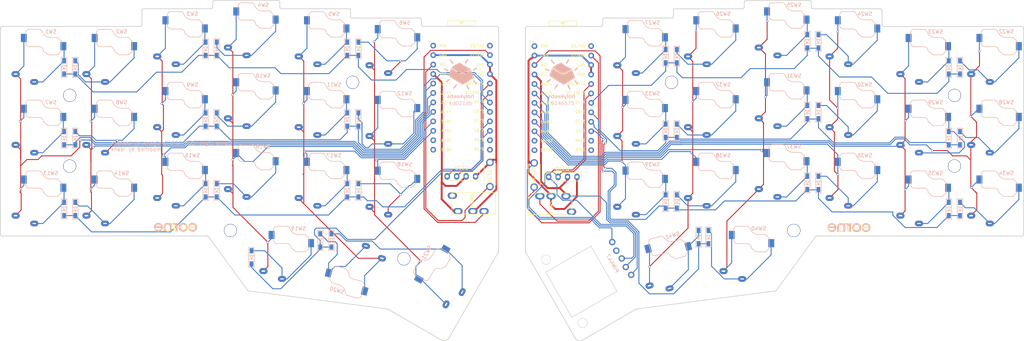
<source format=kicad_pcb>
(kicad_pcb (version 20221018) (generator pcbnew)
  (title_block (title "Corne Light") (date "2020-11-12") (rev "2.0") (company "foostan"))
  (layers (0 "F.Cu" signal) (31 "B.Cu" signal) (34 "B.Paste" user) (35 "F.Paste" user) (36 "B.SilkS" user "B.Silkscreen") (37 "F.SilkS" user "F.Silkscreen") (38 "B.Mask" user) (39 "F.Mask" user) (44 "Edge.Cuts" user))
  (net 0 "")
  (net 1 "row0")
  (net 2 "Net-(D1-A)")
  (net 3 "row1")
  (net 4 "Net-(D2-A)")
  (net 5 "row2")
  (net 6 "Net-(D3-A)")
  (net 7 "row3")
  (net 8 "Net-(D4-A)")
  (net 9 "Net-(D5-A)")
  (net 10 "Net-(D6-A)")
  (net 11 "Net-(D7-A)")
  (net 12 "Net-(D8-A)")
  (net 13 "Net-(D9-A)")
  (net 14 "Net-(D10-A)")
  (net 15 "Net-(D11-A)")
  (net 16 "Net-(D12-A)")
  (net 17 "Net-(D13-A)")
  (net 18 "Net-(D14-A)")
  (net 19 "Net-(D15-A)")
  (net 20 "Net-(D16-A)")
  (net 21 "Net-(D17-A)")
  (net 22 "Net-(D18-A)")
  (net 23 "Net-(D19-A)")
  (net 24 "Net-(D20-A)")
  (net 25 "Net-(D21-A)")
  (net 26 "GND")
  (net 27 "VCC")
  (net 28 "col0")
  (net 29 "col1")
  (net 30 "col2")
  (net 31 "col3")
  (net 32 "col4")
  (net 33 "col5")
  (net 34 "data")
  (net 35 "reset")
  (net 36 "SCL")
  (net 37 "SDA")
  (net 38 "Net-(D22-A)")
  (net 39 "Net-(D23-A)")
  (net 40 "Net-(D24-A)")
  (net 41 "Net-(D25-A)")
  (net 42 "Net-(D26-A)")
  (net 43 "Net-(D27-A)")
  (net 44 "Net-(D28-A)")
  (net 45 "row0_r")
  (net 46 "Net-(D29-A)")
  (net 47 "Net-(D30-A)")
  (net 48 "Net-(D31-A)")
  (net 49 "Net-(D32-A)")
  (net 50 "Net-(D33-A)")
  (net 51 "row1_r")
  (net 52 "Net-(D34-A)")
  (net 53 "Net-(D35-A)")
  (net 54 "Net-(D36-A)")
  (net 55 "Net-(D37-A)")
  (net 56 "Net-(D38-A)")
  (net 57 "Net-(D39-A)")
  (net 58 "row2_r")
  (net 59 "Net-(D41-A)")
  (net 64 "row3_r")
  (net 67 "data_r")
  (net 69 "SDA_r")
  (net 70 "SCL_r")
  (net 71 "reset_r")
  (net 72 "col0_r")
  (net 73 "col1_r")
  (net 74 "col2_r")
  (net 75 "col3_r")
  (net 76 "col4_r")
  (net 77 "col5_r")
  (net 83 "VDD")
  (net 84 "GNDA")
  (net 87 "Net-(D40-A)")
  (footprint "kbd:MJ-4PP-9_1side" (layer "F.Cu") (at 146.2145 84.432 -90)
    (fp_text reference "J1")
    (fp_text value "MJ-4PP-9" hide)
  )
  (footprint "kbd:MJ-4PP-9_1side" (layer "F.Cu") (at 154.607847 84.565432 90)
    (fp_text reference "J6")
    (fp_text value "MJ-4PP-9" hide)
  )
  (footprint "kbd:ResetSW_1side" (layer "F.Cu") (at 156.374847 76.817432 -90)
    (fp_text reference "RSW2" hide)
    (fp_text value "SW_PUSH")
  )
  (footprint "keyswitches:Kailh_socket_PG1350_optional_oval_smaller_hotswap" (layer "F.Cu") (at 278.684847 45.920432)
    (fp_text reference "SW22" hide)
    (fp_text value "SW_PUSH")
  )
  (footprint "keyswitches:Kailh_socket_PG1350_optional_oval_smaller_hotswap" (layer "F.Cu") (at 259.684847 45.920432)
    (fp_text reference "SW23" hide)
    (fp_text value "SW_PUSH")
  )
  (footprint "keyswitches:Kailh_socket_PG1350_optional_oval_smaller_hotswap" (layer "F.Cu") (at 240.684847 41.170432)
    (fp_text reference "SW24" hide)
    (fp_text value "SW_PUSH")
  )
  (footprint "keyswitches:Kailh_socket_PG1350_optional_oval_smaller_hotswap" (layer "F.Cu") (at 221.684847 38.795432)
    (fp_text reference "SW25" hide)
    (fp_text value "SW_PUSH")
  )
  (footprint "keyswitches:Kailh_socket_PG1350_optional_oval_smaller_hotswap" (layer "F.Cu") (at 202.684847 41.170432)
    (fp_text reference "SW26" hide)
    (fp_text value "SW_PUSH")
  )
  (footprint "keyswitches:Kailh_socket_PG1350_optional_oval_smaller_hotswap" (layer "F.Cu") (at 183.684847 43.545432)
    (fp_text reference "SW27" hide)
    (fp_text value "SW_PUSH")
  )
  (footprint "keyswitches:Kailh_socket_PG1350_optional_oval_smaller_hotswap" (layer "F.Cu") (at 278.684847 64.920432)
    (fp_text reference "SW28" hide)
    (fp_text value "SW_PUSH")
  )
  (footprint "keyswitches:Kailh_socket_PG1350_optional_oval_smaller_hotswap" (layer "F.Cu") (at 259.684847 64.920432)
    (fp_text reference "SW29" hide)
    (fp_text value "SW_PUSH")
  )
  (footprint "keyswitches:Kailh_socket_PG1350_optional_oval_smaller_hotswap" (layer "F.Cu") (at 240.684847 60.170432)
    (fp_text reference "SW30" hide)
    (fp_text value "SW_PUSH")
  )
  (footprint "keyswitches:Kailh_socket_PG1350_optional_oval_smaller_hotswap" (layer "F.Cu") (at 221.684847 57.795432)
    (fp_text reference "SW31" hide)
    (fp_text value "SW_PUSH")
  )
  (footprint "keyswitches:Kailh_socket_PG1350_optional_oval_smaller_hotswap" (layer "F.Cu") (at 202.684847 60.170432)
    (fp_text reference "SW32" hide)
    (fp_text value "SW_PUSH")
  )
  (footprint "keyswitches:Kailh_socket_PG1350_optional_oval_smaller_hotswap" (layer "F.Cu") (at 183.684847 62.545432)
    (fp_text reference "SW33" hide)
    (fp_text value "SW_PUSH")
  )
  (footprint "keyswitches:Kailh_socket_PG1350_optional_oval_smaller_hotswap" (layer "F.Cu") (at 278.684847 83.920432)
    (fp_text reference "SW34" hide)
    (fp_text value "SW_PUSH")
  )
  (footprint "keyswitches:Kailh_socket_PG1350_optional_oval_smaller_hotswap" (layer "F.Cu") (at 259.684847 83.920432)
    (fp_text reference "SW35" hide)
    (fp_text value "SW_PUSH")
  )
  (footprint "keyswitches:Kailh_socket_PG1350_optional_oval_smaller_hotswap" (layer "F.Cu") (at 240.684847 79.170432)
    (fp_text reference "SW36" hide)
    (fp_text value "SW_PUSH")
  )
  (footprint "keyswitches:Kailh_socket_PG1350_optional_oval_smaller_hotswap" (layer "F.Cu") (at 221.684847 76.795432)
    (fp_text reference "SW37" hide)
    (fp_text value "SW_PUSH")
  )
  (footprint "keyswitches:Kailh_socket_PG1350_optional_oval_smaller_hotswap" (layer "F.Cu") (at 202.684847 79.170432)
    (fp_text reference "SW38" hide)
    (fp_text value "SW_PUSH")
  )
  (footprint "keyswitches:Kailh_socket_PG1350_optional_oval_smaller_hotswap" (layer "F.Cu") (at 191.184847 101.545432 15)
    (fp_text reference "SW41" hide)
    (fp_text value "SW_PUSH")
  )
  (footprint "keyswitches:Kailh_socket_PG1350_optional_oval_smaller_hotswap" (layer "F.Cu") (at 183.684847 81.545432)
    (fp_text reference "SW39" hide)
    (fp_text value "SW_PUSH")
  )
  (footprint "kbd:ProMicro_v3" (layer "F.Cu") (at 136.8925 56.56)
    (fp_text reference "U1" hide)
    (fp_text value "ProMicro" hide)
  )
  (footprint "kbd:ProMicro_v3" (layer "F.Cu") (at 164.062847 56.686432)
    (fp_text reference "U2" hide)
    (fp_text value "ProMicro" hide)
  )
  (footprint "keyswitches:Kailh_socket_PG1350_optional_oval_smaller_hotswap" (layer "F.Cu") (at 117.1875 43.545)
    (fp_text reference "SW6" hide)
    (fp_text value "SW_PUSH")
  )
  (footprint "keyswitches:Kailh_socket_PG1350_optional_oval_smaller_hotswap" (layer "F.Cu") (at 98.1875 41.17)
    (fp_text reference "SW5" hide)
    (fp_text value "SW_PUSH")
  )
  (footprint "keyswitches:Kailh_socket_PG1350_optional_oval_smaller_hotswap" (layer "F.Cu") (at 79.1875 38.795)
    (fp_text reference "SW4" hide)
    (fp_text value "SW_PUSH")
  )
  (footprint "keyswitches:Kailh_socket_PG1350_optional_oval_smaller_hotswap" (layer "F.Cu") (at 60.1875 41.17)
    (fp_text reference "SW3" hide)
    (fp_text value "SW_PUSH")
  )
  (footprint "keyswitches:Kailh_socket_PG1350_optional_oval_smaller_hotswap" (layer "F.Cu") (at 41.1875 45.92)
    (fp_text reference "SW2" hide)
    (fp_text value "SW_PUSH")
  )
  (footprint "keyswitches:Kailh_socket_PG1350_optional_oval_smaller_hotswap" (layer "F.Cu") (at 117.1875 81.545)
    (fp_text reference "SW18" hide)
    (fp_text value "SW_PUSH")
  )
  (footprint "keyswitches:Kailh_socket_PG1350_optional_oval_smaller_hotswap" (layer "F.Cu") (at 131.9375 105.295 60)
    (fp_text reference "SW21" hide)
    (fp_text value "SW_PUSH")
  )
  (footprint "keyswitches:Kailh_socket_PG1350_optional_oval_smaller_hotswap" (layer "F.Cu") (at 22.1875 83.92)
    (fp_text reference "SW13" hide)
    (fp_text value "SW_PUSH")
  )
  (footprint "keyswitches:Kailh_socket_PG1350_optional_oval_smaller_hotswap" (layer "F.Cu") (at 109.6875 101.545 165)
    (fp_text reference "SW20" hide)
    (fp_text value "SW_PUSH")
  )
  (footprint "keyswitches:Kailh_socket_PG1350_optional_oval_smaller_hotswap" (layer "F.Cu") (at 88.6875 98.795)
    (fp_text reference "SW19" hide)
    (fp_text value "SW_PUSH")
  )
  (footprint "keyswitches:Kailh_socket_PG1350_optional_oval_smaller_hotswap" (layer "F.Cu") (at 98.1875 79.17)
    (fp_text reference "SW17" hide)
    (fp_text value "SW_PUSH")
  )
  (footprint "keyswitches:Kailh_socket_PG1350_optional_oval_smaller_hotswap" (layer "F.Cu") (at 79.1875 76.795)
    (fp_text reference "SW16" hide)
    (fp_text value "SW_PUSH")
  )
  (footprint "keyswitches:Kailh_socket_PG1350_optional_oval_smaller_hotswap" (layer "F.Cu") (at 60.1875 79.17)
    (fp_text reference "SW15" hide)
    (fp_text value "SW_PUSH")
  )
  (footprint "keyswitches:Kailh_socket_PG1350_optional_oval_smaller_hotswap" (layer "F.Cu") (at 41.1875 83.92)
    (fp_text reference "SW14" hide)
    (fp_text value "SW_PUSH")
  )
  (footprint "keyswitches:Kailh_socket_PG1350_optional_oval_smaller_hotswap" (layer "F.Cu") (at 117.1875 62.545)
    (fp_text reference "SW12" hide)
    (fp_text value "SW_PUSH")
  )
  (footprint "keyswitches:Kailh_socket_PG1350_optional_oval_smaller_hotswap" (layer "F.Cu") (at 98.1875 60.17)
    (fp_text reference "SW11" hide)
    (fp_text value "SW_PUSH")
  )
  (footprint "keyswitches:Kailh_socket_PG1350_optional_oval_smaller_hotswap" (layer "F.Cu") (at 79.1875 57.795)
    (fp_text reference "SW10" hide)
    (fp_text value "SW_PUSH")
  )
  (footprint "keyswitches:Kailh_socket_PG1350_optional_oval_smaller_hotswap" (layer "F.Cu") (at 60.1875 60.17)
    (fp_text reference "SW9" hide)
    (fp_text value "SW_PUSH")
  )
  (footprint "keyswitches:Kailh_socket_PG1350_optional_oval_smaller_hotswap" (layer "F.Cu") (at 41.1875 64.92)
    (fp_text reference "SW8" hide)
    (fp_text value "SW_PUSH")
  )
  (footprint "keyswitches:Kailh_socket_PG1350_optional_oval_smaller_hotswap" (layer "F.Cu") (at 22.1875 64.92)
    (fp_text reference "SW7" hide)
    (fp_text value "SW_PUSH")
  )
  (footprint "keyswitches:Kailh_socket_PG1350_optional_oval_smaller_hotswap" (layer "F.Cu") (at 22.1875 45.92)
    (fp_text reference "SW1" hide)
    (fp_text value "SW_PUSH")
  )
  (footprint "kbd:thread_m2" (layer "F.Cu") (at 156.330847 93.085432)
    (fp_text reference "Ref**" hide)
    (fp_text value "Val**" hide)
  )
  (footprint "kbd:thread_m2" (layer "F.Cu") (at 170.889847 84.542432)
    (fp_text reference "Ref**" hide)
    (fp_text value "Val**" hide)
  )
  (footprint "kbd:OLED_1side" (layer "F.Cu") (at 133.0285 77.168)
    (fp_text reference "J2")
    (fp_text value "OLED" hide)
  )
  (footprint "kbd:ResetSW_1side" (layer "F.Cu") (at 144.5045 76.671 -90)
    (fp_text reference "RSW1" hide)
    (fp_text value "SW_PUSH")
  )
  (footprint "kbd:OLED_1side" (layer "F.Cu") (at 160.2575 77.31)
    (fp_text reference "J7")
    (fp_text value "OLED" hide)
  )
  (footprint "kbd:corne-logo-horizontal" (layer "F.Cu") (at 60.2175 90.93)
    (fp_text reference "G***" hide)
    (fp_text value "LOGO" hide)
  )
  (footprint "kbd:corne-logo-horizontal" (layer "F.Cu") (at 240.9975 91.01)
    (fp_text reference "G***" hide)
    (fp_text value "LOGO" hide)
  )
  (footprint "keyswitches:Kailh_socket_PG1350_optional_oval_smaller_hotswap" (layer "F.Cu") (at 212.207847 98.806432)
    (fp_text reference "SW40" hide)
    (fp_text value "SW_PUSH")
  )
  (footprint "pimoroni:pim447" (layer "F.Cu") (at 182.848718 103.359114 120)
    (fp_text reference "U3")
    (fp_text value "~" hide)
    (fp_line (start -1.91 -20) (end 12.09 -20) (stroke (width 0.15)) (layer "Edge.Cuts"))
    (fp_line (start -1.91 -6) (end -1.91 -20) (stroke (width 0.15)) (layer "Edge.Cuts"))
    (fp_line (start 12.09 -20) (end 12.09 -6) (stroke (width 0.15)) (layer "Edge.Cuts"))
    (fp_line (start 12.09 -6) (end -1.91 -6) (stroke (width 0.15)) (layer "Edge.Cuts"))
    (fp_circle (center -4.66 -18.25) (end -3.41 -18.25) (stroke (width 0.12)) (fill none) (layer "Edge.Cuts"))
    (fp_circle (center 14.94 -18.25) (end 16.19 -18.25) (stroke (width 0.12)) (fill none) (layer "Edge.Cuts"))
  )
  (footprint "holykeebs:M2_SPACER" (layer "F.Cu") (at 226.055847 91.696932)
    (fp_text reference "Ref**" hide)
    (fp_text value "Val**" hide)
  )
  (footprint "holykeebs:M2_SPACER" (layer "F.Cu") (at 269.1825 74.395)
    (fp_text reference "REF**" hide)
    (fp_text value "M2_SPACER" hide)
  )
  (footprint "kbd:D3_SMD_v2" (layer "B.Cu") (at 270.684847 85.920432 90)
    (fp_text reference "D34" hide)
    (fp_text value "D" hide)
  )
  (footprint "kbd:D3_SMD_v2" (layer "B.Cu") (at 232.684847 78.920432 90)
    (fp_text reference "D36" hide)
    (fp_text value "D" hide)
  )
  (footprint "kbd:D3_SMD_v2" (layer "B.Cu") (at 229.684847 78.915432 90)
    (fp_text reference "D37" hide)
    (fp_text value "D" hide)
  )
  (footprint "kbd:D3_SMD_v2" (layer "B.Cu") (at 194.684847 83.920432 90)
    (fp_text reference "D38" hide)
    (fp_text value "D" hide)
  )
  (footprint "kbd:D3_SMD_v2" (layer "B.Cu") (at 191.684847 83.920432 90)
    (fp_text reference "D39" hide)
    (fp_text value "D" hide)
  )
  (footprint "kbd:D3_SMD_v2" (layer "B.Cu") (at 200.5225 93.47 90)
    (fp_text reference "D41" hide)
    (fp_text value "D" hide)
  )
  (footprint "kbd:D3_SMD_v2" (layer "B.Cu") (at 270.684847 47.920432 90)
    (fp_text reference "D22" hide)
    (fp_text value "D" hide)
  )
  (footprint "kbd:D3_SMD_v2" (layer "B.Cu") (at 267.684847 47.920432 90)
    (fp_text reference "D23" hide)
    (fp_text value "D" hide)
  )
  (footprint "kbd:D3_SMD_v2" (layer "B.Cu") (at 232.684847 40.920432 90)
    (fp_text reference "D24" hide)
    (fp_text value "D" hide)
  )
  (footprint "kbd:D3_SMD_v2" (layer "B.Cu") (at 229.684847 40.915432 90)
    (fp_text reference "D25" hide)
    (fp_text value "D" hide)
  )
  (footprint "kbd:D3_SMD_v2" (layer "B.Cu") (at 194.684847 44.920432 90)
    (fp_text reference "D26" hide)
    (fp_text value "D" hide)
  )
  (footprint "kbd:D3_SMD_v2" (layer "B.Cu") (at 191.684847 44.920432 90)
    (fp_text reference "D27" hide)
    (fp_text value "D" hide)
  )
  (footprint "kbd:D3_SMD_v2" (layer "B.Cu") (at 270.684847 66.920432 90)
    (fp_text reference "D28" hide)
    (fp_text value "D" hide)
  )
  (footprint "kbd:D3_SMD_v2" (layer "B.Cu") (at 267.684847 66.920432 90)
    (fp_text reference "D29" hide)
    (fp_text value "D" hide)
  )
  (footprint "kbd:D3_SMD_v2" (layer "B.Cu") (at 232.684847 59.920432 90)
    (fp_text reference "D30" hide)
    (fp_text value "D" hide)
  )
  (footprint "kbd:D3_SMD_v2" (layer "B.Cu") (at 229.684847 59.915432 90)
    (fp_text reference "D31" hide)
    (fp_text value "D" hide)
  )
  (footprint "kbd:D3_SMD_v2" (layer "B.Cu") (at 194.684847 64.920432 90)
    (fp_text reference "D32" hide)
    (fp_text value "D" hide)
  )
  (footprint "kbd:D3_SMD_v2" (layer "B.Cu") (at 33.1875 85.92 90)
    (fp_text reference "D14" hide)
    (fp_text value "D" hide)
  )
  (footprint "kbd:D3_SMD_v2" (layer "B.Cu") (at 33.1875 66.92 90)
    (fp_text reference "D8" hide)
    (fp_text value "D" hide)
  )
  (footprint "kbd:D3_SMD_v2" (layer "B.Cu") (at 33.1875 47.92 90)
    (fp_text reference "D2" hide)
    (fp_text value "D" hide)
  )
  (footprint "kbd:D3_SMD_v2" (layer "B.Cu") (at 191.684847 64.920432 90)
    (fp_text reference "D33" hide)
    (fp_text value "D" hide)
  )
  (footprint "kbd:D3_SMD_v2" (layer "B.Cu") (at 101.9425 94.365 90)
    (fp_text reference "D21" hide)
    (fp_text value "D" hide)
  )
  (footprint "kbd:D3_SMD_v2" (layer "B.Cu") (at 98.9425 94.365 90)
    (fp_text reference "D20" hide)
    (fp_text value "D" hide)
  )
  (footprint "kbd:D3_SMD_v2" (layer "B.Cu") (at 80.5075 98.91 90)
    (fp_text reference "D19" hide)
    (fp_text value "D" hide)
  )
  (footprint "kbd:D3_SMD_v2" (layer "B.Cu") (at 109.1875 80.92 90)
    (fp_text reference "D18" hide)
    (fp_text value "D" hide)
  )
  (footprint "kbd:D3_SMD_v2" (layer "B.Cu") (at 106.1875 80.92 90)
    (fp_text reference "D17" hide)
    (fp_text value "D" hide)
  )
  (footprint "kbd:D3_SMD_v2" (layer "B.Cu") (at 71.1875 80.915 90)
    (fp_text reference "D16" hide)
    (fp_text value "D" hide)
  )
  (footprint "kbd:D3_SMD_v2" (layer "B.Cu") (at 68.1875 80.92 90)
    (fp_text reference "D15" hide)
    (fp_text value "D" hide)
  )
  (footprint "kbd:D3_SMD_v2" (layer "B.Cu") (at 30.1875 85.916875 90)
    (fp_text reference "D13" hide)
    (fp_text value "D" hide)
  )
  (footprint "kbd:D3_SMD_v2" (layer "B.Cu") (at 109.1875 61.92 90)
    (fp_text reference "D12" hide)
    (fp_text value "D" hide)
  )
  (footprint "kbd:D3_SMD_v2" (layer "B.Cu") (at 106.1875 61.92 90)
    (fp_text reference "D11" hide)
    (fp_text value "D" hide)
  )
  (footprint "kbd:D3_SMD_v2" (layer "B.Cu") (at 71.1875 61.915 90)
    (fp_text reference "D10" hide)
    (fp_text value "D" hide)
  )
  (footprint "kbd:D3_SMD_v2" (layer "B.Cu") (at 68.1875 61.92 90)
    (fp_text reference "D9" hide)
    (fp_text value "D" hide)
  )
  (footprint "kbd:D3_SMD_v2" (layer "B.Cu") (at 30.1875 66.916875 90)
    (fp_text reference "D7" hide)
    (fp_text value "D" hide)
  )
  (footprint "kbd:D3_SMD_v2" (layer "B.Cu") (at 109.1875 42.92 90)
    (fp_text reference "D6" hide)
    (fp_text value "D" hide)
  )
  (footprint "kbd:D3_SMD_v2" (layer "B.Cu") (at 106.1875 42.92 90)
    (fp_text reference "D5" hide)
    (fp_text value "D" hide)
  )
  (footprint "kbd:D3_SMD_v2" (layer "B.Cu") (at 71.1875 42.915 90)
    (fp_text reference "D4" hide)
    (fp_text value "D" hide)
  )
  (footprint "kbd:D3_SMD_v2" (layer "B.Cu") (at 68.1875 42.92 90)
    (fp_text reference "D3" hide)
    (fp_text value "D" hide)
  )
  (footprint "kbd:D3_SMD_v2" (layer "B.Cu") (at 30.1875 47.916875 90)
    (fp_text reference "D1" hide)
    (fp_text value "D" hide)
  )
  (footprint "kbd:D3_SMD_v2" (layer "B.Cu") (at 267.684847 85.920432 90)
    (fp_text reference "D35" hide)
    (fp_text value "D" hide)
  )
  (footprint "holykeebs:M2_SPACER" (layer "B.Cu") (at 31.6955 74.4205 180)
    (fp_text reference "Ref**" hide)
    (fp_text value "Val**" hide)
  )
  (footprint "holykeebs:M2_SPACER" (layer "B.Cu") (at 107.6505 51.9305 180)
    (fp_text reference "Ref**" hide)
    (fp_text value "Val**" hide)
  )
  (footprint "holykeebs:M2_SPACER" (layer "B.Cu") (at 31.6955 55.4205 180)
    (fp_text reference "Ref**" hide)
    (fp_text value "Val**" hide)
  )
  (footprint "holykeebs:M2_SPACER" (layer "B.Cu") (at 74.8395 91.6855 180)
    (fp_text reference "Ref**" hide)
    (fp_text value "Val**" hide)
  )
  (footprint "holykeebs:M2_SPACER" (layer "B.Cu") (at 121.4055 99.3 180)
    (fp_text reference "Ref**" hide)
    (fp_text value "Val**" hide)
  )
  (footprint "kbd:thread_m2" (layer "B.Cu") (at 129.9445 84.419 180)
    (fp_text reference "Ref**" hide)
    (fp_text value "Val**" hide)
  )
  (footprint "kbd:thread_m2" (layer "B.Cu") (at 144.3765 92.94 180)
    (fp_text reference "Ref**" hide)
    (fp_text value "Val**" hide)
  )
  (footprint "holykeebs:M2_SPACER" (layer "B.Cu") (at 193.235847 51.936932 180)
    (fp_text reference "Ref**" hide)
    (fp_text value "Val**" hide)
  )
  (footprint "holykeebs:M2_SPACER" (layer "B.Cu") (at 269.195847 55.426932 180)
    (fp_text reference "Ref**" hide)
    (fp_text value "Val**" hide)
  )
  (footprint "kbd:corne-logo-horizontal" (layer "B.Cu") (at 59.9875 90.93 180)
    (fp_text reference "G***" hide)
    (fp_text value "LOGO" hide)
  )
  (footprint "kbd:corne-logo-horizontal" (layer "B.Cu") (at 240.7675 91.01 180)
    (fp_text reference "G***" hide)
    (fp_text value "LOGO" hide)
  )
  (footprint "holykeebs:logo .5x" (layer "B.Cu") (at 136.5925 50.675 180)
    (fp_text reference "REF**" hide)
    (fp_text value "logo big" hide)
  )
  (footprint "kbd:D3_SMD_v2" (layer "B.Cu") (at 203.1625 93.47 90)
    (fp_text reference "D40" hide)
    (fp_text value "D" hide)
  )
  (footprint "holykeebs:logo .5x" (layer "B.Cu") (at 163.7225 50.675 180)
    (fp_text reference "REF**" hide)
    (fp_text value "logo big" hide)
  )
  (footprint "holykeebs:M2_SPACER" (layer "B.Cu") (at 226.055847 91.696932 180)
    (fp_text reference "Ref**" hide)
    (fp_text value "Val**" hide)
  )
  (gr_line (start 146.633773 37.028537) (end 146.501693 36.959958) (stroke (width 0.2)) (layer "Edge.Cuts"))
  (gr_line (start 212.772768 30.437244) (end 212.803248 30.267064) (stroke (width 0.2)) (layer "Edge.Cuts"))
  (gr_line (start 107.286672 34.57998) (end 107.416212 34.6511) (stroke (width 0.2)) (layer "Edge.Cuts"))
  (gr_line (start 249.871971 36.736438) (end 249.800851 36.604358) (stroke (width 0.2)) (layer "Edge.Cuts"))
  (gr_line (start 133.324186 120.792575) (end 133.380066 120.716375) (stroke (width 0.2)) (layer "Edge.Cuts"))
  (gr_line (start 68.58473 93.16) (end 62.625896 93.16) (stroke (width 0.2)) (layer "Edge.Cuts"))
  (gr_line (start 221.114119 107.930027) (end 221.022679 107.937647) (stroke (width 0.2)) (layer "Edge.Cuts"))
  (gr_line (start 126.285853 36.830418) (end 126.415393 36.901538) (stroke (width 0.2)) (layer "Edge.Cuts"))
  (gr_line (start 51.084147 36.431638) (end 51.084147 36.429098) (stroke (width 0.2)) (layer "Edge.Cuts"))
  (gr_line (start 146.735373 97.500798) (end 146.783633 97.343318) (stroke (width 0.2)) (layer "Edge.Cuts"))
  (gr_line (start 213.273147 29.936864) (end 213.273147 29.936864) (stroke (width 0.2)) (layer "Edge.Cuts"))
  (gr_line (start 87.754091 29.959724) (end 87.583911 29.929244) (stroke (width 0.2)) (layer "Edge.Cuts"))
  (gr_line (start 70.413528 29.959724) (end 70.283988 30.030844) (stroke (width 0.2)) (layer "Edge.Cuts"))
  (gr_line (start 249.272532 32.187302) (end 243.146058 32.187302) (stroke (width 0.2)) (layer "Edge.Cuts"))
  (gr_line (start 168.820651 121.320894) (end 168.632691 121.336134) (stroke (width 0.2)) (layer "Edge.Cuts"))
  (gr_line (start 167.540492 120.807815) (end 167.479532 120.723995) (stroke (width 0.2)) (layer "Edge.Cuts"))
  (gr_line (start 126.184253 36.731358) (end 126.285853 36.830418) (stroke (width 0.2)) (layer "Edge.Cuts"))
  (gr_line (start 231.274109 32.184762) (end 243.146058 32.187302) (stroke (width 0.2)) (layer "Edge.Cuts"))
  (gr_line (start 131.718908 121.229454) (end 131.871307 121.280254) (stroke (width 0.2)) (layer "Edge.Cuts"))
  (gr_line (start 230.77373 31.686923) (end 230.77373 31.686923) (stroke (width 0.2)) (layer "Edge.Cuts"))
  (gr_line (start 167.857992 121.102454) (end 167.741152 121.016095) (stroke (width 0.2)) (layer "Edge.Cuts"))
  (gr_line (start 131.454748 121.092294) (end 131.579208 121.165954) (stroke (width 0.2)) (layer "Edge.Cuts"))
  (gr_line (start 88.284951 32.080622) (end 88.41703 32.151742) (stroke (width 0.2)) (layer "Edge.Cuts"))
  (gr_line (start 154.022626 37.437477) (end 154.053106 37.267297) (stroke (width 0.2)) (layer "Edge.Cuts"))
  (gr_line (start 146.676953 97.643038) (end 146.735373 97.500798) (stroke (width 0.2)) (layer "Edge.Cuts"))
  (gr_line (start 249.800851 36.604358) (end 249.772911 36.436718) (stroke (width 0.2)) (layer "Edge.Cuts"))
  (gr_line (start 69.585489 32.179682) (end 62.636056 32.179682) (stroke (width 0.2)) (layer "Edge.Cuts"))
  (gr_line (start 230.80167 31.854563) (end 230.77373 31.686923) (stroke (width 0.2)) (layer "Edge.Cuts"))
  (gr_line (start 167.637012 120.917035) (end 167.540492 120.807815) (stroke (width 0.2)) (layer "Edge.Cuts"))
  (gr_line (start 51.414347 32.210162) (end 51.284807 32.281282) (stroke (width 0.2)) (layer "Edge.Cuts"))
  (gr_line (start 213.273147 29.936864) (end 230.27335 29.936864) (stroke (width 0.2)) (layer "Edge.Cuts"))
  (gr_line (start 69.885209 32.080622) (end 69.986809 31.979022) (stroke (width 0.2)) (layer "Edge.Cuts"))
  (gr_line (start 175.104605 34.71714) (end 175.272245 34.68666) (stroke (width 0.2)) (layer "Edge.Cuts"))
  (gr_line (start 106.585632 32.179682) (end 100.636958 32.179682) (stroke (width 0.2)) (layer "Edge.Cuts"))
  (gr_line (start 169.277851 121.173574) (end 169.140691 121.237074) (stroke (width 0.2)) (layer "Edge.Cuts"))
  (gr_line (start 51.114627 32.512422) (end 51.084147 32.680062) (stroke (width 0.2)) (layer "Edge.Cuts"))
  (gr_line (start 287.743334 37.269837) (end 287.773814 37.437477) (stroke (width 0.2)) (layer "Edge.Cuts"))
  (gr_line (start 133.380066 120.716375) (end 133.382606 120.711295) (stroke (width 0.2)) (layer "Edge.Cuts"))
  (gr_line (start 133.126066 120.998315) (end 133.230206 120.901795) (stroke (width 0.2)) (layer "Edge.Cuts"))
  (gr_line (start 70.085868 31.679303) (end 70.085868 31.679303) (stroke (width 0.2)) (layer "Edge.Cuts"))
  (gr_line (start 154.121685 97.508418) (end 154.075966 97.353478) (stroke (width 0.2)) (layer "Edge.Cuts"))
  (gr_line (start 230.77373 30.437244) (end 230.77373 30.437244) (stroke (width 0.2)) (layer "Edge.Cuts"))
  (gr_line (start 131.871307 121.280254) (end 132.038947 121.315814) (stroke (width 0.2)) (layer "Edge.Cuts"))
  (gr_line (start 126.054713 35.009239) (end 125.983593 34.8797) (stroke (width 0.2)) (layer "Edge.Cuts"))
  (gr_line (start 13.184845 37.132677) (end 13.113725 37.262217) (stroke (width 0.2)) (layer "Edge.Cuts"))
  (gr_line (start 70.085868 30.429624) (end 70.085868 31.679303) (stroke (width 0.2)) (layer "Edge.Cuts"))
  (gr_line (start 167.741152 121.016095) (end 167.637012 120.917035) (stroke (width 0.2)) (layer "Edge.Cuts"))
  (gr_line (start 249.673851 32.387962) (end 249.744971 32.520042) (stroke (width 0.2)) (layer "Edge.Cuts"))
  (gr_line (start 13.283905 37.031077) (end 13.184845 37.132677) (stroke (width 0.2)) (layer "Edge.Cuts"))
  (gr_line (start 117.002162 112.786503) (end 116.837062 112.748403) (stroke (width 0.2)) (layer "Edge.Cuts"))
  (gr_line (start 126.585573 36.929478) (end 126.585573 36.929478) (stroke (width 0.2)) (layer "Edge.Cuts"))
  (gr_line (start 107.055532 32.509882) (end 106.984412 32.380342) (stroke (width 0.2)) (layer "Edge.Cuts"))
  (gr_line (start 146.334053 36.929478) (end 126.585573 36.929478) (stroke (width 0.2)) (layer "Edge.Cuts"))
  (gr_line (start 230.27335 29.936864) (end 230.44353 29.967344) (stroke (width 0.2)) (layer "Edge.Cuts"))
  (gr_line (start 287.273434 36.937098) (end 287.443614 36.967578) (stroke (width 0.2)) (layer "Edge.Cuts"))
  (gr_line (start 193.773586 34.18374) (end 193.773586 32.685142) (stroke (width 0.2)) (layer "Edge.Cuts"))
  (gr_line (start 50.583768 36.929478) (end 13.6975 36.929478) (stroke (width 0.2)) (layer "Edge.Cuts"))
  (gr_line (start 126.085193 35.179419) (end 126.054713 35.009239) (stroke (width 0.2)) (layer "Edge.Cuts"))
  (gr_line (start 221.375739 107.790328) (end 221.261439 107.876688) (stroke (width 0.2)) (layer "Edge.Cuts"))
  (gr_line (start 79.595619 107.869068) (end 79.745479 107.922407) (stroke (width 0.2)) (layer "Edge.Cuts"))
  (gr_line (start 221.022679 107.937647) (end 184.352736 112.707763) (stroke (width 0.2)) (layer "Edge.Cuts"))
  (gr_line (start 183.697416 112.837303) (end 183.854896 112.794123) (stroke (width 0.2)) (layer "Edge.Cuts"))
  (gr_line (start 13.085785 92.679883) (end 13.113725 92.850062) (stroke (width 0.2)) (layer "Edge.Cuts"))
  (gr_line (start 125.752454 34.70952) (end 125.584814 34.67904) (stroke (width 0.2)) (layer "Edge.Cuts"))
  (gr_line (start 70.283988 30.030844) (end 70.184928 30.132444) (stroke (width 0.2)) (layer "Edge.Cuts"))
  (gr_line (start 184.019996 112.756023) (end 184.192716 112.728083) (stroke (width 0.2)) (layer "Edge.Cuts"))
  (gr_line (start 132.414867 121.315814) (end 132.582507 121.282794) (stroke (width 0.2)) (layer "Edge.Cuts"))
  (gr_line (start 107.086012 34.1812) (end 107.113952 34.35138) (stroke (width 0.2)) (layer "Edge.Cuts"))
  (gr_line (start 24.635153 93.185342) (end 62.625896 93.16) (stroke (width 0.2)) (layer "Edge.Cuts"))
  (gr_line (start 230.67213 30.137524) (end 230.74325 30.267064) (stroke (width 0.2)) (layer "Edge.Cuts"))
  (gr_line (start 232.033569 93.248842) (end 232.180888 93.195502) (stroke (width 0.2)) (layer "Edge.Cuts"))
  (gr_line (start 126.085193 35.179419) (end 126.085193 36.429098) (stroke (width 0.2)) (layer "Edge.Cuts"))
  (gr_line (start 174.975065 34.78572) (end 175.104605 34.71714) (stroke (width 0.2)) (layer "Edge.Cuts"))
  (gr_line (start 154.251225 97.785277) (end 154.182645 97.653198) (stroke (width 0.2)) (layer "Edge.Cuts"))
  (gr_line (start 212.673708 31.989182) (end 212.572108 32.088242) (stroke (width 0.2)) (layer "Edge.Cuts"))
  (gr_line (start 212.272388 32.187302) (end 205.236595 32.187302) (stroke (width 0.2)) (layer "Edge.Cuts"))
  (gr_line (start 51.183207 32.382882) (end 51.114627 32.512422) (stroke (width 0.2)) (layer "Edge.Cuts"))
  (gr_line (start 146.816653 97.175678) (end 146.834433 96.990258) (stroke (width 0.2)) (layer "Edge.Cuts"))
  (gr_line (start 107.185072 34.48092) (end 107.286672 34.57998) (stroke (width 0.2)) (layer "Edge.Cuts"))
  (gr_line (start 167.479532 120.723995) (end 167.474452 120.718915) (stroke (width 0.2)) (layer "Edge.Cuts"))
  (gr_line (start 107.113952 34.35138) (end 107.185072 34.48092) (stroke (width 0.2)) (layer "Edge.Cuts"))
  (gr_line (start 126.085193 36.429098) (end 126.115673 36.601818) (stroke (width 0.2)) (layer "Edge.Cuts"))
  (gr_line (start 194.273966 32.184762) (end 205.236595 32.187302) (stroke (width 0.2)) (layer "Edge.Cuts"))
  (gr_line (start 174.873465 34.88732) (end 174.975065 34.78572) (stroke (width 0.2)) (layer "Edge.Cuts"))
  (gr_line (start 231.919269 93.332662) (end 232.033569 93.248842) (stroke (width 0.2)) (layer "Edge.Cuts"))
  (gr_line (start 133.004146 121.092294) (end 133.126066 120.998315) (stroke (width 0.2)) (layer "Edge.Cuts"))
  (gr_line (start 50.985087 36.728818) (end 51.056207 36.599278) (stroke (width 0.2)) (layer "Edge.Cuts"))
  (gr_line (start 68.93779 93.327582) (end 79.481319 107.782708) (stroke (width 0.2)) (layer "Edge.Cuts"))
  (gr_line (start 175.272245 34.68412) (end 193.273207 34.68412) (stroke (width 0.2)) (layer "Edge.Cuts"))
  (gr_line (start 79.481319 107.782708) (end 79.595619 107.869068) (stroke (width 0.2)) (layer "Edge.Cuts"))
  (gr_line (start 69.755669 32.151742) (end 69.885209 32.080622) (stroke (width 0.2)) (layer "Edge.Cuts"))
  (gr_line (start 88.084291 31.679303) (end 88.114771 31.852023) (stroke (width 0.2)) (layer "Edge.Cuts"))
  (gr_line (start 212.772768 31.684383) (end 212.772768 30.437244) (stroke (width 0.2)) (layer "Edge.Cuts"))
  (gr_line (start 13.085785 37.429857) (end 13.085785 37.429857) (stroke (width 0.2)) (layer "Edge.Cuts"))
  (gr_line (start 132.879686 121.165954) (end 133.004146 121.092294) (stroke (width 0.2)) (layer "Edge.Cuts"))
  (gr_line (start 154.225825 37.036157) (end 154.355365 36.965038) (stroke (width 0.2)) (layer "Edge.Cuts"))
  (gr_line (start 287.273434 93.187882) (end 281.14696 93.187882) (stroke (width 0.2)) (layer "Edge.Cuts"))
  (gr_line (start 13.413444 36.959958) (end 13.283905 37.031077) (stroke (width 0.2)) (layer "Edge.Cuts"))
  (gr_line (start 167.984992 121.176114) (end 167.857992 121.102454) (stroke (width 0.2)) (layer "Edge.Cuts"))
  (gr_line (start 79.834379 107.930027) (end 116.504323 112.700143) (stroke (width 0.2)) (layer "Edge.Cuts"))
  (gr_line (start 287.773814 37.437477) (end 287.773814 92.684963) (stroke (width 0.2)) (layer "Edge.Cuts"))
  (gr_line (start 287.273434 93.187882) (end 287.273434 93.187882) (stroke (width 0.2)) (layer "Edge.Cuts"))
  (gr_line (start 154.075966 97.353478) (end 154.042946 97.188378) (stroke (width 0.2)) (layer "Edge.Cuts"))
  (gr_line (start 125.884533 34.78064) (end 125.752454 34.70952) (stroke (width 0.2)) (layer "Edge.Cuts"))
  (gr_line (start 70.583708 29.929244) (end 70.413528 29.959724) (stroke (width 0.2)) (layer "Edge.Cuts"))
  (gr_line (start 117.159642 112.829683) (end 131.454748 121.092294) (stroke (width 0.2)) (layer "Edge.Cuts"))
  (gr_line (start 212.803248 30.267064) (end 212.874367 30.137524) (stroke (width 0.2)) (layer "Edge.Cuts"))
  (gr_line (start 174.571205 36.838038) (end 174.441665 36.909158) (stroke (width 0.2)) (layer "Edge.Cuts"))
  (gr_line (start 50.886027 36.830418) (end 50.985087 36.728818) (stroke (width 0.2)) (layer "Edge.Cuts"))
  (gr_line (start 249.971031 36.835498) (end 249.871971 36.736438) (stroke (width 0.2)) (layer "Edge.Cuts"))
  (gr_line (start 51.284807 32.281282) (end 51.183207 32.382882) (stroke (width 0.2)) (layer "Edge.Cuts"))
  (gr_line (start 174.771865 35.187039) (end 174.771865 36.436718) (stroke (width 0.2)) (layer "Edge.Cuts"))
  (gr_line (start 213.102967 29.967344) (end 213.273147 29.936864) (stroke (width 0.2)) (layer "Edge.Cuts"))
  (gr_line (start 287.441074 93.157402) (end 287.273434 93.187882) (stroke (width 0.2)) (layer "Edge.Cuts"))
  (gr_line (start 50.756488 36.901538) (end 50.886027 36.830418) (stroke (width 0.2)) (layer "Edge.Cuts"))
  (gr_line (start 154.022626 37.434937) (end 154.022626 96.908978) (stroke (width 0.2)) (layer "Edge.Cuts"))
  (gr_line (start 70.085868 30.429624) (end 70.085868 30.429624) (stroke (width 0.2)) (layer "Edge.Cuts"))
  (gr_line (start 232.272328 93.187882) (end 243.245117 93.185342) (stroke (width 0.2)) (layer "Edge.Cuts"))
  (gr_line (start 231.919269 93.332662) (end 221.375739 107.790328) (stroke (width 0.2)) (layer "Edge.Cuts"))
  (gr_line (start 88.084291 31.679303) (end 88.084291 30.429624) (stroke (width 0.2)) (layer "Edge.Cuts"))
  (gr_line (start 69.986809 31.979022) (end 70.055389 31.849483) (stroke (width 0.2)) (layer "Edge.Cuts"))
  (gr_line (start 133.230206 120.901795) (end 133.324186 120.792575) (stroke (width 0.2)) (layer "Edge.Cuts"))
  (gr_line (start 249.572251 32.288902) (end 249.673851 32.387962) (stroke (width 0.2)) (layer "Edge.Cuts"))
  (gr_line (start 193.872646 32.387962) (end 193.974246 32.286362) (stroke (width 0.2)) (layer "Edge.Cuts"))
  (gr_line (start 287.443614 36.967578) (end 287.573154 37.038697) (stroke (width 0.2)) (layer "Edge.Cuts"))
  (gr_line (start 193.671986 34.48854) (end 193.570387 34.5876) (stroke (width 0.2)) (layer "Edge.Cuts"))
  (gr_line (start 88.185891 31.981562) (end 88.284951 32.080622) (stroke (width 0.2)) (layer "Edge.Cuts"))
  (gr_line (start 24.635153 93.185342) (end 13.586164 93.180262) (stroke (width 0.2)) (layer "Edge.Cuts"))
  (gr_line (start 250.103111 36.906618) (end 249.971031 36.835498) (stroke (width 0.2)) (layer "Edge.Cuts"))
  (gr_line (start 69.585489 32.179682) (end 69.755669 32.151742) (stroke (width 0.2)) (layer "Edge.Cuts"))
  (gr_line (start 131.579208 121.165954) (end 131.718908 121.229454) (stroke (width 0.2)) (layer "Edge.Cuts"))
  (gr_line (start 193.974246 32.286362) (end 194.106326 32.215242) (stroke (width 0.2)) (layer "Edge.Cuts"))
  (gr_line (start 287.773814 92.687503) (end 287.743334 92.857682) (stroke (width 0.2)) (layer "Edge.Cuts"))
  (gr_line (start 249.772911 32.685142) (end 249.772911 36.436718) (stroke (width 0.2)) (layer "Edge.Cuts"))
  (gr_line (start 174.672805 36.738978) (end 174.571205 36.838038) (stroke (width 0.2)) (layer "Edge.Cuts"))
  (gr_line (start 230.87279 31.986642) (end 230.80167 31.854563) (stroke (width 0.2)) (layer "Edge.Cuts"))
  (gr_line (start 68.67363 93.187882) (end 68.58473 93.16) (stroke (width 0.2)) (layer "Edge.Cuts"))
  (gr_line (start 232.180888 93.195502) (end 232.272328 93.187882) (stroke (width 0.2)) (layer "Edge.Cuts"))
  (gr_line (start 287.773814 37.437477) (end 287.773814 37.437477) (stroke (width 0.2)) (layer "Edge.Cuts"))
  (gr_line (start 249.772911 36.436718) (end 249.772911 36.436718) (stroke (width 0.2)) (layer "Edge.Cuts"))
  (gr_line (start 13.085785 37.429857) (end 13.085785 92.679883) (stroke (width 0.2)) (layer "Edge.Cuts"))
  (gr_line (start 126.415393 36.901538) (end 126.585573 36.929478) (stroke (width 0.2)) (layer "Edge.Cuts"))
  (gr_line (start 167.474452 120.718915) (end 154.248685 97.785277) (stroke (width 0.2)) (layer "Edge.Cuts"))
  (gr_line (start 88.114771 31.852023) (end 88.185891 31.981562) (stroke (width 0.2)) (layer "Edge.Cuts"))
  (gr_line (start 70.184928 30.132444) (end 70.113808 30.261984) (stroke (width 0.2)) (layer "Edge.Cuts"))
  (gr_line (start 168.122152 121.239614) (end 167.984992 121.176114) (stroke (width 0.2)) (layer "Edge.Cuts"))
  (gr_line (start 212.572108 32.088242) (end 212.442568 32.159362) (stroke (width 0.2)) (layer "Edge.Cuts"))
  (gr_line (start 132.226907 121.328514) (end 132.414867 121.315814) (stroke (width 0.2)) (layer "Edge.Cuts"))
  (gr_line (start 230.74325 30.267064) (end 230.77373 30.437244) (stroke (width 0.2)) (layer "Edge.Cuts"))
  (gr_line (start 88.056351 30.259444) (end 87.985231 30.129904) (stroke (width 0.2)) (layer "Edge.Cuts"))
  (gr_line (start 146.501693 36.959958) (end 146.334053 36.929478) (stroke (width 0.2)) (layer "Edge.Cuts"))
  (gr_line (start 62.636056 32.179682) (end 51.584527 32.179682) (stroke (width 0.2)) (layer "Edge.Cuts"))
  (gr_line (start 243.245117 93.185342) (end 281.14696 93.187882) (stroke (width 0.2)) (layer "Edge.Cuts"))
  (gr_line (start 146.732833 37.130137) (end 146.633773 37.028537) (stroke (width 0.2)) (layer "Edge.Cuts"))
  (gr_line (start 68.93779 93.327582) (end 68.82095 93.241222) (stroke (width 0.2)) (layer "Edge.Cuts"))
  (gr_line (start 168.277092 121.290414) (end 168.122152 121.239614) (stroke (width 0.2)) (layer "Edge.Cuts"))
  (gr_line (start 146.608373 97.777657) (end 146.676953 97.643038) (stroke (width 0.2)) (layer "Edge.Cuts"))
  (gr_line (start 287.674754 37.137757) (end 287.743334 37.269837) (stroke (width 0.2)) (layer "Edge.Cuts"))
  (gr_line (start 183.697416 112.837303) (end 169.40485 121.097374) (stroke (width 0.2)) (layer "Edge.Cuts"))
  (gr_line (start 168.988291 121.287874) (end 168.820651 121.320894) (stroke (width 0.2)) (layer "Edge.Cuts"))
  (gr_line (start 68.82095 93.241222) (end 68.67363 93.187882) (stroke (width 0.2)) (layer "Edge.Cuts"))
  (gr_line (start 193.773586 32.687682) (end 193.804066 32.517502) (stroke (width 0.2)) (layer "Edge.Cuts"))
  (gr_line (start 154.042946 97.188378) (end 154.025166 97.005498) (stroke (width 0.2)) (layer "Edge.Cuts"))
  (gr_line (start 100.636958 32.179682) (end 88.58467 32.179682) (stroke (width 0.2)) (layer "Edge.Cuts"))
  (gr_line (start 117.159642 112.829683) (end 117.002162 112.786503) (stroke (width 0.2)) (layer "Edge.Cuts"))
  (gr_line (start 230.77373 30.437244) (end 230.77373 31.686923) (stroke (width 0.2)) (layer "Edge.Cuts"))
  (gr_line (start 230.44353 29.967344) (end 230.57307 30.038464) (stroke (width 0.2)) (layer "Edge.Cuts"))
  (gr_line (start 107.086012 34.1812) (end 107.086012 32.680062) (stroke (width 0.2)) (layer "Edge.Cuts"))
  (gr_line (start 184.192716 112.728083) (end 184.352736 112.707763) (stroke (width 0.2)) (layer "Edge.Cuts"))
  (gr_line (start 221.261439 107.876688) (end 221.114119 107.930027) (stroke (width 0.2)) (layer "Edge.Cuts"))
  (gr_line (start 250.273291 36.937098) (end 287.273434 36.937098) (stroke (width 0.2)) (layer "Edge.Cuts"))
  (gr_line (start 87.583911 29.929244) (end 70.583708 29.929244) (stroke (width 0.2)) (layer "Edge.Cuts"))
  (gr_line (start 183.854896 112.794123) (end 184.019996 112.756023) (stroke (width 0.2)) (layer "Edge.Cuts"))
  (gr_line (start 169.140691 121.237074) (end 168.988291 121.287874) (stroke (width 0.2)) (layer "Edge.Cuts"))
  (gr_line (start 146.834433 37.429857) (end 146.834433 96.906438) (stroke (width 0.2)) (layer "Edge.Cuts"))
  (gr_line (start 194.106326 32.215242) (end 194.273966 32.187302) (stroke (width 0.2)) (layer "Edge.Cuts"))
  (gr_line (start 79.745479 107.922407) (end 79.834379 107.930027) (stroke (width 0.2)) (layer "Edge.Cuts"))
  (gr_line (start 212.874367 30.137524) (end 212.973427 30.035924) (stroke (width 0.2)) (layer "Edge.Cuts"))
  (gr_line (start 50.583768 36.929478) (end 50.756488 36.901538) (stroke (width 0.2)) (layer "Edge.Cuts"))
  (gr_line (start 174.771865 36.436718) (end 174.743925 36.609438) (stroke (width 0.2)) (layer "Edge.Cuts"))
  (gr_line (start 146.834433 37.429857) (end 146.803953 37.259677) (stroke (width 0.2)) (layer "Edge.Cuts"))
  (gr_line (start 287.570614 93.088822) (end 287.441074 93.157402) (stroke (width 0.2)) (layer "Edge.Cuts"))
  (gr_line (start 249.744971 32.520042) (end 249.772911 32.687682) (stroke (width 0.2)) (layer "Edge.Cuts"))
  (gr_line (start 13.586164 93.180262) (end 13.586164 93.180262) (stroke (width 0.2)) (layer "Edge.Cuts"))
  (gr_line (start 230.97185 32.085702) (end 230.87279 31.986642) (stroke (width 0.2)) (layer "Edge.Cuts"))
  (gr_line (start 174.771865 35.187039) (end 174.802345 35.016859) (stroke (width 0.2)) (layer "Edge.Cuts"))
  (gr_line (start 116.837062 112.748403) (end 116.664342 112.720463) (stroke (width 0.2)) (layer "Edge.Cuts"))
  (gr_line (start 51.056207 36.599278) (end 51.084147 36.431638) (stroke (width 0.2)) (layer "Edge.Cuts"))
  (gr_line (start 87.883631 30.028304) (end 87.754091 29.959724) (stroke (width 0.2)) (layer "Edge.Cuts"))
  (gr_line (start 193.773586 34.18628) (end 193.743106 34.359) (stroke (width 0.2)) (layer "Edge.Cuts"))
  (gr_line (start 212.272388 32.187302) (end 212.272388 32.187302) (stroke (width 0.2)) (layer "Edge.Cuts"))
  (gr_line (start 174.802345 35.016859) (end 174.873465 34.88732) (stroke (width 0.2)) (layer "Edge.Cuts"))
  (gr_line (start 88.41703 32.151742) (end 88.58467 32.179682) (stroke (width 0.2)) (layer "Edge.Cuts"))
  (gr_line (start 106.882812 32.278742) (end 106.753272 32.210162) (stroke (width 0.2)) (layer "Edge.Cuts"))
  (gr_line (start 154.182645 97.653198) (end 154.121685 97.508418) (stroke (width 0.2)) (layer "Edge.Cuts"))
  (gr_line (start 107.416212 34.6511) (end 107.583851 34.67904) (stroke (width 0.2)) (layer "Edge.Cuts"))
  (gr_line (start 107.086012 32.680062) (end 107.055532 32.509882) (stroke (width 0.2)) (layer "Edge.Cuts"))
  (gr_line (start 126.115673 36.601818) (end 126.184253 36.731358) (stroke (width 0.2)) (layer "Edge.Cuts"))
  (gr_line (start 116.664342 112.720463) (end 116.504323 112.700143) (stroke (width 0.2)) (layer "Edge.Cuts"))
  (gr_line (start 193.570387 34.5876) (end 193.440847 34.65872) (stroke (width 0.2)) (layer "Edge.Cuts"))
  (gr_line (start 13.415984 93.149782) (end 13.586164 93.180262) (stroke (width 0.2)) (layer "Edge.Cuts"))
  (gr_line (start 13.113725 37.262217) (end 13.085785 37.429857) (stroke (width 0.2)) (layer "Edge.Cuts"))
  (gr_line (start 88.58467 32.179682) (end 88.58467 32.179682) (stroke (width 0.2)) (layer "Edge.Cuts"))
  (gr_line (start 154.124225 37.137757) (end 154.225825 37.036157) (stroke (width 0.2)) (layer "Edge.Cuts"))
  (gr_line (start 87.985231 30.129904) (end 87.883631 30.028304) (stroke (width 0.2)) (layer "Edge.Cuts"))
  (gr_line (start 125.983593 34.8797) (end 125.884533 34.78064) (stroke (width 0.2)) (layer "Edge.Cuts"))
  (gr_line (start 106.984412 32.380342) (end 106.882812 32.278742) (stroke (width 0.2)) (layer "Edge.Cuts"))
  (gr_line (start 132.734907 121.231994) (end 132.879686 121.165954) (stroke (width 0.2)) (layer "Edge.Cuts"))
  (gr_line (start 146.783633 97.343318) (end 146.816653 97.175678) (stroke (width 0.2)) (layer "Edge.Cuts"))
  (gr_line (start 168.632691 121.336134) (end 168.444731 121.323434) (stroke (width 0.2)) (layer "Edge.Cuts"))
  (gr_line (start 13.286445 93.081202) (end 13.415984 93.149782) (stroke (width 0.2)) (layer "Edge.Cuts"))
  (gr_line (start 249.272532 32.187302) (end 249.442711 32.217782) (stroke (width 0.2)) (layer "Edge.Cuts"))
  (gr_line (start 174.743925 36.609438) (end 174.672805 36.738978) (stroke (width 0.2)) (layer "Edge.Cuts"))
  (gr_line (start 168.444731 121.323434) (end 168.277092 121.290414) (stroke (width 0.2)) (layer "Edge.Cuts"))
  (gr_line (start 169.40485 121.097374) (end 169.277851 121.173574) (stroke (width 0.2)) (layer "Edge.Cuts"))
  (gr_line (start 193.440847 34.65872) (end 193.273207 34.68666) (stroke (width 0.2)) (layer "Edge.Cuts"))
  (gr_line (start 106.753272 32.210162) (end 106.585632 32.179682) (stroke (width 0.2)) (layer "Edge.Cuts"))
  (gr_line (start 212.772768 31.686923) (end 212.742288 31.857103) (stroke (width 0.2)) (layer "Edge.Cuts"))
  (gr_line (start 70.055389 31.849483) (end 70.085868 31.679303) (stroke (width 0.2)) (layer "Edge.Cuts"))
  (gr_line (start 231.274109 32.187302) (end 231.103929 32.156822) (stroke (width 0.2)) (layer "Edge.Cuts"))
  (gr_line (start 212.442568 32.159362) (end 212.272388 32.187302) (stroke (width 0.2)) (layer "Edge.Cuts"))
  (gr_line (start 212.742288 31.857103) (end 212.673708 31.989182) (stroke (width 0.2)) (layer "Edge.Cuts"))
  (gr_line (start 230.57307 30.038464) (end 230.67213 30.137524) (stroke (width 0.2)) (layer "Edge.Cuts"))
  (gr_line (start 287.672214 92.987222) (end 287.570614 93.088822) (stroke (width 0.2)) (layer "Edge.Cuts"))
  (gr_line (start 193.804066 32.517502) (end 193.872646 32.387962) (stroke (width 0.2)) (layer "Edge.Cuts"))
  (gr_line (start 70.113808 30.261984) (end 70.085868 30.429624) (stroke (width 0.2)) (layer "Edge.Cuts"))
  (gr_line (start 287.573154 37.038697) (end 287.674754 37.137757) (stroke (width 0.2)) (layer "Edge.Cuts"))
  (gr_line (start 193.743106 34.359) (end 193.671986 34.48854) (stroke (width 0.2)) (layer "Edge.Cuts"))
  (gr_line (start 154.053106 37.267297) (end 154.124225 37.137757) (stroke (width 0.2)) (layer "Edge.Cuts"))
  (gr_line (start 231.103929 32.156822) (end 230.97185 32.085702) (stroke (width 0.2)) (layer "Edge.Cuts"))
  (gr_line (start 174.441665 36.909158) (end 174.274026 36.937098) (stroke (width 0.2)) (layer "Edge.Cuts"))
  (gr_line (start 154.523005 36.934558) (end 174.274026 36.937098) (stroke (width 0.2)) (layer "Edge.Cuts"))
  (gr_line (start 250.273291 36.937098) (end 250.103111 36.906618) (stroke (width 0.2)) (layer "Edge.Cuts"))
  (gr_line (start 287.743334 92.857682) (end 287.672214 92.987222) (stroke (width 0.2)) (layer "Edge.Cuts"))
  (gr_line (start 154.025166 97.005498) (end 154.022626 96.911518) (stroke (width 0.2)) (layer "Edge.Cuts"))
  (gr_line (start 87.583911 29.929244) (end 87.583911 29.929244) (stroke (width 0.2)) (layer "Edge.Cuts"))
  (gr_line (start 146.834433 96.990258) (end 146.834433 96.906438) (stroke (width 0.2)) (layer "Edge.Cuts"))
  (gr_line (start 174.274026 36.937098) (end 174.274026 36.937098) (stroke (width 0.2)) (layer "Edge.Cuts"))
  (gr_line (start 13.184845 92.979602) (end 13.286445 93.081202) (stroke (width 0.2)) (layer "Edge.Cuts"))
  (gr_line (start 146.803953 37.259677) (end 146.732833 37.130137) (stroke (width 0.2)) (layer "Edge.Cuts"))
  (gr_line (start 154.355365 36.965038) (end 154.523005 36.937098) (stroke (width 0.2)) (layer "Edge.Cuts"))
  (gr_line (start 249.442711 32.217782) (end 249.572251 32.288902) (stroke (width 0.2)) (layer "Edge.Cuts"))
  (gr_line (start 212.973427 30.035924) (end 213.102967 29.967344) (stroke (width 0.2)) (layer "Edge.Cuts"))
  (gr_line (start 13.6975 36.929478) (end 13.413444 36.959958) (stroke (width 0.2)) (layer "Edge.Cuts"))
  (gr_line (start 51.084147 32.680062) (end 51.084147 36.429098) (stroke (width 0.2)) (layer "Edge.Cuts"))
  (gr_line (start 88.084291 30.429624) (end 88.056351 30.259444) (stroke (width 0.2)) (layer "Edge.Cuts"))
  (gr_line (start 132.038947 121.315814) (end 132.226907 121.328514) (stroke (width 0.2)) (layer "Edge.Cuts"))
  (gr_line (start 133.382606 120.711295) (end 146.608373 97.777657) (stroke (width 0.2)) (layer "Edge.Cuts"))
  (gr_line (start 125.584814 34.67904) (end 107.583851 34.67904) (stroke (width 0.2)) (layer "Edge.Cuts"))
  (gr_line (start 51.584527 32.179682) (end 51.414347 32.210162) (stroke (width 0.2)) (layer "Edge.Cuts"))
  (gr_line (start 13.113725 92.850062) (end 13.184845 92.979602) (stroke (width 0.2)) (layer "Edge.Cuts"))
  (gr_line (start 132.582507 121.282794) (end 132.734907 121.231994) (stroke (width 0.2)) (layer "Edge.Cuts"))
  (gr_text "Corne Light v2.0 PCB Designed by foostan\nmodified by idank" (at 42.5925 69.105) (layer "B.SilkS") (effects (font (size 1 1) (thickness 0.125)) (justify right mirror)))
  (gr_text "9246575" (at 164.0425 58.205) (layer "B.SilkS") (effects (font (size 1 1)) (justify bottom)))
  (gr_text "cd021db" (at 136.6825 58.205) (layer "B.SilkS") (effects (font (size 1 1)) (justify bottom)))
  (segment (start 144.5039 57.322) (end 142.548511 55.366611) (width 0.254) (layer "B.Cu") (net 1))
  (segment (start 131.0845 49.294) (end 130.2745 48.484) (width 0.254) (layer "B.Cu") (net 1))
  (segment (start 106.1875 44.695) (end 101.2875 49.595) (width 0.254) (layer "B.Cu") (net 1))
  (segment (start 66.2875 44.695) (end 61.7685 49.214) (width 0.254) (layer "B.Cu") (net 1))
  (segment (start 142.548511 51.458011) (end 140.3845 49.294) (width 0.254) (layer "B.Cu") (net 1))
  (segment (start 122.1235 48.484) (end 119.2825 51.325) (width 0.254) (layer "B.Cu") (net 1))
  (segment (start 109.1875 47.75) (end 109.1875 44.695) (width 0.254) (layer "B.Cu") (net 1))
  (segment (start 68.1925 44.69) (end 68.1875 44.695) (width 0.254) (layer "B.Cu") (net 1))
  (segment (start 140.3845 49.294) (end 131.0845 49.294) (width 0.254) (layer "B.Cu") (net 1))
  (segment (start 119.2825 51.325) (end 112.7625 51.325) (width 0.254) (layer "B.Cu") (net 1))
  (segment (start 86.8025 48.015) (end 74.5125 48.015) (width 0.254) (layer "B.Cu") (net 1))
  (segment (start 88.3825 49.595) (end 86.8025 48.015) (width 0.254) (layer "B.Cu") (net 1))
  (segment (start 142.548511 55.366611) (end 142.548511 51.458011) (width 0.254) (layer "B.Cu") (net 1))
  (segment (start 71.1875 44.69) (end 68.1925 44.69) (width 0.254) (layer "B.Cu") (net 1))
  (segment (start 54.9835 49.214) (end 49.6925 54.505) (width 0.254) (layer "B.Cu") (net 1))
  (segment (start 112.7625 51.325) (end 109.1875 47.75) (width 0.254) (layer "B.Cu") (net 1))
  (segment (start 49.6925 54.505) (end 37.9975 54.505) (width 0.254) (layer "B.Cu") (net 1))
  (segment (start 37.9975 54.505) (end 33.1875 49.695) (width 0.254) (layer "B.Cu") (net 1))
  (segment (start 30.190625 49.695) (end 30.1875 49.691875) (width 0.254) (layer "B.Cu") (net 1))
  (segment (start 68.1875 44.695) (end 66.2875 44.695) (width 0.254) (layer "B.Cu") (net 1))
  (segment (start 61.7685 49.214) (end 54.9835 49.214) (width 0.254) (layer "B.Cu") (net 1))
  (segment (start 74.5125 48.015) (end 71.1875 44.69) (width 0.254) (layer "B.Cu") (net 1))
  (segment (start 130.2745 48.484) (end 122.1235 48.484) (width 0.254) (layer "B.Cu") (net 1))
  (segment (start 109.1875 44.695) (end 106.1875 44.695) (width 0.254) (layer "B.Cu") (net 1))
  (segment (start 33.1875 49.695) (end 30.190625 49.695) (width 0.254) (layer "B.Cu") (net 1))
  (segment (start 101.2875 49.595) (end 88.3825 49.595) (width 0.254) (layer "B.Cu") (net 1))
  (segment (start 22.1875 51.791) (end 22.1875 51.82) (width 0.25) (layer "F.Cu") (net 2))
  (segment (start 30.1875 46.141875) (end 24.509375 51.82) (width 0.25) (layer "B.Cu") (net 2))
  (segment (start 30.1875 46.141875) (end 30.1875 42.42) (width 0.25) (layer "B.Cu") (net 2))
  (segment (start 24.509375 51.82) (end 22.1875 51.82) (width 0.25) (layer "B.Cu") (net 2))
  (segment (start 30.1875 42.42) (end 29.9875 42.22) (width 0.25) (layer "B.Cu") (net 2))
  (segment (start 106.1875 63.695) (end 109.1875 63.695) (width 0.25) (layer "B.Cu") (net 3))
  (segment (start 34.512788 66.708) (end 37.188484 66.708) (width 0.254) (layer "B.Cu") (net 3))
  (segment (start 33.1875 68.033288) (end 34.512788 66.708) (width 0.254) (layer "B.Cu") (net 3))
  (segment (start 33.1875 68.695) (end 30.190625 68.695) (width 0.254) (layer "B.Cu") (net 3))
  (segment (start 71.1825 63.695) (end 71.1875 63.69) (width 0.25) (layer "B.Cu") (net 3))
  (segment (start 126.8329 59.744792) (end 126.8329 52.8856) (width 0.254) (layer "B.Cu") (net 3))
  (segment (start 66.5375 63.695) (end 62.104541 68.127959) (width 0.25) (layer "B.Cu") (net 3))
  (segment (start 129.8745 51.004) (end 131.0845 49.794) (width 0.254) (layer "B.Cu") (net 3))
  (segment (start 124.520521 62.057171) (end 126.8329 59.744792) (width 0.254) (layer "B.Cu") (net 3))
  (segment (start 30.190625 68.695) (end 30.1875 68.691875) (width 0.254) (layer "B.Cu") (net 3))
  (segment (start 68.1875 63.695) (end 71.1825 63.695) (width 0.25) (layer "B.Cu") (net 3))
  (segment (start 126.8329 52.8856) (end 128.7145 51.004) (width 0.254) (layer "B.Cu") (net 3))
  (segment (start 142.0945 51.704) (end 142.0945 57.4526) (width 0.254) (layer "B.Cu") (net 3))
  (segment (start 104.25747 67.345) (end 74.8425 67.345) (width 0.25) (layer "B.Cu") (net 3))
  (segment (start 106.1875 65.41497) (end 104.25747 67.345) (width 0.25) (layer "B.Cu") (net 3))
  (segment (start 131.0845 49.794) (end 140.1845 49.794) (width 0.254) (layer "B.Cu") (net 3))
  (segment (start 109.1875 68.097) (end 109.1875 64.059) (width 0.25) (layer "B.Cu") (net 3))
  (segment (start 128.7145 51.004) (end 129.8745 51.004) (width 0.254) (layer "B.Cu") (net 3))
  (segment (start 140.1845 49.794) (end 142.0945 51.704) (width 0.254) (layer "B.Cu") (net 3))
  (segment (start 110.99644 69.90594) (end 109.1875 68.097) (width 0.25) (layer "B.Cu") (net 3))
  (segment (start 106.1875 63.695) (end 106.1875 65.41497) (width 0.25) (layer "B.Cu") (net 3))
  (segment (start 124.520521 65.827979) (end 124.520521 62.057171) (width 0.254) (layer "B.Cu") (net 3))
  (segment (start 142.0945 57.4526) (end 144.5039 59.862) (width 0.254) (layer "B.Cu") (net 3))
  (segment (start 74.8425 67.345) (end 71.1875 63.69) (width 0.25) (layer "B.Cu") (net 3))
  (segment (start 38.608443 68.127959) (end 62.104541 68.127959) (width 0.254) (layer "B.Cu") (net 3))
  (segment (start 33.1875 68.695) (end 33.1875 68.033288) (width 0.254) (layer "B.Cu") (net 3))
  (segment (start 68.1875 63.695) (end 66.5375 63.695) (width 0.25) (layer "B.Cu") (net 3))
  (segment (start 122.1545 68.194) (end 124.520521 65.827979) (width 0.254) (layer "B.Cu") (net 3))
  (segment (start 120.44256 69.90594) (end 110.99644 69.90594) (width 0.25) (layer "B.Cu") (net 3))
  (segment (start 122.1545 68.194) (end 120.44256 69.90594) (width 0.25) (layer "B.Cu") (net 3))
  (segment (start 37.188484 66.708) (end 38.608443 68.127959) (width 0.254) (layer "B.Cu") (net 3))
  (segment (start 41.4375 51.82) (end 41.1875 51.82) (width 0.25) (layer "F.Cu") (net 4))
  (segment (start 35.951724 51.82) (end 41.1875 51.82) (width 0.25) (layer "B.Cu") (net 4))
  (segment (start 48.9875 45.37) (end 48.9875 42.22) (width 0.25) (layer "B.Cu") (net 4))
  (segment (start 41.1875 51.82) (end 42.5375 51.82) (width 0.25) (layer "B.Cu") (net 4))
  (segment (start 34.0125 49.880776) (end 35.951724 51.82) (width 0.25) (layer "B.Cu") (net 4))
  (segment (start 42.5375 51.82) (end 48.9875 45.37) (width 0.25) (layer "B.Cu") (net 4))
  (segment (start 33.1875 46.145) (end 34.0125 46.97) (width 0.25) (layer "B.Cu") (net 4))
  (segment (start 34.0125 46.97) (end 34.0125 49.880776) (width 0.25) (layer "B.Cu") (net 4))
  (segment (start 109.1875 82.695) (end 106.1875 82.695) (width 0.25) (layer "B.Cu") (net 5))
  (segment (start 115.7275 85.35) (end 115.8375 85.35) (width 0.25) (layer "B.Cu") (net 5))
  (segment (start 33.1875 87.695) (end 30.190625 87.695) (width 0.25) (layer "B.Cu") (net 5))
  (segment (start 115.8475 85.35) (end 121.5559 85.35) (width 0.254) (layer "B.Cu") (net 5))
  (segment (start 114.0875 83.71) (end 115.7275 85.35) (width 0.25) (layer "B.Cu") (net 5))
  (segment (start 111.6225 83.71) (end 114.0875 83.71) (width 0.25) (layer "B.Cu") (net 5))
  (segment (start 71.1825 82.695) (end 71.1875 82.69) (width 0.25) (layer "B.Cu") (net 5))
  (segment (start 68.1875 82.695) (end 71.1825 82.695) (width 0.25) (layer "B.Cu") (net 5))
  (segment (start 142.1245 72.774) (end 142.1245 64.7814) (width 0.254) (layer "B.Cu") (net 5))
  (segment (start 139.6245 75.274) (end 142.1245 72.774) (width 0.254) (layer "B.Cu") (net 5))
  (segment (start 143.741901 63.163999) (end 144.5039 62.402) (width 0.254) (layer "B.Cu") (net 5))
  (segment (start 131.6319 75.274) (end 139.6245 75.274) (width 0.254) (layer "B.Cu") (net 5))
  (segment (start 142.1245 64.7814) (end 143.741901 63.163999) (width 0.254) (layer "B.Cu") (net 5))
  (segment (start 68.1875 82.695) (end 58.8175 92.065) (width 0.25) (layer "B.Cu") (net 5))
  (segment (start 121.5559 85.35) (end 131.6319 75.274) (width 0.254) (layer "B.Cu") (net 5))
  (segment (start 101.1825 87.545) (end 76.0425 87.545) (width 0.25) (layer "B.Cu") (net 5))
  (segment (start 110.6075 82.695) (end 109.1875 82.695) (width 0.25) (layer "B.Cu") (net 5))
  (segment (start 76.0425 87.545) (end 71.1875 82.69) (width 0.25) (layer "B.Cu") (net 5))
  (segment (start 30.190625 87.695) (end 30.1875 87.691875) (width 0.25) (layer "B.Cu") (net 5))
  (segment (start 37.5575 92.065) (end 33.1875 87.695) (width 0.25) (layer "B.Cu") (net 5))
  (segment (start 106.0325 82.695) (end 101.1825 87.545) (width 0.25) (layer "B.Cu") (net 5))
  (segment (start 58.8175 92.065) (end 37.5575 92.065) (width 0.25) (layer "B.Cu") (net 5))
  (segment (start 106.1875 82.695) (end 106.0325 82.695) (width 0.25) (layer "B.Cu") (net 5))
  (segment (start 111.6225 83.71) (end 110.6075 82.695) (width 0.25) (layer "B.Cu") (net 5))
  (segment (start 60.4375 47.07) (end 60.1875 47.07) (width 0.25) (layer "F.Cu") (net 6))
  (segment (start 68.1875 41.145) (end 62.2625 47.07) (width 0.25) (layer "B.Cu") (net 6))
  (segment (start 67.9875 40.945) (end 68.1875 41.145) (width 0.25) (layer "B.Cu") (net 6))
  (segment (start 67.9875 37.47) (end 67.9875 40.945) (width 0.25) (layer "B.Cu") (net 6))
  (segment (start 62.2625 47.07) (end 60.1875 47.07) (width 0.25) (layer "B.Cu") (net 6))
  (segment (start 110.003568 94.094) (end 109.995547 94.085979) (width 0.254) (layer "B.Cu") (net 7))
  (segment (start 144.5039 64.942) (end 142.578511 66.867389) (width 0.254) (layer "B.Cu") (net 7))
  (segment (start 142.578511 66.867389) (end 142.578511 72.962057) (width 0.254) (layer "B.Cu") (net 7))
  (segment (start 80.5075 101.635) (end 86.2075 107.335) (width 0.25) (layer "B.Cu") (net 7))
  (segment (start 98.9425 96.14) (end 101.9425 96.14) (width 0.25) (layer "B.Cu") (net 7))
  (segment (start 110.003568 94.094) (end 106.2415 94.094) (width 0.254) (layer "B.Cu") (net 7))
  (segment (start 142.578511 72.962057) (end 139.812558 75.72801) (width 0.254) (layer "B.Cu") (net 7))
  (segment (start 97.4225 92.867) (end 98.9425 94.387) (width 0.254) (layer "B.Cu") (net 7))
  (segment (start 88.3725 107.335) (end 98.9425 96.765) (width 0.25) (layer "B.Cu") (net 7))
  (segment (start 97.8825 91.075) (end 97.4225 91.535) (width 0.254) (layer "B.Cu") (net 7))
  (segment (start 80.5075 100.685) (end 80.5075 101.635) (width 0.25) (layer "B.Cu") (net 7))
  (segment (start 86.2075 107.335) (end 88.3725 107.335) (width 0.25) (layer "B.Cu") (net 7))
  (segment (start 139.812558 75.72801) (end 131.950489 75.728011) (width 0.254) (layer "B.Cu") (net 7))
  (segment (start 98.9425 96.765) (end 98.9425 96.14) (width 0.25) (layer "B.Cu") (net 7))
  (segment (start 97.4225 91.535) (end 97.4225 92.867) (width 0.254) (layer "B.Cu") (net 7))
  (segment (start 131.950489 75.728011) (end 113.5845 94.094) (width 0.254) (layer "B.Cu") (net 7))
  (segment (start 103.2225 91.075) (end 97.8825 91.075) (width 0.254) (layer "B.Cu") (net 7))
  (segment (start 106.2415 94.094) (end 103.2225 91.075) (width 0.254) (layer "B.Cu") (net 7))
  (segment (start 113.5845 94.094) (end 110.003568 94.094) (width 0.254) (layer "B.Cu") (net 7))
  (segment (start 98.9425 94.387) (end 98.9425 96.14) (width 0.254) (layer "B.Cu") (net 7))
  (segment (start 79.4375 44.695) (end 79.1875 44.695) (width 0.25) (layer "F.Cu") (net 8))
  (segment (start 71.1875 42.62) (end 73.2625 44.695) (width 0.25) (layer "B.Cu") (net 8))
  (segment (start 73.2625 44.695) (end 79.1875 44.695) (width 0.25) (layer "B.Cu") (net 8))
  (segment (start 86.9875 38.228684) (end 80.521184 44.695) (width 0.25) (layer "B.Cu") (net 8))
  (segment (start 80.521184 44.695) (end 79.1875 44.695) (width 0.25) (layer "B.Cu") (net 8))
  (segment (start 86.9875 35.095) (end 86.9875 38.228684) (width 0.25) (layer "B.Cu") (net 8))
  (segment (start 71.1875 41.14) (end 71.1875 42.62) (width 0.25) (layer "B.Cu") (net 8))
  (segment (start 98.2485 47.07) (end 98.1875 47.07) (width 0.25) (layer "F.Cu") (net 9))
  (segment (start 105.9875 37.47) (end 105.9875 40.945) (width 0.25) (layer "B.Cu") (net 9))
  (segment (start 100.2625 47.07) (end 98.1875 47.07) (width 0.25) (layer "B.Cu") (net 9))
  (segment (start 106.1875 41.145) (end 100.2625 47.07) (width 0.25) (layer "B.Cu") (net 9))
  (segment (start 105.9875 40.945) (end 106.1875 41.145) (width 0.25) (layer "B.Cu") (net 9))
  (segment (start 120.4845 46.398) (end 117.4375 49.445) (width 0.25) (layer "F.Cu") (net 10))
  (segment (start 117.4375 49.445) (end 117.1875 49.445) (width 0.25) (layer "F.Cu") (net 10))
  (via (at 120.4845 46.1475) (size 0.6) (drill 0.4) (layers "F.Cu" "B.Cu") (net 10))
  (segment (start 109.1875 41.145) (end 111.832501 41.145) (width 0.25) (layer "B.Cu") (net 10))
  (segment (start 111.832501 41.145) (end 116.835001 46.1475) (width 0.25) (layer "B.Cu") (net 10))
  (segment (start 124.9875 39.845) (end 124.9875 42.978684) (width 0.25) (layer "B.Cu") (net 10))
  (segment (start 116.835001 46.1475) (end 120.4845 46.1475) (width 0.25) (layer "B.Cu") (net 10))
  (segment (start 124.9875 42.978684) (end 121.818684 46.1475) (width 0.25) (layer "B.Cu") (net 10))
  (segment (start 121.818684 46.1475) (end 120.4845 46.1475) (width 0.25) (layer "B.Cu") (net 10))
  (segment (start 22.4375 70.82) (end 22.1875 70.82) (width 0.25) (layer "F.Cu") (net 11))
  (segment (start 24.509375 70.82) (end 22.1875 70.82) (width 0.25) (layer "B.Cu") (net 11))
  (segment (start 30.1875 65.141875) (end 24.509375 70.82) (width 0.25) (layer "B.Cu") (net 11))
  (segment (start 29.9875 61.22) (end 29.9875 64.941875) (width 0.25) (layer "B.Cu") (net 11))
  (segment (start 29.9875 64.941875) (end 30.1875 65.141875) (width 0.25) (layer "B.Cu") (net 11))
  (segment (start 44.4445 67.674) (end 41.2985 70.82) (width 0.25) (layer "F.Cu") (net 12))
  (segment (start 41.2985 70.82) (end 41.1875 70.82) (width 0.25) (layer "F.Cu") (net 12))
  (via (at 44.4445 67.501459) (size 0.6) (drill 0.4) (layers "F.Cu" "B.Cu") (net 12))
  (segment (start 48.9875 61.22) (end 48.9875 64.353684) (width 0.25) (layer "B.Cu") (net 12))
  (segment (start 38.798959 67.501459) (end 44.4445 67.501459) (width 0.25) (layer "B.Cu") (net 12))
  (segment (start 48.9875 64.353684) (end 45.839725 67.501459) (width 0.25) (layer "B.Cu") (net 12))
  (segment (start 34.298489 66.255989) (end 37.553489 66.255989) (width 0.25) (layer "B.Cu") (net 12))
  (segment (start 37.553489 66.255989) (end 38.798959 67.501459) (width 0.25) (layer "B.Cu") (net 12))
  (segment (start 45.839725 67.501459) (end 44.4445 67.501459) (width 0.25) (layer "B.Cu") (net 12))
  (segment (start 33.1875 65.145) (end 34.298489 66.255989) (width 0.25) (layer "B.Cu") (net 12))
  (segment (start 60.4375 66.07) (end 60.1875 66.07) (width 0.25) (layer "F.Cu") (net 13))
  (segment (start 62.2625 66.07) (end 68.1875 60.145) (width 0.25) (layer "B.Cu") (net 13))
  (segment (start 60.1875 66.07) (end 62.2625 66.07) (width 0.25) (layer "B.Cu") (net 13))
  (segment (start 67.9875 56.47) (end 67.9875 59.945) (width 0.25) (layer "B.Cu") (net 13))
  (segment (start 67.9875 59.945) (end 68.1875 60.145) (width 0.25) (layer "B.Cu") (net 13))
  (segment (start 79.4375 63.695) (end 79.1875 63.695) (width 0.25) (layer "F.Cu") (net 14))
  (segment (start 71.1875 60.75) (end 71.1875 60.14) (width 0.25) (layer "B.Cu") (net 14))
  (segment (start 86.9875 54.095) (end 86.9875 57.245) (width 0.25) (layer "B.Cu") (net 14))
  (segment (start 79.1875 63.695) (end 74.1325 63.695) (width 0.25) (layer "B.Cu") (net 14))
  (segment (start 86.9875 57.245) (end 80.5375 63.695) (width 0.25) (layer "B.Cu") (net 14))
  (segment (start 74.1325 63.695) (end 71.1875 60.75) (width 0.25) (layer "B.Cu") (net 14))
  (segment (start 80.5375 63.695) (end 79.1875 63.695) (width 0.25) (layer "B.Cu") (net 14))
  (segment (start 98.4375 66.07) (end 98.1875 66.07) (width 0.25) (layer "F.Cu") (net 15))
  (segment (start 98.1875 66.07) (end 100.2625 66.07) (width 0.25) (layer "B.Cu") (net 15))
  (segment (start 100.2625 66.07) (end 106.1875 60.145) (width 0.25) (layer "B.Cu") (net 15))
  (segment (start 105.9875 59.945) (end 106.1875 60.145) (width 0.25) (layer "B.Cu") (net 15))
  (segment (start 105.9875 56.47) (end 105.9875 59.945) (width 0.25) (layer "B.Cu") (net 15))
  (segment (start 117.4375 68.445) (end 117.1875 68.445) (width 0.25) (layer "F.Cu") (net 16))
  (segment (start 110.172198 62.763382) (end 110.172198 68.445302) (width 0.25) (layer "B.Cu") (net 16))
  (segment (start 124.9875 58.845) (end 124.068521 59.763979) (width 0.25) (layer "B.Cu") (net 16))
  (segment (start 110.172198 68.445302) (end 111.182836 69.45594) (width 0.25) (layer "B.Cu") (net 16))
  (segment (start 109.1875 60.145) (end 109.1875 61.778684) (width 0.25) (layer "B.Cu") (net 16))
  (segment (start 121.188521 68.445) (end 117.1875 68.445) (width 0.25) (layer "B.Cu") (net 16))
  (segment (start 124.068521 59.763979) (end 124.068521 65.565) (width 0.25) (layer "B.Cu") (net 16))
  (segment (start 111.9025 69.45594) (end 112.91344 68.445) (width 0.25) (layer "B.Cu") (net 16))
  (segment (start 111.182836 69.45594) (end 111.9025 69.45594) (width 0.25) (layer "B.Cu") (net 16))
  (segment (start 112.91344 68.445) (end 117.1875 68.445) (width 0.25) (layer "B.Cu") (net 16))
  (segment (start 124.068521 65.565) (end 121.188521 68.445) (width 0.25) (layer "B.Cu") (net 16))
  (segment (start 109.1875 61.778684) (end 110.172198 62.763382) (width 0.25) (layer "B.Cu") (net 16))
  (segment (start 22.4375 89.82) (end 22.1875 89.82) (width 0.25) (layer "F.Cu") (net 17))
  (segment (start 24.509375 89.82) (end 22.1875 89.82) (width 0.25) (layer "B.Cu") (net 17))
  (segment (start 30.1875 84.141875) (end 24.509375 89.82) (width 0.25) (layer "B.Cu") (net 17))
  (segment (start 30.1875 80.42) (end 29.9875 80.22) (width 0.25) (layer "B.Cu") (net 17))
  (segment (start 30.1875 84.141875) (end 30.1875 80.42) (width 0.25) (layer "B.Cu") (net 17))
  (segment (start 41.4375 89.82) (end 41.1875 89.82) (width 0.25) (layer "F.Cu") (net 18))
  (segment (start 34.1884 85.1459) (end 36.5134 85.1459) (width 0.25) (layer "B.Cu") (net 18))
  (segment (start 48.9875 83.37) (end 48.9875 80.22) (width 0.25) (layer "B.Cu") (net 18))
  (segment (start 41.1875 89.82) (end 42.5375 89.82) (width 0.25) (layer "B.Cu") (net 18))
  (segment (start 33.1875 84.145) (end 34.1884 85.1459) (width 0.25) (layer "B.Cu") (net 18))
  (segment (start 36.5134 85.1459) (end 41.1875 89.82) (width 0.25) (layer "B.Cu") (net 18))
  (segment (start 42.5375 89.82) (end 48.9875 83.37) (width 0.25) (layer "B.Cu") (net 18))
  (segment (start 60.4375 85.07) (end 60.1875 85.07) (width 0.25) (layer "F.Cu") (net 19))
  (segment (start 62.2625 85.07) (end 68.1875 79.145) (width 0.25) (layer "B.Cu") (net 19))
  (segment (start 60.1875 85.07) (end 62.2625 85.07) (width 0.25) (layer "B.Cu") (net 19))
  (segment (start 68.1875 79.145) (end 68.1875 75.67) (width 0.25) (layer "B.Cu") (net 19))
  (segment (start 68.1875 75.67) (end 67.9875 75.47) (width 0.25) (layer "B.Cu") (net 19))
  (segment (start 79.4375 82.695) (end 79.1875 82.695) (width 0.25) (layer "F.Cu") (net 20))
  (segment (start 79.1875 82.695) (end 80.5375 82.695) (width 0.25) (layer "B.Cu") (net 20))
  (segment (start 86.9875 76.245) (end 86.9875 73.095) (width 0.25) (layer "B.Cu") (net 20))
  (segment (start 80.5375 82.695) (end 86.9875 76.245) (width 0.25) (layer "B.Cu") (net 20))
  (segment (start 75.6325 79.14) (end 71.1875 79.14) (width 0.25) (layer "B.Cu") (net 20))
  (segment (start 79.1875 82.695) (end 75.6325 79.14) (width 0.25) (layer "B.Cu") (net 20))
  (segment (start 98.4375 85.07) (end 98.1875 85.07) (width 0.25) (layer "F.Cu") (net 21))
  (segment (start 100.2625 85.07) (end 106.1875 79.145) (width 0.25) (layer "B.Cu") (net 21))
  (segment (start 106.1875 79.145) (end 106.1875 75.67) (width 0.25) (layer "B.Cu") (net 21))
  (segment (start 106.1875 75.67) (end 105.9875 75.47) (width 0.25) (layer "B.Cu") (net 21))
  (segment (start 98.1875 85.07) (end 100.2625 85.07) (width 0.25) (layer "B.Cu") (net 21))
  (segment (start 117.1875 85.42) (end 120.4625 82.145) (width 0.25) (layer "F.Cu") (net 22))
  (segment (start 117.1875 87.445) (end 117.1875 85.42) (width 0.25) (layer "F.Cu") (net 22))
  (segment (start 117.4375 87.445) (end 117.1875 87.445) (width 0.25) (layer "F.Cu") (net 22))
  (via (at 120.4625 82.145) (size 0.6) (drill 0.4) (layers "F.Cu" "B.Cu") (net 22))
  (segment (start 109.1875 79.145) (end 117.742499 79.145) (width 0.25) (layer "B.Cu") (net 22))
  (segment (start 120.4625 82.036316) (end 122.878816 79.62) (width 0.25) (layer "B.Cu") (net 22))
  (segment (start 123.2125 79.62) (end 124.9875 77.845) (width 0.25) (layer "B.Cu") (net 22))
  (segment (start 117.742499 79.145) (end 120.4625 81.865001) (width 0.25) (layer "B.Cu") (net 22))
  (segment (start 122.878816 79.62) (end 123.2125 79.62) (width 0.25) (layer "B.Cu") (net 22))
  (segment (start 120.4625 82.145) (end 120.4625 82.036316) (width 0.25) (layer "B.Cu") (net 22))
  (segment (start 120.4625 81.865001) (end 120.4625 82.145) (width 0.25) (layer "B.Cu") (net 22))
  (segment (start 88.9375 104.695) (end 88.6875 104.695) (width 0.25) (layer "F.Cu") (net 23))
  (segment (start 80.5075 97.135) (end 84.072501 97.135) (width 0.25) (layer "B.Cu") (net 23))
  (segment (start 90.0375 104.695) (end 96.4875 98.245) (width 0.25) (layer "B.Cu") (net 23))
  (segment (start 96.4875 98.245) (end 96.4875 95.095) (width 0.25) (layer "B.Cu") (net 23))
  (segment (start 88.6875 101.749999) (end 88.6875 104.695) (width 0.25) (layer "B.Cu") (net 23))
  (segment (start 84.072501 97.135) (end 88.6875 101.749999) (width 0.25) (layer "B.Cu") (net 23))
  (segment (start 88.6875 104.695) (end 90.0375 104.695) (width 0.25) (layer "B.Cu") (net 23))
  (segment (start 101.195648 100.461852) (end 103.5125 98.145) (width 0.25) (layer "B.Cu") (net 24))
  (segment (start 103.5125 95.245) (end 102.9625 94.695) (width 0.25) (layer "B.Cu") (net 24))
  (segment (start 102.94839 101.347395) (end 101.195648 103.100137) (width 0.25) (layer "B.Cu") (net 24))
  (segment (start 111.214532 95.846038) (end 105.713175 101.347395) (width 0.25) (layer "B.Cu") (net 24))
  (segment (start 101.195648 103.100137) (end 101.195648 100.461852) (width 0.25) (layer "B.Cu") (net 24))
  (segment (start 105.713175 101.347395) (end 102.94839 101.347395) (width 0.25) (layer "B.Cu") (net 24))
  (segment (start 103.5125 98.145) (end 103.5125 95.245) (width 0.25) (layer "B.Cu") (net 24))
  (segment (start 102.9625 94.695) (end 101.0475 94.695) (width 0.25) (layer "B.Cu") (net 24))
  (segment (start 101.0475 94.695) (end 98.9425 92.59) (width 0.25) (layer "B.Cu") (net 24))
  (segment (start 104.098276 92.59) (end 101.9425 92.59) (width 0.25) (layer "B.Cu") (net 25))
  (segment (start 137.04705 108.245) (end 137.04705 101.103846) (width 0.25) (layer "B.Cu") (net 25))
  (segment (start 137.04705 101.103846) (end 132.633206 96.690002) (width 0.25) (layer "B.Cu") (net 25))
  (segment (start 115.026502 96.690002) (end 112.8825 94.546) (width 0.25) (layer "B.Cu") (net 25))
  (segment (start 132.633206 96.690002) (end 115.026502 96.690002) (width 0.25) (layer "B.Cu") (net 25))
  (segment (start 112.8825 94.546) (end 106.054276 94.546) (width 0.25) (layer "B.Cu") (net 25))
  (segment (start 106.054276 94.546) (end 104.098276 92.59) (width 0.25) (layer "B.Cu") (net 25))
  (segment (start 146.2145 72.711) (end 145.2145 72.711) (width 0.508) (layer "F.Cu") (net 26))
  (segment (start 140.7575 77.168) (end 140.6485 77.168) (width 0.508) (layer "F.Cu") (net 26))
  (segment (start 140.3825 86.532) (end 140.6485 86.798) (width 0.508) (layer "F.Cu") (net 26))
  (segment (start 144.5039 49.702) (end 146.2145 51.4126) (width 0.508) (layer "F.Cu") (net 26))
  (segment (start 145.2145 72.711) (end 144.5045 73.421) (width 0.508) (layer "F.Cu") (net 26))
  (segment (start 146.2145 51.4126) (end 146.2145 72.711) (width 0.508) (layer "F.Cu") (net 26))
  (segment (start 146.2145 72.711) (end 146.2145 80.654) (width 0.508) (layer "F.Cu") (net 26))
  (segment (start 144.5045 73.421) (end 140.7575 77.168) (width 0.508) (layer "F.Cu") (net 26))
  (segment (start 144.5039 47.162) (end 144.5039 49.702) (width 0.508) (layer "F.Cu") (net 26))
  (segment (start 140.3365 86.532) (end 140.3825 86.532) (width 0.508) (layer "F.Cu") (net 26))
  (segment (start 146.2145 80.654) (end 140.3365 86.532) (width 0.508) (layer "F.Cu") (net 26))
  (segment (start 141.9639 44.622) (end 144.5039 47.162) (width 0.508) (layer "B.Cu") (net 26))
  (segment (start 129.2839 44.622) (end 141.9639 44.622) (width 0.508) (layer "B.Cu") (net 26))
  (segment (start 131.5845 78.754) (end 132.5545 79.724) (width 0.508) (layer "F.Cu") (net 27))
  (segment (start 132.5545 79.724) (end 135.5525 79.724) (width 0.508) (layer "F.Cu") (net 27))
  (segment (start 130.548501 50.918001) (end 131.5845 51.954) (width 0.508) (layer "F.Cu") (net 27))
  (segment (start 131.5445 83.314) (end 131.5445 78.794) (width 0.508) (layer "F.Cu") (net 27))
  (segment (start 134.7625 86.532) (end 131.5445 83.314) (width 0.508) (layer "F.Cu") (net 27))
  (segment (start 131.5445 78.794) (end 131.5845 78.754) (width 0.508) (layer "F.Cu") (net 27))
  (segment (start 135.9145 86.532) (end 134.7625 86.532) (width 0.508) (layer "F.Cu") (net 27))
  (segment (start 135.5525 79.724) (end 138.1085 77.168) (width 0.508) (layer "F.Cu") (net 27))
  (segment (start 131.5845 51.954) (end 131.5845 78.754) (width 0.508) (layer "F.Cu") (net 27))
  (segment (start 129.2839 49.702) (end 130.499901 50.918001) (width 0.508) (layer "F.Cu") (net 27))
  (segment (start 130.499901 50.918001) (end 130.548501 50.918001) (width 0.508) (layer "F.Cu") (net 27))
  (segment (start 18.5345 72.474) (end 18.5345 68.844) (width 0.254) (layer "F.Cu") (net 28))
  (segment (start 17.0875 87.82) (end 17.0875 87.761) (width 0.25) (layer "F.Cu") (net 28))
  (segment (start 17.0875 87.761) (end 18.6745 86.174) (width 0.25) (layer "F.Cu") (net 28))
  (segment (start 18.5245 51.014) (end 18.5245 62.233) (width 0.254) (layer "F.Cu") (net 28))
  (segment (start 34.6975 67.41) (end 34.397501 67.709999) (width 0.25) (layer "F.Cu") (net 28))
  (segment (start 34.397501 69.334999) (end 32.0725 71.66) (width 0.25) (layer "F.Cu") (net 28))
  (segment (start 24.1975 71.66) (end 23.1975 72.66) (width 0.25) (layer "F.Cu") (net 28))
  (segment (start 18.6745 86.174) (end 18.6745 81.677) (width 0.25) (layer "F.Cu") (net 28))
  (segment (start 18.5345 80.445) (end 18.5345 81.223) (width 0.254) (layer "F.Cu") (net 28))
  (segment (start 17.3305 68.82) (end 18.5345 70.024) (width 0.25) (layer "F.Cu") (net 28))
  (segment (start 17.0875 68.82) (end 17.3305 68.82) (width 0.25) (layer "F.Cu") (net 28))
  (segment (start 17.0875 49.82) (end 17.3305 49.82) (width 0.25) (layer "F.Cu") (net 28))
  (segment (start 32.0725 71.66) (end 24.1975 71.66) (width 0.25) (layer "F.Cu") (net 28))
  (segment (start 17.3305 49.82) (end 18.5245 51.014) (width 0.25) (layer "F.Cu") (net 28))
  (segment (start 18.5345 70.024) (end 18.5345 80.445) (width 0.254) (layer "F.Cu") (net 28))
  (segment (start 18.3775 81.38) (end 18.5245 81.527) (width 0.254) (layer "F.Cu") (net 28))
  (segment (start 34.397501 67.709999) (end 34.397501 69.334999) (width 0.25) (layer "F.Cu") (net 28))
  (segment (start 18.5345 62.537) (end 18.5345 70.024) (width 0.254) (layer "F.Cu") (net 28))
  (segment (start 23.1975 72.66) (end 20.1975 72.66) (width 0.25) (layer "F.Cu") (net 28))
  (segment (start 18.3775 62.38) (end 18.5345 62.537) (width 0.254) (layer "F.Cu") (net 28))
  (segment (start 18.5345 74.323) (end 18.5345 74.372) (width 0.25) (layer "F.Cu") (net 28))
  (segment (start 20.1975 72.66) (end 18.5345 74.323) (width 0.25) (layer "F.Cu") (net 28))
  (segment (start 18.5345 81.223) (end 18.3775 81.38) (width 0.254) (layer "F.Cu") (net 28))
  (segment (start 18.5245 62.233) (end 18.3775 62.38) (width 0.254) (layer "F.Cu") (net 28))
  (segment (start 18.6745 81.677) (end 18.3775 81.38) (width 0.25) (layer "F.Cu") (net 28))
  (via (at 18.5345 80.445) (size 0.6) (drill 0.4) (layers "F.Cu" "B.Cu") (net 28))
  (via (at 18.3775 62.38) (size 0.6) (drill 0.4) (layers "F.Cu" "B.Cu") (net 28))
  (via (at 34.6975 67.41) (size 0.6) (drill 0.4) (layers "F.Cu" "B.Cu") (net 28))
  (segment (start 19.3875 47.52) (end 19.3875 40.02) (width 0.25) (layer "B.Cu") (net 28))
  (segment (start 62.291766 68.579959) (end 38.421219 68.579959) (width 0.25) (layer "B.Cu") (net 28))
  (segment (start 127.2869 54.239) (end 129.2839 52.242) (width 0.254) (layer "B.Cu") (net 28))
  (segment (start 19.3875 61.37) (end 18.3775 62.38) (width 0.25) (layer "B.Cu") (net 28))
  (segment (start 109.08374 68.674) (end 109.0745 68.674) (width 0.25) (layer "B.Cu") (net 28))
  (segment (start 19.3875 59.02) (end 19.3875 61.37) (width 0.25) (layer "B.Cu") (net 28))
  (segment (start 122.321573 68.693987) (end 120.659611 70.355949) (width 0.25) (layer "B.Cu") (net 28))
  (segment (start 17.1875 49.72) (end 19.3875 47.52) (width 0.25) (layer "B.Cu") (net 28))
  (segment (start 63.076725 67.795) (end 62.291766 68.579959) (width 0.25) (layer "B.Cu") (net 28))
  (segment (start 122.321573 68.693987) (end 124.974521 66.041039) (width 0.254) (layer "B.Cu") (net 28))
  (segment (start 120.659611 70.355949) (end 110.765689 70.355949) (width 0.25) (layer "B.Cu") (net 28))
  (segment (start 19.3875 78.02) (end 19.3875 79.592) (width 0.25) (layer "B.Cu") (net 28))
  (segment (start 38.421219 68.579959) (end 37.25126 67.41) (width 0.25) (layer "B.Cu") (net 28))
  (segment (start 124.974521 62.245223) (end 127.2869 59.932844) (width 0.254) (layer "B.Cu") (net 28))
  (segment (start 127.2869 59.932844) (end 127.2869 54.239) (width 0.254) (layer "B.Cu") (net 28))
  (segment (start 37.25126 67.41) (end 34.6975 67.41) (width 0.25) (layer "B.Cu") (net 28))
  (segment (start 19.3875 79.592) (end 18.5345 80.445) (width 0.25) (layer "B.Cu") (net 28))
  (segment (start 110.765689 70.355949) (end 109.08374 68.674) (width 0.25) (layer "B.Cu") (net 28))
  (segment (start 109.076535 68.676009) (end 108.195526 67.795) (width 0.25) (layer "B.Cu") (net 28))
  (segment (start 124.974521 66.041039) (end 124.974521 62.245223) (width 0.254) (layer "B.Cu") (net 28))
  (segment (start 108.195526 67.795) (end 63.076725 67.795) (width 0.25) (layer "B.Cu") (net 28))
  (segment (start 37.684501 69.793999) (end 37.9845 69.494) (width 0.254) (layer "F.Cu") (net 29))
  (segment (start 37.5445 81.547) (end 37.3775 81.38) (width 0.25) (layer "F.Cu") (net 29))
  (segment (start 36.0875 49.82) (end 36.3805 49.82) (width 0.25) (layer "F.Cu") (net 29))
  (segment (start 37.3845 70.094) (end 37.684501 69.793999) (width 0.254) (layer "F.Cu") (net 29))
  (segment (start 37.6145 62.617) (end 37.6145 69.694) (width 0.254) (layer "F.Cu") (net 29))
  (segment (start 37.5245 50.964) (end 37.5245 62.233) (width 0.254) (layer "F.Cu") (net 29))
  (segment (start 36.2805 68.82) (end 37.3845 69.924) (width 0.25) (layer "F.Cu") (net 29))
  (segment (start 37.6145 69.694) (end 37.3845 69.924) (width 0.254) (layer "F.Cu") (net 29))
  (segment (start 37.3775 81.38) (end 37.5245 81.527) (width 0.254) (layer "F.Cu") (net 29))
  (segment (start 37.3845 81.373) (end 37.3845 80.525) (width 0.254) (layer "F.Cu") (net 29))
  (segment (start 37.3775 81.38) (end 37.3845 81.373) (width 0.254) (layer "F.Cu") (net 29))
  (segment (start 37.3845 73.094) (end 37.3845 70.094) (width 0.254) (layer "F.Cu") (net 29))
  (segment (start 37.5245 62.233) (end 37.3775 62.38) (width 0.254) (layer "F.Cu") (net 29))
  (segment (start 36.3805 49.82) (end 37.5245 50.964) (width 0.25) (layer "F.Cu") (net 29))
  (segment (start 37.5445 86.363) (end 37.5445 81.547) (width 0.25) (layer "F.Cu") (net 29))
  (segment (start 37.3845 80.525) (end 37.3845 73.094) (width 0.254) (layer "F.Cu") (net 29))
  (segment (start 37.3845 69.924) (end 37.3845 73.094) (width 0.254) (layer "F.Cu") (net 29))
  (segment (start 36.0875 68.82) (end 36.2805 68.82) (width 0.25) (layer "F.Cu") (net 29))
  (segment (start 36.0875 87.82) (end 37.5445 86.363) (width 0.25) (layer "F.Cu") (net 29))
  (segment (start 37.3775 62.38) (end 37.6145 62.617) (width 0.254) (layer "F.Cu") (net 29))
  (via (at 37.9845 69.494) (size 0.6) (drill 0.4) (layers "F.Cu" "B.Cu") (net 29))
  (via (at 37.3845 80.525) (size 0.6) (drill 0.4) (layers "F.Cu" "B.Cu") (net 29))
  (via (at 37.3775 62.38) (size 0.6) (drill 0.4) (layers "F.Cu" "B.Cu") (net 29))
  (segment (start 63.263949 68.247) (end 107.99826 68.247) (width 0.254) (layer "B.Cu") (net 29))
  (segment (start 107.99826 68.247) (end 110.559219 70.807959) (width 0.254) (layer "B.Cu") (net 29))
  (segment (start 62.478991 69.031959) (end 63.263949 68.247) (width 0.254) (layer "B.Cu") (net 29))
  (segment (start 120.849665 70.807959) (end 125.428521 66.229104) (width 0.254) (layer "B.Cu") (net 29))
  (segment (start 127.7409 60.120896) (end 127.7409 56.325) (width 0.254) (layer "B.Cu") (net 29))
  (segment (start 37.9845 69.494) (end 38.446541 69.031959) (width 0.254) (layer "B.Cu") (net 29))
  (segment (start 38.3875 59.02) (end 38.3875 61.37) (width 0.25) (layer "B.Cu") (net 29))
  (segment (start 38.3875 47.52) (end 38.3875 40.02) (width 0.25) (layer "B.Cu") (net 29))
  (segment (start 125.428521 62.433275) (end 127.7409 60.120896) (width 0.254) (layer "B.Cu") (net 29))
  (segment (start 127.7409 56.325) (end 129.2839 54.782) (width 0.254) (layer "B.Cu") (net 29))
  (segment (start 38.446541 69.031959) (end 62.478991 69.031959) (width 0.254) (layer "B.Cu") (net 29))
  (segment (start 38.3875 61.37) (end 37.3775 62.38) (width 0.25) (layer "B.Cu") (net 29))
  (segment (start 36.1875 49.72) (end 38.3875 47.52) (width 0.25) (layer "B.Cu") (net 29))
  (segment (start 125.428521 66.229104) (end 125.428521 62.433275) (width 0.254) (layer "B.Cu") (net 29))
  (segment (start 38.3875 78.02) (end 38.3875 79.522) (width 0.25) (layer "B.Cu") (net 29))
  (segment (start 110.559219 70.807959) (end 120.849665 70.807959) (width 0.254) (layer "B.Cu") (net 29))
  (segment (start 38.3875 79.522) (end 37.3845 80.525) (width 0.25) (layer "B.Cu") (net 29))
  (segment (start 55.0875 64.07) (end 55.2505 64.07) (width 0.25) (layer "F.Cu") (net 30))
  (segment (start 56.3845 69.294) (end 56.3845 76.623) (width 0.254) (layer "F.Cu") (net 30))
  (segment (start 56.3775 76.63) (end 56.5245 76.777) (width 0.254) (layer "F.Cu") (net 30))
  (segment (start 55.2505 64.07) (end 56.3845 65.204) (width 0.25) (layer "F.Cu") (net 30))
  (segment (start 56.5245 46.234) (end 56.5245 57.483) (width 0.254) (layer "F.Cu") (net 30))
  (segment (start 55.0875 45.07) (end 55.3605 45.07) (width 0.25) (layer "F.Cu") (net 30))
  (segment (start 56.3845 69.294) (end 56.3845 70.96101) (width 0.254) (layer "F.Cu") (net 30))
  (segment (start 56.584501 71.161011) (end 56.8845 71.46101) (width 0.254) (layer "F.Cu") (net 30))
  (segment (start 56.3845 76.623) (end 56.3775 76.63) (width 0.254) (layer "F.Cu") (net 30))
  (segment (start 55.3375 83.07) (end 56.6345 81.773) (width 0.25) (layer "F.Cu") (net 30))
  (segment (start 56.3845 65.104) (end 56.3845 65.264) (width 0.254) (layer "F.Cu") (net 30))
  (segment (start 56.3845 69.0655) (end 56.3845 69.294) (width 0.254) (layer "F.Cu") (net 30))
  (segment (start 56.3775 57.63) (end 56.8545 58.107) (width 0.254) (layer "F.Cu") (net 30))
  (segment (start 56.6345 81.773) (end 56.6345 76.887) (width 0.25) (layer "F.Cu") (net 30))
  (segment (start 56.8545 58.107) (end 56.8545 64.634) (width 0.254) (layer "F.Cu") (net 30))
  (segment (start 56.3845 65.204) (end 56.3845 65.264) (width 0.25) (layer "F.Cu") (net 30))
  (segment (start 56.8545 64.634) (end 56.3845 65.104) (width 0.254) (layer "F.Cu") (net 30))
  (segment (start 56.6345 76.887) (end 56.3775 76.63) (width 0.25) (layer "F.Cu") (net 30))
  (segment (start 56.5245 57.483) (end 56.3775 57.63) (width 0.254) (layer "F.Cu") (net 30))
  (segment (start 55.0875 83.07) (end 55.3375 83.07) (width 0.25) (layer "F.Cu") (net 30))
  (segment (start 56.3845 65.264) (end 56.3845 69.0655) (width 0.254) (layer "F.Cu") (net 30))
  (segment (start 55.3605 45.07) (end 56.5245 46.234) (width 0.25) (layer "F.Cu") (net 30))
  (segment (start 56.3845 70.96101) (end 56.584501 71.161011) (width 0.254) (layer "F.Cu") (net 30))
  (via (at 56.3775 57.63) (size 0.6) (drill 0.4) (layers "F.Cu" "B.Cu") (net 30))
  (via (at 56.8845 71.46101) (size 0.6) (drill 0.4) (layers "F.Cu" "B.Cu") (net 30))
  (segment (start 125.882521 62.621327) (end 128.1949 60.308948) (width 0.254) (layer "B.Cu") (net 30))
  (segment (start 57.3875 71.96401) (end 56.8845 71.46101) (width 0.25) (layer "B.Cu") (net 30))
  (segment (start 57.3875 56.62) (end 56.3775 57.63) (width 0.25) (layer "B.Cu") (net 30))
  (segment (start 107.810192 68.701) (end 110.371161 71.261969) (width 0.254) (layer "B.Cu") (net 30))
  (segment (start 121.037723 71.26197) (end 125.88252 66.417173) (width 0.254) (layer "B.Cu") (net 30))
  (segment (start 55.1875 44.97) (end 57.3875 42.77) (width 0.25) (layer "B.Cu") (net 30))
  (segment (start 128.1949 60.308948) (end 128.1949 58.411) (width 0.254) (layer "B.Cu") (net 30))
  (segment (start 57.3875 42.77) (end 57.3875 35.27) (width 0.25) (layer "B.Cu") (net 30))
  (segment (start 125.88252 66.417173) (end 125.882521 62.621327) (width 0.254) (layer "B.Cu") (net 30))
  (segment (start 56.8845 71.46101) (end 58.859551 69.485959) (width 0.254) (layer "B.Cu") (net 30))
  (segment (start 63.452002 68.701) (end 107.810192 68.701) (width 0.254) (layer "B.Cu") (net 30))
  (segment (start 62.667045 69.485959) (end 63.452002 68.701) (width 0.254) (layer "B.Cu") (net 30))
  (segment (start 110.371161 71.261969) (end 121.037723 71.26197) (width 0.254) (layer "B.Cu") (net 30))
  (segment (start 128.1949 58.411) (end 129.2839 57.322) (width 0.254) (layer "B.Cu") (net 30))
  (segment (start 57.3875 73.27) (end 57.3875 71.96401) (width 0.25) (layer "B.Cu") (net 30))
  (segment (start 57.3875 54.27) (end 57.3875 56.62) (width 0.25) (layer "B.Cu") (net 30))
  (segment (start 58.859551 69.485959) (end 62.667045 69.485959) (width 0.254) (layer "B.Cu") (net 30))
  (segment (start 84.8775 94.842) (end 84.8775 101.405) (width 0.254) (layer "F.Cu") (net 31))
  (segment (start 75.584501 71.557011) (end 75.584501 70.194001) (width 0.254) (layer "F.Cu") (net 31))
  (segment (start 74.0875 42.695) (end 74.3255 42.695) (width 0.25) (layer "F.Cu") (net 31))
  (segment (start 74.0875 80.695) (end 74.3955 80.695) (width 0.25) (layer "F.Cu") (net 31))
  (segment (start 75.5245 74.402) (end 75.5245 81.824) (width 0.254) (layer "F.Cu") (net 31))
  (segment (start 75.4845 55.148) (end 75.3775 55.255) (width 0.254) (layer "F.Cu") (net 31))
  (segment (start 75.4845 72.695) (end 75.4845 74.148) (width 0.254) (layer "F.Cu") (net 31))
  (segment (start 74.0875 61.695) (end 74.2655 61.695) (width 0.25) (layer "F.Cu") (net 31))
  (segment (start 75.4845 43.854) (end 75.4845 55.148) (width 0.254) (layer "F.Cu") (net 31))
  (segment (start 75.4845 55.362) (end 75.4845 62.914) (width 0.254) (layer "F.Cu") (net 31))
  (segment (start 75.61311 71.58562) (end 75.584501 71.557011) (width 0.254) (layer "F.Cu") (net 31))
  (segment (start 75.3775 55.255) (end 75.5245 55.402) (width 0.254) (layer "F.Cu") (net 31))
  (segment (start 84.8775 101.405) (end 83.6875 102.595) (width 0.254) (layer "F.Cu") (net 31))
  (segment (start 75.5245 85.489) (end 84.8775 94.842) (width 0.254) (layer "F.Cu") (net 31))
  (segment (start 75.6375 71.19) (end 75.61311 71.58562) (width 0.254) (layer "F.Cu") (net 31))
  (segment (start 74.2655 61.695) (end 75.4845 62.914) (width 0.25) (layer "F.Cu") (net 31))
  (segment (start 75.5245 81.824) (end 75.5245 85.489) (width 0.254) (layer "F.Cu") (net 31))
  (segment (start 75.4845 62.914) (end 75.4845 72.695) (width 0.254) (layer "F.Cu") (net 31))
  (segment (start 74.3255 42.695) (end 75.4845 43.854) (width 0.25) (layer "F.Cu") (net 31))
  (segment (start 75.4845 74.148) (end 75.3775 74.255) (width 0.254) (layer "F.Cu") (net 31))
  (segment (start 74.3955 80.695) (end 75.5245 81.824) (width 0.25) (layer "F.Cu") (net 31))
  (segment (start 75.3775 55.255) (end 75.4845 55.362) (width 0.254) (layer "F.Cu") (net 31))
  (segment (start 75.3775 74.255) (end 75.5245 74.402) (width 0.254) (layer "F.Cu") (net 31))
  (via (at 75.3775 55.255) (size 0.6) (drill 0.4) (layers "F.Cu" "B.Cu") (net 31))
  (via (at 75.4845 72.695) (size 0.6) (drill 0.4) (layers "F.Cu" "B.Cu") (net 31))
  (via (at 84.8775 94.842) (size 0.6) (drill 0.4) (layers "F.Cu" "B.Cu") (net 31))
  (segment (start 84.9845 69.153) (end 107.620124 69.153) (width 0.25) (layer "B.Cu") (net 31))
  (segment (start 126.336531 62.809369) (end 129.2839 59.862) (width 0.254) (layer "B.Cu") (net 31))
  (segment (start 85.8875 92.895) (end 85.8875 93.832) (width 0.25) (layer "B.Cu") (net 31))
  (segment (start 80.9625 73.175) (end 84.9845 69.153) (width 0.25) (layer "B.Cu") (net 31))
  (segment (start 108.407124 69.94) (end 110.183103 71.715979) (width 0.254) (layer "B.Cu") (net 31))
  (segment (start 76.3875 51.895) (end 76.3875 54.245) (width 0.25) (layer "B.Cu") (net 31))
  (segment (start 78.6675 73.175) (end 80.9625 73.175) (width 0.25) (layer "B.Cu") (net 31))
  (segment (start 121.225781 71.715981) (end 126.33653 66.605234) (width 0.254) (layer "B.Cu") (net 31))
  (segment (start 74.1875 42.595) (end 76.3875 40.395) (width 0.25) (layer "B.Cu") (net 31))
  (segment (start 110.183103 71.715979) (end 121.225781 71.715981) (width 0.254) (layer "B.Cu") (net 31))
  (segment (start 126.33653 66.605234) (end 126.336531 62.809369) (width 0.254) (layer "B.Cu") (net 31))
  (segment (start 76.3875 71.792) (end 75.4845 72.695) (width 0.25) (layer "B.Cu") (net 31))
  (segment (start 76.3875 40.395) (end 76.3875 32.895) (width 0.25) (layer "B.Cu") (net 31))
  (segment (start 76.3875 70.895) (end 78.6675 73.175) (width 0.25) (layer "B.Cu") (net 31))
  (segment (start 76.3875 54.245) (end 75.3775 55.255) (width 0.25) (layer "B.Cu") (net 31))
  (segment (start 85.8875 93.832) (end 84.8775 94.842) (width 0.25) (layer "B.Cu") (net 31))
  (segment (start 76.3875 70.895) (end 76.3875 71.792) (width 0.25) (layer "B.Cu") (net 31))
  (segment (start 107.620124 69.153) (end 108.407124 69.94) (width 0.25) (layer "B.Cu") (net 31))
  (segment (start 93.0875 83.087) (end 94.4945 84.494) (width 0.25) (layer "F.Cu") (net 32))
  (segment (start 93.3605 45.07) (end 94.5245 46.234) (width 0.25) (layer "F.Cu") (net 32))
  (segment (start 94.4945 84.494) (end 94.5245 84.494) (width 0.25) (layer "F.Cu") (net 32))
  (segment (start 93.3305 64.07) (end 94.5345 65.274) (width 0.25) (layer "F.Cu") (net 32))
  (segment (start 94.7215 70.62) (end 94.7975 70.62) (width 0.254) (layer "F.Cu") (net 32))
  (segment (start 94.5245 84.507) (end 109.186077 99.168577) (width 0.254) (layer "F.Cu") (net 32))
  (segment (start 94.5245 46.234) (end 94.5245 57.483) (width 0.254) (layer "F.Cu") (net 32))
  (segment (start 93.0875 83.07) (end 93.0875 83.087) (width 0.25) (layer "F.Cu") (net 32))
  (segment (start 94.4845 76.523) (end 94.3775 76.63) (width 0.254) (layer "F.Cu") (net 32))
  (segment (start 94.3775 57.63) (end 94.5245 57.777) (width 0.254) (layer "F.Cu") (net 32))
  (segment (start 94.3775 76.63) (end 94.5245 76.777) (width 0.254) (layer "F.Cu") (net 32))
  (segment (start 94.5345 71.774) (end 94.5345 70.807) (width 0.254) (layer "F.Cu") (net 32))
  (segment (start 109.186077 99.168577) (end 115.500642 99.168577) (width 0.254) (layer "F.Cu") (net 32))
  (segment (start 94.5345 57.787) (end 94.5345 65.274) (width 0.254) (layer "F.Cu") (net 32))
  (segment (start 94.5245 57.483) (end 94.3775 57.63) (width 0.254) (layer "F.Cu") (net 32))
  (segment (start 94.5345 70.807) (end 94.7215 70.62) (width 0.254) (layer "F.Cu") (net 32))
  (segment (start 94.5245 84.494) (end 94.5245 84.507) (width 0.254) (layer "F.Cu") (net 32))
  (segment (start 93.0875 45.07) (end 93.3605 45.07) (width 0.25) (layer "F.Cu") (net 32))
  (segment (start 94.5245 76.777) (end 94.5245 84.494) (width 0.254) (layer "F.Cu") (net 32))
  (segment (start 93.0875 64.07) (end 93.3305 64.07) (width 0.25) (layer "F.Cu") (net 32))
  (segment (start 94.5345 65.274) (end 94.5345 76.473) (width 0.254) (layer "F.Cu") (net 32))
  (segment (start 94.5345 76.473) (end 94.3775 76.63) (width 0.254) (layer "F.Cu") (net 32))
  (segment (start 94.3775 57.63) (end 94.5345 57.787) (width 0.254) (layer "F.Cu") (net 32))
  (via (at 94.3775 57.63) (size 0.6) (drill 0.4) (layers "F.Cu" "B.Cu") (net 32))
  (via (at 94.7975 70.62) (size 0.6) (drill 0.4) (layers "F.Cu" "B.Cu") (net 32))
  (segment (start 109.977489 72.169989) (end 108.2075 70.4) (width 0.254) (layer "B.Cu") (net 32))
  (segment (start 95.3875 54.27) (end 95.3875 56.62) (width 0.25) (layer "B.Cu") (net 32))
  (segment (start 108.2075 70.4) (end 95.0175 70.4) (width 0.254) (layer "B.Cu") (net 32))
  (segment (start 121.413843 72.169989) (end 109.977489 72.169989) (width 0.254) (layer "B.Cu") (net 32))
  (segment (start 110.86506 107.968656) (end 110.86506 103.804159) (width 0.25) (layer "B.Cu") (net 32))
  (segment (start 129.2839 62.402) (end 126.790541 64.895359) (width 0.254) (layer "B.Cu") (net 32))
  (segment (start 126.790541 64.895359) (end 126.79054 66.793292) (width 0.254) (layer "B.Cu") (net 32))
  (segment (start 95.3875 71.21) (end 94.7975 70.62) (width 0.25) (layer "B.Cu") (net 32))
  (segment (start 95.3875 42.77) (end 95.3875 35.27) (width 0.25) (layer "B.Cu") (net 32))
  (segment (start 93.1875 44.97) (end 95.3875 42.77) (width 0.25) (layer "B.Cu") (net 32))
  (segment (start 95.3875 56.62) (end 94.3775 57.63) (width 0.25) (layer "B.Cu") (net 32))
  (segment (start 95.0175 70.4) (end 94.7975 70.62) (width 0.254) (layer "B.Cu") (net 32))
  (segment (start 95.3875 73.27) (end 95.3875 71.21) (width 0.25) (layer "B.Cu") (net 32))
  (segment (start 110.86506 103.804159) (end 115.500642 99.168577) (width 0.25) (layer "B.Cu") (net 32))
  (segment (start 126.79054 66.793292) (end 121.413843 72.169989) (width 0.254) (layer "B.Cu") (net 32))
  (segment (start 113.3775 41.005) (end 113.5245 41.152) (width 0.254) (layer "F.Cu") (net 33))
  (segment (start 113.5245 72.934) (end 113.5245 72.870798) (width 0.254) (layer "F.Cu") (net 33))
  (segment (start 113.5245 41.152) (end 113.5245 48.664) (width 0.254) (layer "F.Cu") (net 33))
  (segment (start 113.5245 72.870798) (end 113.560236 72.835062) (width 0.254) (layer "F.Cu") (net 33))
  (segment (start 112.3055 47.445) (end 113.5245 48.664) (width 0.25) (layer "F.Cu") (net 33))
  (segment (start 112.0875 66.445) (end 112.2855 66.445) (width 0.25) (layer "F.Cu") (net 33))
  (segment (start 113.5245 78.858) (end 113.3775 79.005) (width 0.254) (layer "F.Cu") (net 33))
  (segment (start 113.5245 67.624) (end 113.5245 78.858) (width 0.254) (layer "F.Cu") (net 33))
  (segment (start 113.3775 79.005) (end 113.5245 79.152) (width 0.254) (layer "F.Cu") (net 33))
  (segment (start 113.4645 67.624) (end 113.5245 67.624) (width 0.25) (layer "F.Cu") (net 33))
  (segment (start 113.560236 72.835062) (end 113.9845 72.835062) (width 0.254) (layer "F.Cu") (net 33))
  (segment (start 132.764999 110.714499) (end 132.764999 111.66173) (width 0.25) (layer "F.Cu") (net 33))
  (segment (start 112.2855 66.445) (end 113.4645 67.624) (width 0.25) (layer "F.Cu") (net 33))
  (segment (start 113.5245 87.504) (end 113.5245 86.882) (width 0.25) (layer "F.Cu") (net 33))
  (segment (start 113.5245 48.664) (end 113.5245 67.624) (width 0.254) (layer "F.Cu") (net 33))
  (segment (start 125.9845 99.964) (end 113.5245 87.504) (width 0.25) (layer "F.Cu") (net 33))
  (segment (start 113.5245 86.882) (end 112.0875 85.445) (width 0.25) (layer "F.Cu") (net 33))
  (segment (start 112.0875 47.445) (end 112.3055 47.445) (width 0.25) (layer "F.Cu") (net 33))
  (segment (start 113.5245 79.152) (end 113.5245 86.882) (width 0.254) (layer "F.Cu") (net 33))
  (via (at 113.3775 41.005) (size 0.6) (drill 0.4) (layers "F.Cu" "B.Cu") (net 33))
  (via (at 125.9845 99.964) (size 0.6) (drill 0.4) (layers "F.Cu" "B.Cu") (net 33))
  (via (at 113.9845 72.835062) (size 0.6) (drill 0.4) (layers "F.Cu" "B.Cu") (net 33))
  (segment (start 124.622694 101.325806) (end 125.9845 99.964) (width 0.25) (layer "B.Cu") (net 33))
  (segment (start 114.3875 37.645) (end 114.3875 39.995) (width 0.25) (layer "B.Cu") (net 33))
  (segment (start 114.408764 72.835062) (end 113.9845 72.835062) (width 0.254) (layer "B.Cu") (net 33))
  (segment (start 114.3875 75.645) (end 114.3875 73.238062) (width 0.25) (layer "B.Cu") (net 33))
  (segment (start 114.619826 72.624) (end 114.408764 72.835062) (width 0.254) (layer "B.Cu") (net 33))
  (segment (start 112.1875 66.345) (end 114.3875 64.145) (width 0.25) (layer "B.Cu") (net 33))
  (segment (start 114.3875 64.145) (end 114.3875 56.645) (width 0.25) (layer "B.Cu") (net 33))
  (segment (start 114.3875 39.995) (end 113.3775 41.005) (width 0.25) (layer "B.Cu") (net 33))
  (segment (start 125.973141 104.769871) (end 125.42795 104.769871) (width 0.25) (layer "B.Cu") (net 33))
  (segment (start 132.728397 111.525127) (end 125.973141 104.769871) (width 0.25) (layer "B.Cu") (net 33))
  (segment (start 124.622694 103.964615) (end 124.622694 101.325806) (width 0.25) (layer "B.Cu") (net 33))
  (segment (start 114.3875 73.238062) (end 113.9845 72.835062) (width 0.25) (layer "B.Cu") (net 33))
  (segment (start 125.42795 104.769871) (end 124.622694 103.964615) (width 0.25) (layer "B.Cu") (net 33))
  (segment (start 121.6019 72.624) (end 114.619826 72.624) (width 0.254) (layer "B.Cu") (net 33))
  (segment (start 129.2839 64.942) (end 121.6019 72.624) (width 0.254) (layer "B.Cu") (net 33))
  (segment (start 142.9145 87.132) (end 142.9145 86.532) (width 0.254) (layer "F.Cu") (net 34))
  (segment (start 143.2359 43.354) (end 128.5945 43.354) (width 0.254) (layer "F.Cu") (net 34))
  (segment (start 130.4545 89.524) (end 140.5225 89.524) (width 0.254) (layer "F.Cu") (net 34))
  (segment (start 126.8245 45.124) (end 126.8245 85.894) (width 0.254) (layer "F.Cu") (net 34))
  (segment (start 126.8245 85.894) (end 130.4545 89.524) (width 0.254) (layer "F.Cu") (net 34))
  (segment (start 144.5039 44.622) (end 143.2359 43.354) (width 0.254) (layer "F.Cu") (net 34))
  (segment (start 140.5225 89.524) (end 142.9145 87.132) (width 0.254) (layer "F.Cu") (net 34))
  (segment (start 128.5945 43.354) (end 126.8245 45.124) (width 0.254) (layer "F.Cu") (net 34))
  (segment (start 137.0245 89.014) (end 137.8345 88.204) (width 0.254) (layer "F.Cu") (net 35))
  (segment (start 127.27851 85.705944) (end 130.586566 89.014) (width 0.254) (layer "F.Cu") (net 35))
  (segment (start 144.2175 79.921) (end 144.5045 79.921) (width 0.254) (layer "F.Cu") (net 35))
  (segment (start 130.586566 89.014) (end 137.0245 89.014) (width 0.254) (layer "F.Cu") (net 35))
  (segment (start 127.27851 49.16739) (end 127.27851 85.705944) (width 0.254) (layer "F.Cu") (net 35))
  (segment (start 137.8345 86.304) (end 144.2175 79.921) (width 0.254) (layer "F.Cu") (net 35))
  (segment (start 137.8345 88.204) (end 137.8345 86.304) (width 0.254) (layer "F.Cu") (net 35))
  (segment (start 129.2839 47.162) (end 127.27851 49.16739) (width 0.254) (layer "F.Cu") (net 35))
  (segment (start 136.266999 76.469501) (end 135.5685 77.168) (width 0.254) (layer "F.Cu") (net 36))
  (segment (start 136.888489 75.848011) (end 136.266999 76.469501) (width 0.254) (layer "F.Cu") (net 36))
  (segment (start 139.672557 75.848011) (end 136.888489 75.848011) (width 0.254) (layer "F.Cu") (net 36))
  (segment (start 142.638511 56.647389) (end 142.63851 72.882058) (width 0.254) (layer "F.Cu") (net 36))
  (segment (start 142.63851 72.882058) (end 139.672557 75.848011) (width 0.254) (layer "F.Cu") (net 36))
  (segment (start 144.5039 54.782) (end 142.638511 56.647389) (width 0.254) (layer "F.Cu") (net 36))
  (segment (start 142.1845 72.694) (end 139.4845 75.394) (width 0.254) (layer "F.Cu") (net 37))
  (segment (start 142.1845 54.5614) (end 142.1845 72.694) (width 0.254) (layer "F.Cu") (net 37))
  (segment (start 139.4845 75.394) (end 134.7845 75.394) (width 0.254) (layer "F.Cu") (net 37))
  (segment (start 133.0285 77.15) (end 133.0285 77.168) (width 0.254) (layer "F.Cu") (net 37))
  (segment (start 144.5039 52.242) (end 142.1845 54.5614) (width 0.254) (layer "F.Cu") (net 37))
  (segment (start 134.7845 75.394) (end 133.0285 77.15) (width 0.254) (layer "F.Cu") (net 37))
  (segment (start 278.684847 51.820432) (end 275.459847 48.595432) (width 0.25) (layer "B.Cu") (net 38))
  (segment (start 286.484847 45.370432) (end 286.484847 42.220432) (width 0.25) (layer "B.Cu") (net 38))
  (segment (start 273.134847 48.595432) (end 270.684847 46.145432) (width 0.25) (layer "B.Cu") (net 38))
  (segment (start 280.034847 51.820432) (end 286.484847 45.370432) (width 0.25) (layer "B.Cu") (net 38))
  (segment (start 278.684847 51.820432) (end 280.034847 51.820432) (width 0.25) (layer "B.Cu") (net 38))
  (segment (start 275.459847 48.595432) (end 273.134847 48.595432) (width 0.25) (layer "B.Cu") (net 38))
  (segment (start 259.684847 51.820432) (end 262.009847 51.820432) (width 0.25) (layer "B.Cu") (net 39))
  (segment (start 267.684847 46.145432) (end 267.684847 42.420432) (width 0.25) (layer "B.Cu") (net 39))
  (segment (start 262.009847 51.820432) (end 267.684847 46.145432) (width 0.25) (layer "B.Cu") (net 39))
  (segment (start 267.684847 42.420432) (end 267.484847 42.220432) (width 0.25) (layer "B.Cu") (net 39))
  (segment (start 240.684847 47.070432) (end 242.034847 47.070432) (width 0.25) (layer "B.Cu") (net 40))
  (segment (start 242.034847 47.070432) (end 248.484847 40.620432) (width 0.25) (layer "B.Cu") (net 40))
  (segment (start 232.684847 39.145432) (end 234.893531 39.145432) (width 0.25) (layer "B.Cu") (net 40))
  (segment (start 240.684847 44.936748) (end 240.684847 47.070432) (width 0.25) (layer "B.Cu") (net 40))
  (segment (start 234.893531 39.145432) (end 240.684847 44.936748) (width 0.25) (layer "B.Cu") (net 40))
  (segment (start 248.484847 40.620432) (end 248.484847 37.470432) (width 0.25) (layer "B.Cu") (net 40))
  (segment (start 229.684847 35.295432) (end 229.484847 35.095432) (width 0.25) (layer "B.Cu") (net 41))
  (segment (start 229.684847 39.140432) (end 229.684847 35.295432) (width 0.25) (layer "B.Cu") (net 41))
  (segment (start 229.684847 39.140432) (end 224.129847 44.695432) (width 0.25) (layer "B.Cu") (net 41))
  (segment (start 224.129847 44.695432) (end 221.684847 44.695432) (width 0.25) (layer "B.Cu") (net 41))
  (segment (start 197.659847 47.070432) (end 202.684847 47.070432) (width 0.25) (layer "B.Cu") (net 42))
  (segment (start 204.034847 47.070432) (end 210.484847 40.620432) (width 0.25) (layer "B.Cu") (net 42))
  (segment (start 210.484847 40.620432) (end 210.484847 37.470432) (width 0.25) (layer "B.Cu") (net 42))
  (segment (start 194.684847 43.145432) (end 194.684847 44.095432) (width 0.25) (layer "B.Cu") (net 42))
  (segment (start 194.684847 44.095432) (end 197.659847 47.070432) (width 0.25) (layer "B.Cu") (net 42))
  (segment (start 202.684847 47.070432) (end 204.034847 47.070432) (width 0.25) (layer "B.Cu") (net 42))
  (segment (start 195.101636 42.785) (end 194.976636 42.66) (width 0.254) (layer "B.Cu") (net 42))
  (segment (start 183.934847 49.445432) (end 183.684847 49.445432) (width 0.25) (layer "F.Cu") (net 43))
  (segment (start 185.384847 49.445432) (end 191.684847 43.145432) (width 0.25) (layer "B.Cu") (net 43))
  (segment (start 191.684847 40.045432) (end 191.484847 39.845432) (width 0.25) (layer "B.Cu") (net 43))
  (segment (start 191.684847 43.145432) (end 191.684847 40.045432) (width 0.25) (layer "B.Cu") (net 43))
  (segment (start 183.684847 49.445432) (end 185.384847 49.445432) (width 0.25) (layer "B.Cu") (net 43))
  (segment (start 275.6125 66.745) (end 272.284415 66.745) (width 0.25) (layer "B.Cu") (net 44))
  (segment (start 286.484847 64.370432) (end 286.484847 61.220432) (width 0.25) (layer "B.Cu") (net 44))
  (segment (start 278.684847 69.817347) (end 275.6125 66.745) (width 0.25) (layer "B.Cu") (net 44))
  (segment (start 280.034847 70.820432) (end 286.484847 64.370432) (width 0.25) (layer "B.Cu") (net 44))
  (segment (start 272.284415 66.745) (end 270.684847 65.145432) (width 0.25) (layer "B.Cu") (net 44))
  (segment (start 278.684847 70.820432) (end 278.684847 69.817347) (width 0.25) (layer "B.Cu") (net 44))
  (segment (start 278.684847 70.820432) (end 280.034847 70.820432) (width 0.25) (layer "B.Cu") (net 44))
  (segment (start 232.684847 42.897347) (end 232.5725 42.785) (width 0.254) (layer "B.Cu") (net 45))
  (segment (start 229.3225 42.785) (end 229.127068 42.980432) (width 0.254) (layer "B.Cu") (net 45))
  (segment (start 226.1625 48.245) (end 229.684847 44.722653) (width 0.254) (layer "B.Cu") (net 45))
  (segment (start 176.377679 52.745) (end 187.8125 52.745) (width 0.254) (layer "B.Cu") (net 45))
  (segment (start 194.684847 49.217347) (end 196.1625 50.695) (width 0.254) (layer "B.Cu") (net 45))
  (segment (start 211.9125 50.695) (end 214.3625 48.245) (width 0.254) (layer "B.Cu") (net 45))
  (segment (start 229.684847 44.722653) (end 229.684847 42.690432) (width 0.254) (layer "B.Cu") (net 45))
  (segment (start 191.684847 48.817347) (end 191.684847 46.695432) (width 0.254) (layer "B.Cu") (net 45))
  (segment (start 196.1625 50.695) (end 211.9125 50.695) (width 0.254) (layer "B.Cu") (net 45))
  (segment (start 267.6975 49.682779) (end 267.684847 49.695432) (width 0.254) (layer "B.Cu") (net 45))
  (segment (start 214.3625 48.245) (end 226.1625 48.245) (width 0.254) (layer "B.Cu") (net 45))
  (segment (start 267.684847 49.695432) (end 270.684847 49.695432) (width 0.254) (layer "B.Cu") (net 45))
  (segment (start 232.684847 42.785) (end 232.684847 44.880432) (width 0.254) (layer "B.Cu") (net 45))
  (segment (start 232.684847 44.880432) (end 238.299415 50.495) (width 0.254) (layer "B.Cu") (net 45))
  (segment (start 232.5725 42.785) (end 229.6975 42.785) (width 0.254) (layer "B.Cu") (net 45))
  (segment (start 171.674247 57.448432) (end 176.377679 52.745) (width 0.254) (layer "B.Cu") (net 45))
  (segment (start 232.684847 43.920432) (end 232.684847 42.695432) (width 0.25) (layer "B.Cu") (net 45))
  (segment (start 191.7125 48.845) (end 191.684847 48.817347) (width 0.254) (layer "B.Cu") (net 45))
  (segment (start 229.6975 42.785) (end 229.684847 42.797653) (width 0.254) (layer "B.Cu") (net 45))
  (segment (start 229.5725 42.785) (end 229.3225 42.785) (width 0.254) (layer "B.Cu") (net 45))
  (segment (start 194.684847 46.695432) (end 194.684847 49.217347) (width 0.254) (layer "B.Cu") (net 45))
  (segment (start 191.684847 46.695432) (end 194.684847 46.695432) (width 0.254) (layer "B.Cu") (net 45))
  (segment (start 238.299415 50.495) (end 246.9125 50.495) (width 0.254) (layer "B.Cu") (net 45))
  (segment (start 267.684847 51.722653) (end 267.684847 49.695432) (width 0.254) (layer "B.Cu") (net 45))
  (segment (start 187.8125 52.745) (end 191.7125 48.845) (width 0.254) (layer "B.Cu") (net 45))
  (segment (start 251.3125 54.895) (end 264.5125 54.895) (width 0.254) (layer "B.Cu") (net 45))
  (segment (start 246.9125 50.495) (end 251.3125 54.895) (width 0.254) (layer "B.Cu") (net 45))
  (segment (start 264.5125 54.895) (end 267.684847 51.722653) (width 0.254) (layer "B.Cu") (net 45))
  (segment (start 267.684847 65.145432) (end 267.684847 61.420432) (width 0.25) (layer "B.Cu") (net 46))
  (segment (start 268.984847 65.145432) (end 271.9125 68.073085) (width 0.25) (layer "B.Cu") (net 46))
  (segment (start 267.684847 61.420432) (end 267.484847 61.220432) (width 0.25) (layer "B.Cu") (net 46))
  (segment (start 267.684847 65.145432) (end 268.984847 65.145432) (width 0.25) (layer "B.Cu") (net 46))
  (segment (start 271.9125 69.395) (end 270.4375 70.87) (width 0.25) (layer "B.Cu") (net 46))
  (segment (start 271.9125 68.073085) (end 271.9125 69.395) (width 0.25) (layer "B.Cu") (net 46))
  (segment (start 270.4375 70.87) (end 259.734415 70.87) (width 0.25) (layer "B.Cu") (net 46))
  (segment (start 259.734415 70.87) (end 259.684847 70.820432) (width 0.25) (layer "B.Cu") (net 46))
  (segment (start 242.018531 66.070432) (end 240.684847 66.070432) (width 0.25) (layer "B.Cu") (net 47))
  (segment (start 248.484847 59.604116) (end 242.018531 66.070432) (width 0.25) (layer "B.Cu") (net 47))
  (segment (start 248.484847 56.470432) (end 248.484847 59.604116) (width 0.25) (layer "B.Cu") (net 47))
  (segment (start 240.684847 66.070432) (end 240.684847 63.936748) (width 0.25) (layer "B.Cu") (net 47))
  (segment (start 234.893531 58.145432) (end 232.684847 58.145432) (width 0.25) (layer "B.Cu") (net 47))
  (segment (start 240.684847 63.936748) (end 234.893531 58.145432) (width 0.25) (layer "B.Cu") (net 47))
  (segment (start 229.684847 58.140432) (end 224.129847 63.695432) (width 0.25) (layer "B.Cu") (net 48))
  (segment (start 224.129847 63.695432) (end 221.684847 63.695432) (width 0.25) (layer "B.Cu") (net 48))
  (segment (start 229.684847 54.295432) (end 229.484847 54.095432) (width 0.25) (layer "B.Cu") (net 48))
  (segment (start 229.684847 58.140432) (end 229.684847 54.295432) (width 0.25) (layer "B.Cu") (net 48))
  (segment (start 210.484847 59.620432) (end 210.484847 56.470432) (width 0.25) (layer "B.Cu") (net 49))
  (segment (start 194.684847 63.145432) (end 197.609847 66.070432) (width 0.25) (layer "B.Cu") (net 49))
  (segment (start 197.609847 66.070432) (end 202.684847 66.070432) (width 0.25) (layer "B.Cu") (net 49))
  (segment (start 204.034847 66.070432) (end 210.484847 59.620432) (width 0.25) (layer "B.Cu") (net 49))
  (segment (start 202.684847 66.070432) (end 204.034847 66.070432) (width 0.25) (layer "B.Cu") (net 49))
  (segment (start 191.684847 63.145432) (end 191.684847 59.045432) (width 0.25) (layer "B.Cu") (net 50))
  (segment (start 191.684847 59.045432) (end 191.484847 58.845432) (width 0.25) (layer "B.Cu") (net 50))
  (segment (start 186.384847 68.445432) (end 191.684847 63.145432) (width 0.25) (layer "B.Cu") (net 50))
  (segment (start 183.684847 68.445432) (end 186.384847 68.445432) (width 0.25) (layer "B.Cu") (net 50))
  (segment (start 267.684847 68.695432) (end 270.684847 68.695432) (width 0.254) (layer "B.Cu") (net 51))
  (segment (start 225.169892 67.175) (end 229.684847 62.660045) (width 0.25) (layer "B.Cu") (net 51))
  (segment (start 191.684847 68.150432) (end 191.684847 66.695432) (width 0.25) (layer "B.Cu") (net 51))
  (segment (start 189.566858 70.268421) (end 191.684847 68.150432) (width 0.25) (layer "B.Cu") (net 51))
  (segment (start 179.464847 70.260432) (end 180.817267 70.260432) (width 0.254) (layer "B.Cu") (net 51))
  (segment (start 253.258858 66.656421) (end 251.714847 68.200432) (width 0.254) (layer "B.Cu") (net 51))
  (segment (start 229.684847 62.660045) (end 229.684847 61.690432) (width 0.25) (layer "B.Cu") (net 51))
  (segment (start 173.644847 61.959032) (end 173.644847 64.440432) (width 0.254) (layer "B.Cu") (net 51))
  (segment (start 267.079847 68.090432) (end 257.274847 68.090432) (width 0.254) (layer "B.Cu") (net 51))
  (segment (start 195.164415 67.175) (end 225.169892 67.175) (width 0.25) (layer "B.Cu") (net 51))
  (segment (start 251.714847 68.200432) (end 236.821847 68.200432) (width 0.254) (layer "B.Cu") (net 51))
  (segment (start 236.821847 68.200432) (end 232.684847 64.063432) (width 0.254) (layer "B.Cu") (net 51))
  (segment (start 267.684847 68.695432) (end 267.079847 68.090432) (width 0.254) (layer "B.Cu") (net 51))
  (segment (start 255.840836 66.656421) (end 253.258858 66.656421) (width 0.254) (layer "B.Cu") (net 51))
  (segment (start 232.684847 62.920432) (end 232.684847 61.695432) (width 0.25) (layer "B.Cu") (net 51))
  (segment (start 173.644847 64.440432) (end 179.464847 70.260432) (width 0.254) (layer "B.Cu") (net 51))
  (segment (start 171.674247 59.988432) (end 173.644847 61.959032) (width 0.254) (layer "B.Cu") (net 51))
  (segment (start 180.817267 70.260432) (end 189.524847 70.260432) (width 0.254) (layer "B.Cu") (net 51))
  (segment (start 229.527068 61.830432) (end 229.6975 61.66) (width 0.254) (layer "B.Cu") (net 51))
  (segment (start 232.684847 61.785) (end 229.5725 61.785) (width 0.254) (layer "B.Cu") (net 51))
  (segment (start 257.274847 68.090432) (end 255.840836 66.656421) (width 0.254) (layer "B.Cu") (net 51))
  (segment (start 194.684847 66.695432) (end 195.164415 67.175) (width 0.25) (layer "B.Cu") (net 51))
  (segment (start 232.684847 64.063432) (end 232.684847 61.785) (width 0.254) (layer "B.Cu") (net 51))
  (segment (start 191.684847 66.695432) (end 194.684847 66.695432) (width 0.25) (layer "B.Cu") (net 51))
  (segment (start 286.484847 83.370432) (end 286.484847 80.220432) (width 0.25) (layer "B.Cu") (net 52))
  (segment (start 278.684847 89.820432) (end 280.034847 89.820432) (width 0.25) (layer "B.Cu") (net 52))
  (segment (start 280.034847 89.820432) (end 286.484847 83.370432) (width 0.25) (layer "B.Cu") (net 52))
  (segment (start 272.134415 85.595) (end 270.684847 84.145432) (width 0.25) (layer "B.Cu") (net 52))
  (segment (start 274.459415 85.595) (end 272.134415 85.595) (width 0.25) (layer "B.Cu") (net 52))
  (segment (start 278.684847 89.820432) (end 274.459415 85.595) (width 0.25) (layer "B.Cu") (net 52))
  (segment (start 259.684847 89.820432) (end 262.009847 89.820432) (width 0.25) (layer "B.Cu") (net 53))
  (segment (start 267.684847 84.145432) (end 267.684847 80.420432) (width 0.25) (layer "B.Cu") (net 53))
  (segment (start 262.009847 89.820432) (end 267.684847 84.145432) (width 0.25) (layer "B.Cu") (net 53))
  (segment (start 267.684847 80.420432) (end 267.484847 80.220432) (width 0.25) (layer "B.Cu") (net 53))
  (segment (start 240.684847 85.070432) (end 242.034847 85.070432) (width 0.25) (layer "B.Cu") (net 54))
  (segment (start 234.893531 77.145432) (end 232.684847 77.145432) (width 0.25) (layer "B.Cu") (net 54))
  (segment (start 240.684847 82.936748) (end 234.893531 77.145432) (width 0.25) (layer "B.Cu") (net 54))
  (segment (start 248.484847 78.620432) (end 248.484847 75.470432) (width 0.25) (layer "B.Cu") (net 54))
  (segment (start 240.684847 85.070432) (end 240.684847 82.936748) (width 0.25) (layer "B.Cu") (net 54))
  (segment (start 242.034847 85.070432) (end 248.484847 78.620432) (width 0.25) (layer "B.Cu") (net 54))
  (segment (start 229.684847 77.140432) (end 229.684847 73.295432) (width 0.25) (layer "B.Cu") (net 55))
  (segment (start 221.684847 82.695432) (end 224.129847 82.695432) (width 0.25) (layer "B.Cu") (net 55))
  (segment (start 229.684847 73.295432) (end 229.484847 73.095432) (width 0.25) (layer "B.Cu") (net 55))
  (segment (start 224.129847 82.695432) (end 229.684847 77.140432) (width 0.25) (layer "B.Cu") (net 55))
  (segment (start 197.609847 85.070432) (end 194.684847 82.145432) (width 0.25) (layer "B.Cu") (net 56))
  (segment (start 202.684847 85.070432) (end 197.609847 85.070432) (width 0.25) (layer "B.Cu") (net 56))
  (segment (start 204.034847 85.070432) (end 210.484847 78.620432) (width 0.25) (layer "B.Cu") (net 56))
  (segment (start 202.684847 85.070432) (end 204.034847 85.070432) (width 0.25) (layer "B.Cu") (net 56))
  (segment (start 210.484847 78.620432) (end 210.484847 75.470432) (width 0.25) (layer "B.Cu") (net 56))
  (segment (start 183.684847 87.445432) (end 186.384847 87.445432) (width 0.25) (layer "B.Cu") (net 57))
  (segment (start 191.684847 82.145432) (end 191.684847 78.045432) (width 0.25) (layer "B.Cu") (net 57))
  (segment (start 191.684847 78.045432) (end 191.484847 77.845432) (width 0.25) (layer "B.Cu") (net 57))
  (segment (start 186.384847 87.445432) (end 191.684847 82.145432) (width 0.25) (layer "B.Cu") (net 57))
  (segment (start 175.034847 68.680433) (end 175.514847 68.200433) (width 0.254) (layer "F.Cu") (net 58))
  (segment (start 175.514847 75.010432) (end 175.034847 74.530432) (width 0.254) (layer "F.Cu") (net 58))
  (segment (start 175.034847 74.530432) (end 175.034847 68.680433) (width 0.254) (layer "F.Cu") (net 58))
  (via (at 175.514847 75.010432) (size 0.6) (drill 0.4) (layers "F.Cu" "B.Cu") (net 58))
  (via (at 175.514847 68.200433) (size 0.6) (drill 0.4) (layers "F.Cu" "B.Cu") (net 58))
  (segment (start 172.436246 63.290431) (end 172.436246 63.873899) (width 0.254) (layer "B.Cu") (net 58))
  (segment (start 171.674247 62.528432) (end 172.436246 63.290431) (width 0.254) (layer "B.Cu") (net 58))
  (segment (start 172.436246 63.873899) (end 175.814846 67.252499) (width 0.254) (layer "B.Cu") (net 58))
  (segment (start 252.64151 86.720432) (end 252.64151 87.570914) (width 0.254) (layer "B.Cu") (net 58))
  (segment (start 264.482847 90.897432) (end 267.684847 87.695432) (width 0.254) (layer "B.Cu") (net 58))
  (segment (start 177.714968 80.317532) (end 177.676234 80.317532) (width 0.254) (layer "B.Cu") (net 58))
  (segment (start 177.676234 80.317532) (end 176.7125 81.281266) (width 0.254) (layer "B.Cu") (net 58))
  (segment (start 175.514847 75.010432) (end 177.232932 75.010432) (width 0.254) (layer "B.Cu") (net 58))
  (segment (start 194.684847 85.695432) (end 195.136847 86.147432) (width 0.254) (layer "B.Cu") (net 58))
  (segment (start 207.445068 83.772432) (end 226.619636 83.772432) (width 0.254) (layer "B.Cu") (net 58))
  (segment (start 176.7125 81.281266) (end 176.7125 88.352948) (width 0.254) (layer "B.Cu") (net 58))
  (segment (start 226.619636 83.772432) (end 229.607068 80.785) (width 0.254) (layer "B.Cu") (net 58))
  (segment (start 178.3425 79.69) (end 177.714968 80.317532) (width 0.254) (layer "B.Cu") (net 58))
  (segment (start 175.814846 67.252499) (end 175.814846 67.900434) (width 0.254) (layer "B.Cu") (net 58))
  (segment (start 177.232932 75.010432) (end 178.3425 76.12) (width 0.254) (layer "B.Cu") (net 58))
  (segment (start 191.119415 85.13) (end 191.684847 85.695432) (width 0.254) (layer "B.Cu") (net 58))
  (segment (start 229.607068 80.785) (end 232.684847 80.785) (width 0.254) (layer "B.Cu") (net 58))
  (segment (start 267.684847 87.695432) (end 270.684847 87.695432) (width 0.254) (layer "B.Cu") (net 58))
  (segment (start 236.344847 86.720432) (end 232.6975 83.073085) (width 0.254) (layer "B.Cu") (net 58))
  (segment (start 191.684847 85.695432) (end 194.684847 85.695432) (width 0.254) (layer "B.Cu") (net 58))
  (segment (start 252.64151 87.570914) (end 255.968028 90.897432) (width 0.254) (layer "B.Cu") (net 58))
  (segment (start 186.323932 88.715) (end 189.908932 85.13) (width 0.254) (layer "B.Cu") (net 58))
  (segment (start 175.814846 67.900434) (end 175.514847 68.200433) (width 0.254) (layer "B.Cu") (net 58))
  (segment (start 252.64151 86.720432) (end 236.344847 86.720432) (width 0.254) (layer "B.Cu") (net 58))
  (segment (start 195.136847 86.147432) (end 205.070068 86.147432) (width 0.254) (layer "B.Cu") (net 58))
  (segment (start 178.3425 76.12) (end 178.3425 79.69) (width 0.254) (layer "B.Cu") (net 58))
  (segment (start 232.6975 83.073085) (end 232.6975 80.91) (width 0.254) (layer "B.Cu") (net 58))
  (segment (start 177.074552 88.715) (end 186.323932 88.715) (width 0.254) (layer "B.Cu") (net 58))
  (segment (start 232.684847 81.920432) (end 232.684847 80.695432) (width 0.25) (layer "B.Cu") (net 58))
  (segment (start 189.908932 85.13) (end 191.119415 85.13) (width 0.254) (layer "B.Cu") (net 58))
  (segment (start 176.7125 88.352948) (end 177.074552 88.715) (width 0.254) (layer "B.Cu") (net 58))
  (segment (start 205.070068 86.147432) (end 207.445068 83.772432) (width 0.254) (layer "B.Cu") (net 58))
  (segment (start 255.968028 90.897432) (end 264.482847 90.897432) (width 0.254) (layer "B.Cu") (net 58))
  (segment (start 200.5225 91.695) (end 200.5225 93.191656) (width 0.25) (layer "B.Cu") (net 59))
  (segment (start 197.761438 102.194835) (end 197.761438 95.952718) (width 0.25) (layer "B.Cu") (net 59))
  (segment (start 192.711879 107.244394) (end 197.761438 102.194835) (width 0.25) (layer "B.Cu") (net 59))
  (segment (start 200.5225 93.191656) (end 197.761438 95.952718) (width 0.25) (layer "B.Cu") (net 59))
  (segment (start 174.564848 67.770431) (end 174.664848 67.670431) (width 0.254) (layer "F.Cu") (net 64))
  (segment (start 174.894847 75.770432) (end 174.564848 75.440433) (width 0.254) (layer "F.Cu") (net 64))
  (segment (start 174.664848 67.670431) (end 174.964847 67.370432) (width 0.254) (layer "F.Cu") (net 64))
  (segment (start 174.564848 75.440433) (end 174.564848 67.770431) (width 0.254) (layer "F.Cu") (net 64))
  (via (at 174.894847 75.770432) (size 0.6) (drill 0.4) (layers "F.Cu" "B.Cu") (net 64))
  (via (at 174.964847 67.370432) (size 0.6) (drill 0.4) (layers "F.Cu" "B.Cu") (net 64))
  (segment (start 193.8125 108.7) (end 187.3425 108.7) (width 0.25) (layer "B.Cu") (net 64))
  (segment (start 181.6395 89.167) (end 176.887328 89.167) (width 0.25) (layer "B.Cu") (net 64))
  (segment (start 174.964847 67.250432) (end 174.964847 67.370432) (width 0.254) (layer "B.Cu") (net 64))
  (segment (start 176.887328 89.167) (end 176.2585 88.538172) (width 0.25) (layer "B.Cu") (net 64))
  (segment (start 177.8885 79.463214) (end 177.8885 76.376) (width 0.254) (layer "B.Cu") (net 64))
  (segment (start 176.2585 88.49) (end 176.2585 81.093214) (width 0.254) (layer "B.Cu") (net 64))
  (segment (start 171.674247 65.068432) (end 172.782847 65.068432) (width 0.254) (layer "B.Cu") (net 64))
  (segment (start 177.282932 75.770432) (end 174.894847 75.770432) (width 0.254) (layer "B.Cu") (net 64))
  (segment (start 203.1625 95.245) (end 200.5225 95.245) (width 0.25) (layer "B.Cu") (net 64))
  (segment (start 200.5225 95.245) (end 200.5225 101.99) (width 0.25) (layer "B.Cu") (net 64))
  (segment (start 184.4825 105.84) (end 184.4825 92.01) (width 0.25) (layer "B.Cu") (net 64))
  (segment (start 187.3425 108.7) (end 184.4825 105.84) (width 0.25) (layer "B.Cu") (net 64))
  (segment (start 200.5225 101.99) (end 193.8125 108.7) (width 0.25) (layer "B.Cu") (net 64))
  (segment (start 176.2585 88.538172) (end 176.2585 88.49) (width 0.25) (layer "B.Cu") (net 64))
  (segment (start 172.782847 65.068432) (end 174.964847 67.250432) (width 0.254) (layer "B.Cu") (net 64))
  (segment (start 176.2585 81.093214) (end 177.8885 79.463214) (width 0.254) (layer "B.Cu") (net 64))
  (segment (start 184.4825 92.01) (end 181.6395 89.167) (width 0.25) (layer "B.Cu") (net 64))
  (segment (start 177.8885 76.376) (end 177.282932 75.770432) (width 0.254) (layer "B.Cu") (net 64))
  (segment (start 173.623836 68.359451) (end 173.626246 68.361861) (width 0.254) (layer "F.Cu") (net 67))
  (segment (start 171.674247 44.748432) (end 173.623835 46.69802) (width 0.254) (layer "F.Cu") (net 67))
  (segment (start 173.626246 86.519033) (end 170.958858 89.186421) (width 0.254) (layer "F.Cu") (net 67))
  (segment (start 162.524836 89.186421) (end 157.907847 84.569432) (width 0.254) (layer "F.Cu") (net 67))
  (segment (start 157.907847 84.569432) (end 157.907847 82.465432) (width 0.254) (layer "F.Cu") (net 67))
  (segment (start 170.958858 89.186421) (end 162.524836 89.186421) (width 0.254) (layer "F.Cu") (net 67))
  (segment (start 173.626246 68.361861) (end 173.626246 86.519033) (width 0.254) (layer "F.Cu") (net 67))
  (segment (start 173.623835 46.69802) (end 173.623836 68.359451) (width 0.254) (layer "F.Cu") (net 67))
  (segment (start 157.907847 82.465432) (end 157.907847 83.465432) (width 0.254) (layer "F.Cu") (net 67))
  (segment (start 161.618858 75.466421) (end 160.109847 76.975432) (width 0.254) (layer "F.Cu") (net 69))
  (segment (start 169.744847 54.297832) (end 169.744847 72.440432) (width 0.254) (layer "F.Cu") (net 69))
  (segment (start 171.674247 52.368432) (end 169.744847 54.297832) (width 0.254) (layer "F.Cu") (net 69))
  (segment (start 166.718858 75.466421) (end 161.618858 75.466421) (width 0.254) (layer "F.Cu") (net 69))
  (segment (start 169.744847 72.440432) (end 166.718858 75.466421) (width 0.254) (layer "F.Cu") (net 69))
  (segment (start 160.109847 76.975432) (end 160.109847 77.310432) (width 0.254) (layer "F.Cu") (net 69))
  (segment (start 183.5825 92.382792) (end 181.266708 90.067) (width 0.25) (layer "B.Cu") (net 69))
  (segment (start 180.884036 101.448365) (end 183.5825 98.749901) (width 0.25) (layer "B.Cu") (net 69))
  (segment (start 167.781171 83.590432) (end 164.042296 83.590432) (width 0.25) (layer "B.Cu") (net 69))
  (segment (start 183.5825 98.749901) (end 183.5825 92.382792) (width 0.25) (layer "B.Cu") (net 69))
  (segment (start 174.257739 90.067) (end 167.781171 83.590432) (width 0.25) (layer "B.Cu") (net 69))
  (segment (start 162.4816 82.029736) (end 162.4816 79.5341) (width 0.25) (layer "B.Cu") (net 69))
  (segment (start 181.266708 90.067) (end 174.257739 90.067) (width 0.25) (layer "B.Cu") (net 69))
  (segment (start 164.042296 83.590432) (end 162.4816 82.029736) (width 0.25) (layer "B.Cu") (net 69))
  (segment (start 162.4816 79.5341) (end 160.2575 77.31) (width 0.25) (layer "B.Cu") (net 69))
  (segment (start 164.039847 75.920432) (end 162.649847 77.310432) (width 0.254) (layer "F.Cu") (net 70))
  (segment (start 171.674247 54.908432) (end 170.198858 56.383821) (width 0.254) (layer "F.Cu") (net 70))
  (segment (start 170.198858 56.383821) (end 170.198858 72.686421) (width 0.254) (layer "F.Cu") (net 70))
  (segment (start 166.964847 75.920432) (end 164.039847 75.920432) (width 0.254) (layer "F.Cu") (net 70))
  (segment (start 170.198858 72.686421) (end 166.964847 75.920432) (width 0.254) (layer "F.Cu") (net 70))
  (segment (start 171.744343 88.19) (end 157.778896 88.19) (width 0.25) (layer "B.Cu") (net 70))
  (segment (start 157.778896 88.19) (end 154.9925 85.403604) (width 0.25) (layer "B.Cu") (net 70))
  (segment (start 174.071343 90.517) (end 171.744343 88.19) (width 0.25) (layer "B.Cu") (net 70))
  (segment (start 159.891353 76.04) (end 161.5275 76.04) (width 0.25) (layer "B.Cu") (net 70))
  (segment (start 159.234 79.081544) (end 159.234 76.697353) (width 0.25) (layer "B.Cu") (net 70))
  (segment (start 154.9925 85.403604) (end 154.9925 83.323044) (width 0.25) (layer "B.Cu") (net 70))
  (segment (start 182.547344 99.148661) (end 183.1325 98.563505) (width 0.25) (layer "B.Cu") (net 70))
  (segment (start 154.9925 83.323044) (end 159.234 79.081544) (width 0.25) (layer "B.Cu") (net 70))
  (segment (start 181.080312 90.517) (end 174.071343 90.517) (width 0.25) (layer "B.Cu") (net 70))
  (segment (start 183.1325 98.563505) (end 183.1325 92.569188) (width 0.25) (layer "B.Cu") (net 70))
  (segment (start 161.5275 76.04) (end 162.7975 77.31) (width 0.25) (layer "B.Cu") (net 70))
  (segment (start 183.1325 92.569188) (end 181.080312 90.517) (width 0.25) (layer "B.Cu") (net 70))
  (segment (start 179.787241 99.148661) (end 182.547344 99.148661) (width 0.25) (layer "B.Cu") (net 70))
  (segment (start 159.234 76.697353) (end 159.891353 76.04) (width 0.25) (layer "B.Cu") (net 70))
  (segment (start 174.080257 68.173804) (end 174.080257 86.70709) (width 0.254) (layer "F.Cu") (net 71))
  (segment (start 174.080257 67.56706) (end 174.077846 67.569471) (width 0.254) (layer "F.Cu") (net 71))
  (segment (start 174.080257 44.845842) (end 174.080257 67.56706) (width 0.254) (layer "F.Cu") (net 71))
  (segment (start 156.454247 47.288432) (end 160.272247 43.470432) (width 0.254) (layer "F.Cu") (net 71))
  (segment (start 154.684847 85.9125) (end 154.684847 82.757432) (width 0.254) (layer "F.Cu") (net 71))
  (segment (start 156.374847 81.067432) (end 156.374847 80.067432) (width 0.254) (layer "F.Cu") (net 71))
  (segment (start 154.684847 82.757432) (end 156.374847 81.067432) (width 0.254) (layer "F.Cu") (net 71))
  (segment (start 174.077846 67.569471) (end 174.077846 68.171393) (width 0.254) (layer "F.Cu") (net 71))
  (segment (start 174.080257 86.70709) (end 171.146915 89.640432) (width 0.254) (layer "F.Cu") (net 71))
  (segment (start 174.077846 68.171393) (end 174.080257 68.173804) (width 0.254) (layer "F.Cu") (net 71))
  (segment (start 172.704847 43.470432) (end 174.080257 44.845842) (width 0.254) (layer "F.Cu") (net 71))
  (segment (start 160.272247 43.470432) (end 172.704847 43.470432) (width 0.254) (layer "F.Cu") (net 71))
  (segment (start 171.146915 89.640432) (end 158.412779 89.640432) (width 0.254) (layer "F.Cu") (net 71))
  (segment (start 158.412779 89.640432) (end 154.684847 85.9125) (width 0.254) (layer "F.Cu") (net 71))
  (segment (start 275.174847 81.680432) (end 274.874847 81.380432) (width 0.25) (layer "F.Cu") (net 72))
  (segment (start 273.584847 68.820432) (end 273.584847 71.440432) (width 0.254) (layer "F.Cu") (net 72))
  (segment (start 273.584847 87.740432) (end 275.174847 86.150432) (width 0.25) (layer "F.Cu") (net 72))
  (segment (start 267.2825 70.245) (end 268.6975 71.66) (width 0.25) (layer "F.Cu") (net 72))
  (segment (start 274.874847 81.380432) (end 275.122347 81.627932) (width 0.254) (layer "F.Cu") (net 72))
  (segment (start 272.4475 71.66) (end 273.584847 72.797347) (width 0.25) (layer "F.Cu") (net 72))
  (segment (start 275.122347 66.462932) (end 273.584847 68.000432) (width 0.254) (layer "F.Cu") (net 72))
  (segment (start 275.9125 43.645) (end 275.9125 47.492779) (width 0.25) (layer "F.Cu") (net 72))
  (segment (start 273.584847 80.090432) (end 273.675958 80.181542) (width 0.254) (layer "F.Cu") (net 72))
  (segment (start 273.584847 71.440432) (end 273.584847 80.090432) (width 0.254) (layer "F.Cu") (net 72))
  (segment (start 275.9125 47.492779) (end 273.684847 49.720432) (width 0.25) (layer "F.Cu") (net 72))
  (segment (start 268.6975 71.66) (end 272.4475 71.66) (width 0.25) (layer "F.Cu") (net 72))
  (segment (start 273.584847 68.000432) (end 273.584847 68.820432) (width 0.254) (layer "F.Cu") (net 72))
  (segment (start 274.874847 62.380432) (end 275.122347 62.627932) (width 0.254) (layer "F.Cu") (net 72))
  (segment (start 275.174847 86.150432) (end 275.174847 81.680432) (width 0.25) (layer "F.Cu") (net 72))
  (segment (start 263.2125 70.245) (end 267.2825 70.245) (width 0.25) (layer "F.Cu") (net 72))
  (segment (start 273.584847 61.090432) (end 274.874847 62.380432) (width 0.254) (layer "F.Cu") (net 72))
  (segment (start 275.122347 62.627932) (end 275.122347 66.462932) (width 0.254) (layer "F.Cu") (net 72))
  (segment (start 273.584847 49.820432) (end 273.584847 61.090432) (width 0.254) (layer "F.Cu") (net 72))
  (segment (start 273.675958 80.181542) (end 274.874847 81.380432) (width 0.254) (layer "F.Cu") (net 72))
  (segment (start 273.584847 87.820432) (end 273.584847 87.740432) (width 0.25) (layer "F.Cu") (net 72))
  (via (at 273.675958 80.181542) (size 0.6) (drill 0.4) (layers "F.Cu" "B.Cu") (net 72))
  (via (at 263.2125 70.245) (size 0.6) (drill 0.4) (layers "F.Cu" "B.Cu") (net 72))
  (via (at 273.584847 61.090432) (size 0.6) (drill 0.4) (layers "F.Cu" "B.Cu") (net 72))
  (via (at 275.9125 43.645) (size 0.6) (drill 0.4) (layers "F.Cu" "B.Cu") (net 72))
  (segment (start 275.884847 78.020432) (end 275.837068 78.020432) (width 0.25) (layer "B.Cu") (net 72))
  (segment (start 195.607279 67.627) (end 195.511847 67.722432) (width 0.254) (layer "B.Cu") (net 72))
  (segment (start 195.511847 67.722432) (end 192.764581 67.722432) (width 0.254) (layer "B.Cu") (net 72))
  (segment (start 275.884847 43.617347) (end 275.9125 43.645) (width 0.25) (layer "B.Cu") (net 72))
  (segment (start 257.259789 68.717442) (end 255.652779 67.110432) (width 0.254) (layer "B.Cu") (net 72))
  (segment (start 275.884847 40.020432) (end 275.884847 43.617347) (width 0.25) (layer "B.Cu") (net 72))
  (segment (start 261.684942 68.717442) (end 257.259789 68.717442) (width 0.254) (layer "B.Cu") (net 72))
  (segment (start 263.2125 70.245) (end 261.684942 68.717442) (width 0.254) (layer "B.Cu") (net 72))
  (segment (start 174.364562 71.790377) (end 166.386532 71.790377) (width 0.254) (layer "B.Cu") (net 72))
  (segment (start 160.134848 65.538693) (end 160.134847 56.049032) (width 0.254) (layer "B.Cu") (net 72))
  (segment (start 236.63379 68.654443) (end 235.606347 67.627) (width 0.254) (layer "B.Cu") (net 72))
  (segment (start 253.464847 67.110432) (end 251.920836 68.654443) (width 0.254) (layer "B.Cu") (net 72))
  (segment (start 166.386532 71.790377) (end 160.134848 65.538693) (width 0.254) (layer "B.Cu") (net 72))
  (segment (start 255.652779 67.110432) (end 253.464847 67.110432) (width 0.254) (layer "B.Cu") (net 72))
  (segment (start 175.434513 70.720426) (end 174.364562 71.790377) (width 0.254) (layer "B.Cu") (net 72))
  (segment (start 192.764581 67.722432) (end 189.766587 70.720426) (width 0.254) (layer "B.Cu") (net 72))
  (segment (start 275.654847 59.020432) (end 273.584847 61.090432) (width 0.25) (layer "B.Cu") (net 72))
  (segment (start 275.837068 78.020432) (end 273.675958 80.181542) (width 0.25) (layer "B.Cu") (net 72))
  (segment (start 251.920836 68.654443) (end 236.63379 68.654443) (width 0.254) (layer "B.Cu") (net 72))
  (segment (start 189.766587 70.720426) (end 175.434513 70.720426) (width 0.254) (layer "B.Cu") (net 72))
  (segment (start 275.884847 59.020432) (end 275.654847 59.020432) (width 0.25) (layer "B.Cu") (net 72))
  (segment (start 235.606347 67.627) (end 195.607279 67.627) (width 0.254) (layer "B.Cu") (net 72))
  (segment (start 160.134847 56.049032) (end 156.454247 52.368432) (width 0.254) (layer "B.Cu") (net 72))
  (segment (start 255.944847 70.040432) (end 255.944847 80.745) (width 0.254) (layer "F.Cu") (net 73))
  (segment (start 254.584847 49.820432) (end 254.834847 49.820432) (width 0.25) (layer "F.Cu") (net 73))
  (segment (start 254.584847 68.820432) (end 254.724847 68.820432) (width 0.25) (layer "F.Cu") (net 73))
  (segment (start 255.944847 81.310432) (end 255.944847 86.460432) (width 0.25) (layer "F.Cu") (net 73))
  (segment (start 255.944847 80.745) (end 255.944847 81.310432) (width 0.254) (layer "F.Cu") (net 73))
  (segment (start 255.944847 50.930432) (end 255.944847 50.960432) (width 0.25) (layer "F.Cu") (net 73))
  (segment (start 255.944847 50.960432) (end 255.944847 62.310432) (width 0.254) (layer "F.Cu") (net 73))
  (segment (start 255.874847 62.380432) (end 255.944847 62.450432) (width 0.254) (layer "F.Cu") (net 73))
  (segment (start 255.744847 69.062932) (end 255.744847 68.940432) (width 0.254) (layer "F.Cu") (net 73))
  (segment (start 255.944847 62.310432) (end 255.874847 62.380432) (width 0.254) (layer "F.Cu") (net 73))
  (segment (start 255.944847 86.460432) (end 254.584847 87.820432) (width 0.25) (layer "F.Cu") (net 73))
  (segment (start 255.944847 62.450432) (end 255.944847 67.460432) (width 0.254) (layer "F.Cu") (net 73))
  (segment (start 254.834847 49.820432) (end 255.944847 50.930432) (width 0.25) (layer "F.Cu") (net 73))
  (segment (start 255.944847 67.460432) (end 254.684847 68.720432) (width 0.254) (layer "F.Cu") (net 73))
  (segment (start 254.724847 68.820432) (end 255.944847 70.040432) (width 0.25) (layer "F.Cu") (net 73))
  (via (at 255.944847 62.310432) (size 0.6) (drill 0.4) (layers "F.Cu" "B.Cu") (net 73))
  (via (at 255.944847 80.745) (size 0.6) (drill 0.4) (layers "F.Cu" "B.Cu") (net 73))
  (segment (start 236.443732 69.106453) (end 254.298826 69.106453) (width 0.25) (layer "B.Cu") (net 73))
  (segment (start 159.680838 65.726751) (end 166.198475 72.244388) (width 0.254) (layer "B.Cu") (net 73))
  (segment (start 156.454247 54.908432) (end 159.680837 58.135022) (width 0.254) (layer "B.Cu") (net 73))
  (segment (start 175.62257 71.174437) (end 189.954644 71.174437) (width 0.254) (layer "B.Cu") (net 73))
  (segment (start 256.884847 78.020432) (end 256.884847 79.805) (width 0.25) (layer "B.Cu") (net 73))
  (segment (start 235.418279 68.081) (end 236.431722 69.094443) (width 0.254) (layer "B.Cu") (net 73))
  (segment (start 174.552619 72.244388) (end 175.62257 71.174437) (width 0.254) (layer "B.Cu") (net 73))
  (segment (start 236.431722 69.094443) (end 236.445733 69.108454) (width 0.254) (layer "B.Cu") (net 73))
  (segment (start 255.275061 69.108454) (end 255.320583 69.062932) (width 0.254) (layer "B.Cu") (net 73))
  (segment (start 195.795332 68.081) (end 235.418279 68.081) (width 0.254) (layer "B.Cu") (net 73))
  (segment (start 256.884847 47.520432) (end 254.684847 49.720432) (width 0.25) (layer "B.Cu") (net 73))
  (segment (start 236.431722 69.094443) (end 236.443732 69.106453) (width 0.25) (layer "B.Cu") (net 73))
  (segment (start 189.954644 71.174437) (end 192.952649 68.176432) (width 0.254) (layer "B.Cu") (net 73))
  (segment (start 256.884847 40.020432) (end 256.884847 47.520432) (width 0.25) (layer "B.Cu") (net 73))
  (segment (start 195.6999 68.176432) (end 195.795332 68.081) (width 0.254) (layer "B.Cu") (net 73))
  (segment (start 256.884847 79.805) (end 255.944847 80.745) (width 0.25) (layer "B.Cu") (net 73))
  (segment (start 256.884847 59.020432) (end 256.884847 61.370432) (width 0.25) (layer "B.Cu") (net 73))
  (segment (start 256.884847 61.370432) (end 255.944847 62.310432) (width 0.25) (layer "B.Cu") (net 73))
  (segment (start 166.198475 72.244388) (end 174.552619 72.244388) (width 0.254) (layer "B.Cu") (net 73))
  (segment (start 192.952649 68.176432) (end 195.6999 68.176432) (width 0.254) (layer "B.Cu") (net 73))
  (segment (start 159.680837 58.135022) (end 159.680838 65.726751) (width 0.254) (layer "B.Cu") (net 73))
  (segment (start 254.298826 69.106453) (end 254.584847 68.820432) (width 0.25) (layer "B.Cu") (net 73))
  (segment (start 235.684847 44.970432) (end 237.8625 42.792779) (width 0.25) (layer "F.Cu") (net 74))
  (segment (start 237.8625 42.792779) (end 237.8625 38.345) (width 0.25) (layer "F.Cu") (net 74))
  (segment (start 235.584847 83.070432) (end 235.584847 83.060432) (width 0.25) (layer "F.Cu") (net 74))
  (segment (start 235.754847 64.070432) (end 236.944847 65.260432) (width 0.25) (layer "F.Cu") (net 74))
  (segment (start 235.584847 64.070432) (end 235.754847 64.070432) (width 0.25) (layer "F.Cu") (net 74))
  (segment (start 235.684847 44.970432) (end 235.684847 56.667347) (width 0.25) (layer "F.Cu") (net 74))
  (segment (start 236.944847 65.260432) (end 236.962339 65.277924) (width 0.254) (layer "F.Cu") (net 74))
  (segment (start 236.962339 65.277924) (end 236.962339 75.744839) (width 0.254) (layer "F.Cu") (net 74))
  (segment (start 235.684847 56.667347) (end 237.8625 58.845) (width 0.25) (layer "F.Cu") (net 74))
  (segment (start 237.9125 76.695) (end 237.9125 80.742779) (width 0.254) (layer "F.Cu") (net 74))
  (segment (start 237.8625 58.845) (end 237.8625 61.792779) (width 0.25) (layer "F.Cu") (net 74))
  (segment (start 237.9125 80.742779) (end 235.684847 82.970432) (width 0.254) (layer "F.Cu") (net 74))
  (segment (start 236.962339 75.744839) (end 237.9125 76.695) (width 0.254) (layer "F.Cu") (net 74))
  (segment (start 237.8625 61.792779) (end 235.684847 63.970432) (width 0.25) (layer "F.Cu") (net 74))
  (via (at 237.9125 76.695) (size 0.6) (drill 0.4) (layers "F.Cu" "B.Cu") (net 74))
  (via (at 237.8625 38.345) (size 0.6) (drill 0.4) (layers "F.Cu" "B.Cu") (net 74))
  (via (at 237.8625 58.845) (size 0.6) (drill 0.4) (layers "F.Cu" "B.Cu") (net 74))
  (segment (start 156.454247 57.448432) (end 159.226827 60.221012) (width 0.254) (layer "B.Cu") (net 74))
  (segment (start 237.884847 73.270432) (end 237.884847 75.101193) (width 0.254) (layer "B.Cu") (net 74))
  (segment (start 237.884847 38.322653) (end 237.884847 35.270432) (width 0.25) (layer "B.Cu") (net 74))
  (segment (start 175.810627 71.628448) (end 190.142701 71.628448) (width 0.254) (layer "B.Cu") (net 74))
  (segment (start 159.226828 65.914809) (end 166.010418 72.698399) (width 0.254) (layer "B.Cu") (net 74))
  (segment (start 193.140717 68.630432) (end 195.887952 68.630432) (width 0.254) (layer "B.Cu") (net 74))
  (segment (start 237.884847 58.822653) (end 237.8625 58.845) (width 0.25) (layer "B.Cu") (net 74))
  (segment (start 235.070275 68.535) (end 237.884847 71.349572) (width 0.254) (layer "B.Cu") (net 74))
  (segment (start 237.884847 54.270432) (end 237.884847 58.822653) (width 0.25) (layer "B.Cu") (net 74))
  (segment (start 190.142701 71.628448) (end 193.140717 68.630432) (width 0.254) (layer "B.Cu") (net 74))
  (segment (start 237.884847 75.101193) (end 237.884847 76.667347) (width 0.254) (layer "B.Cu") (net 74))
  (segment (start 237.8625 38.345) (end 237.884847 38.322653) (width 0.25) (layer "B.Cu") (net 74))
  (segment (start 159.226827 60.221012) (end 159.226828 65.914809) (width 0.254) (layer "B.Cu") (net 74))
  (segment (start 237.884847 71.349572) (end 237.884847 73.270432) (width 0.254) (layer "B.Cu") (net 74))
  (segment (start 174.740676 72.698399) (end 175.810627 71.628448) (width 0.254) (layer "B.Cu") (net 74))
  (segment (start 166.010418 72.698399) (end 174.740676 72.698399) (width 0.254) (layer "B.Cu") (net 74))
  (segment (start 237.884847 76.667347) (end 237.9125 76.695) (width 0.254) (layer "B.Cu") (net 74))
  (segment (start 195.983384 68.535) (end 235.070275 68.535) (width 0.254) (layer "B.Cu") (net 74))
  (segment (start 195.887952 68.630432) (end 195.983384 68.535) (width 0.254) (layer "B.Cu") (net 74))
  (segment (start 216.889847 61.695432) (end 217.944847 62.750432) (width 0.25) (layer "F.Cu") (net 75))
  (segment (start 218.089847 43.950432) (end 218.094847 43.950432) (width 0.25) (layer "F.Cu") (net 75))
  (segment (start 216.584847 61.695432) (end 216.889847 61.695432) (width 0.25) (layer "F.Cu") (net 75))
  (segment (start 216.584847 42.695432) (end 216.834847 42.695432) (width 0.25) (layer "F.Cu") (net 75))
  (segment (start 217.944847 79.335432) (end 217.944847 74.185432) (width 0.25) (layer "F.Cu") (net 75))
  (segment (start 217.944847 69.940432) (end 217.805868 69.940432) (width 0.254) (layer "F.Cu") (net 75))
  (segment (start 216.684847 61.595432) (end 216.789847 61.595432) (width 0.254) (layer "F.Cu") (net 75))
  (segment (start 207.184847 102.595432) (end 208.1025 101.677779) (width 0.25) (layer "F.Cu") (net 75))
  (segment (start 216.684847 42.595432) (end 218.9125 40.367779) (width 0.25) (layer "F.Cu") (net 75))
  (segment (start 217.805868 69.940432) (end 217.744846 70.001454) (width 0.254) (layer "F.Cu") (net 75))
  (segment (start 218.4625 59.817779) (end 216.684847 61.595432) (width 0.254) (layer "F.Cu") (net 75))
  (segment (start 216.834847 42.695432) (end 218.089847 43.950432) (width 0.25) (layer "F.Cu") (net 75))
  (segment (start 216.789847 61.595432) (end 217.944847 62.750432) (width 0.254) (layer "F.Cu") (net 75))
  (segment (start 218.4625 44.318085) (end 218.094847 43.950432) (width 0.25) (layer "F.Cu") (net 75))
  (segment (start 218.4625 55.843085) (end 218.4625 44.318085) (width 0.25) (layer "F.Cu") (net 75))
  (segment (start 216.684847 80.595432) (end 217.944847 79.335432) (width 0.25) (layer "F.Cu") (net 75))
  (segment (start 208.1025 89.177779) (end 216.684847 80.595432) (width 0.25) (layer "F.Cu") (net 75))
  (segment (start 217.744846 70.001454) (end 217.444847 70.301453) (width 0.254) (layer "F.Cu") (net 75))
  (segment (start 208.1025 101.677779) (end 208.1025 89.177779) (width 0.25) (layer "F.Cu") (net 75))
  (segment (start 218.9125 40.367779) (end 218.9125 35.495) (width 0.25) (layer "F.Cu") (net 75))
  (segment (start 217.944847 62.750432) (end 217.944847 74.185432) (width 0.254) (layer "F.Cu") (net 75))
  (segment (start 218.4625 55.843085) (end 218.4625 59.817779) (width 0.254) (layer "F.Cu") (net 75))
  (segment (start 216.584847 80.695432) (end 216.834847 80.695432) (width 0.25) (layer "F.Cu") (net 75))
  (via (at 218.9125 35.495) (size 0.6) (drill 0.4) (layers "F.Cu" "B.Cu") (net 75))
  (via (at 217.444847 70.301453) (size 0.6) (drill 0.4) (layers "F.Cu" "B.Cu") (net 75))
  (via (at 218.4625 55.843085) (size 0.6) (drill 0.4) (layers "F.Cu" "B.Cu") (net 75))
  (segment (start 218.884847 35.467347) (end 218.884847 32.895432) (width 0.25) (layer "B.Cu") (net 75))
  (segment (start 190.330758 72.082459) (end 192.411763 70.001454) (width 0.254) (layer "B.Cu") (net 75))
  (segment (start 175.998684 72.082459) (end 190.330758 72.082459) (width 0.254) (layer "B.Cu") (net 75))
  (segment (start 192.411763 70.001454) (end 217.144848 70.001454) (width 0.254) (layer "B.Cu") (net 75))
  (segment (start 218.884847 51.895432) (end 218.884847 55.420738) (width 0.25) (layer "B.Cu") (net 75))
  (segment (start 209.384847 100.395432) (end 209.384847 92.895432) (width 0.25) (layer "B.Cu") (net 75))
  (segment (start 207.184847 102.595432) (end 209.384847 100.395432) (width 0.25) (layer "B.Cu") (net 75))
  (segment (start 158.772817 62.307002) (end 158.772818 66.102867) (width 0.254) (layer "B.Cu") (net 75))
  (segment (start 174.928733 73.15241) (end 175.998684 72.082459) (width 0.254) (layer "B.Cu") (net 75))
  (segment (start 217.144848 70.001454) (end 217.444847 70.301453) (width 0.254) (layer "B.Cu") (net 75))
  (segment (start 218.884847 55.420738) (end 218.4625 55.843085) (width 0.25) (layer "B.Cu") (net 75))
  (segment (start 156.454247 59.988432) (end 158.772817 62.307002) (width 0.254) (layer "B.Cu") (net 75))
  (segment (start 165.822361 73.15241) (end 174.928733 73.15241) (width 0.254) (layer "B.Cu") (net 75))
  (segment (start 218.884847 70.895432) (end 218.038826 70.895432) (width 0.25) (layer "B.Cu") (net 75))
  (segment (start 158.772818 66.102867) (end 165.822361 73.15241) (width 0.254) (layer "B.Cu") (net 75))
  (segment (start 218.9125 35.495) (end 218.884847 35.467347) (width 0.25) (layer "B.Cu") (net 75))
  (segment (start 218.038826 70.895432) (end 217.444847 70.301453) (width 0.25) (layer "B.Cu") (net 75))
  (segment (start 197.684847 83.250432) (end 197.684847 91.048883) (width 0.254) (layer "F.Cu") (net 76))
  (segment (start 197.754847 64.070432) (end 198.944847 65.260432) (width 0.25) (layer "F.Cu") (net 76))
  (segment (start 198.944847 81.710432) (end 197.684847 82.970432) (width 0.254) (layer "F.Cu") (net 76))
  (segment (start 198.944847 57.700432) (end 198.944847 65.260432) (width 0.254) (layer "F.Cu") (net 76))
  (segment (start 198.944847 65.260432) (end 198.944847 81.710432) (width 0.254) (layer "F.Cu") (net 76))
  (segment (start 198.823796 71.134413) (end 198.523797 70.834414) (width 0.254) (layer "F.Cu") (net 76))
  (segment (start 199.8125 42.842779) (end 199.8125 38.045) (width 0.25) (layer "F.Cu") (net 76))
  (segment (start 198.944847 71.040432) (end 198.850866 71.134413) (width 0.254) (layer "F.Cu") (net 76))
  (segment (start 197.684847 91.048883) (end 187.33873 101.395) (width 0.254) (layer "F.Cu") (net 76))
  (segment (start 198.850866 71.134413) (end 198.823796 71.134413) (width 0.254) (layer "F.Cu") (net 76))
  (segment (start 197.584847 45.070432) (end 197.704847 45.070432) (width 0.25) (layer "F.Cu") (net 76))
  (segment (start 197.704847 45.070432) (end 198.944847 46.310432) (width 0.25) (layer "F.Cu") (net 76))
  (segment (start 197.584847 64.070432) (end 197.754847 64.070432) (width 0.25) (layer "F.Cu") (net 76))
  (segment (start 197.684847 44.970432) (end 199.8125 42.842779) (width 0.25) (layer "F.Cu") (net 76))
  (segment (start 198.944847 57.095) (end 198.944847 57.560432) (width 0.254) (layer "F.Cu") (net 76))
  (segment (start 197.584847 83.070432) (end 197.864847 83.070432) (width 0.25) (layer "F.Cu") (net 76))
  (segment (start 198.944847 46.310432) (end 198.944847 57.095) (width 0.254) (layer "F.Cu") (net 76))
  (via (at 198.944847 57.095) (size 0.6) (drill 0.4) (layers "F.Cu" "B.Cu") (net 76))
  (via (at 198.523797 70.834414) (size 0.6) (drill 0.4) (layers "F.Cu" "B.Cu") (net 76))
  (via (at 199.8125 38.045) (size 0.6) (drill 0.4) (layers "F.Cu" "B.Cu") (net 76))
  (via (at 187.33873 101.395) (size 0.6) (drill 0.4) (layers "F.Cu" "B.Cu") (net 76))
  (segment (start 158.318808 66.290925) (end 165.634304 73.606421) (width 0.254) (layer "B.Cu") (net 76))
  (segment (start 187.33873 106.510045) (end 187.33873 101.395) (width 0.25) (layer "B.Cu") (net 76))
  (segment (start 190.61692 72.60058) (end 192.6975 70.52) (width 0.254) (layer "B.Cu") (net 76))
  (segment (start 187.33873 96.956671) (end 186.953222 96.571163) (width 0.25) (layer "B.Cu") (net 76))
  (segment (start 165.634304 73.606421) (end 175.11679 73.606421) (width 0.254) (layer "B.Cu") (net 76))
  (segment (start 199.884847 37.972653) (end 199.884847 35.270432) (width 0.25) (layer "B.Cu") (net 76))
  (segment (start 199.884847 54.270432) (end 199.884847 56.155) (width 0.25) (layer "B.Cu") (net 76))
  (segment (start 156.454247 62.528432) (end 158.318807 64.392992) (width 0.254) (layer "B.Cu") (net 76))
  (segment (start 176.122631 72.60058) (end 190.61692 72.60058) (width 0.254) (layer "B.Cu") (net 76))
  (segment (start 199.884847 73.270432) (end 199.884847 72.195464) (width 0.25) (layer "B.Cu") (net 76))
  (segment (start 158.318807 64.392992) (end 158.318808 66.290925) (width 0.254) (layer "B.Cu") (net 76))
  (segment (start 187.33873 101.395) (end 187.33873 96.956671) (width 0.25) (layer "B.Cu") (net 76))
  (segment (start 199.884847 72.195464) (end 198.523797 70.834414) (width 0.25) (layer "B.Cu") (net 76))
  (segment (start 198.209383 70.52) (end 198.523797 70.834414) (width 0.254) (layer "B.Cu") (net 76))
  (segment (start 192.6975 70.52) (end 198.209383 70.52) (width 0.254) (layer "B.Cu") (net 76))
  (segment (start 175.11679 73.606421) (end 176.122631 72.60058) (width 0.254) (layer "B.Cu") (net 76))
  (segment (start 199.884847 56.155) (end 198.944847 57.095) (width 0.25) (layer "B.Cu") (net 76))
  (segment (start 199.8125 38.045) (end 199.884847 37.972653) (width 0.25) (layer "B.Cu") (net 76))
  (segment (start 179.944847 48.620432) (end 180.124847 48.800432) (width 0.254) (layer "F.Cu") (net 77))
  (segment (start 178.763849 66.445432) (end 179.971848 67.653431) (width 0.25) (layer "F.Cu") (net 77))
  (segment (start 179.971848 73.213431) (end 179.944847 73.240432) (width 0.254) (layer "F.Cu") (net 77))
  (segment (start 180.124847 64.882653) (end 179.5125 65.495) (width 0.254) (layer "F.Cu") (net 77))
  (segment (start 180.124847 58.645) (end 180.124847 64.882653) (width 0.254) (layer "F.Cu") (net 77))
  (segment (start 180.124847 48.800432) (end 180.124847 58.645) (width 0.254) (layer "F.Cu") (net 77))
  (segment (start 179.944847 73.240432) (end 179.944847 73.24042) (width 0.254) (layer "F.Cu") (net 77))
  (segment (start 178.584847 66.445432) (end 178.763849 66.445432) (width 0.25) (layer "F.Cu") (net 77))
  (segment (start 178.584847 47.445432) (end 178.769847 47.445432) (width 0.25) (layer "F.Cu") (net 77))
  (segment (start 178.769847 47.445432) (end 179.944847 48.620432) (width 0.25) (layer "F.Cu") (net 77))
  (segment (start 179.5125 65.517779) (end 178.684847 66.345432) (width 0.254) (layer "F.Cu") (net 77))
  (segment (start 179.5125 65.495) (end 179.5125 65.517779) (width 0.254) (layer "F.Cu") (net 77))
  (segment (start 179.971848 67.653431) (end 179.971848 73.213431) (width 0.254) (layer "F.Cu") (net 77))
  (via (at 179.944847 73.24042) (size 0.6) (drill 0.4) (layers "F.Cu" "B.Cu") (net 77))
  (via (at 180.124847 58.645) (size 0.6) (drill 0.4) (layers "F.Cu" "B.Cu") (net 77))
  (segment (start 180.884847 45.145432) (end 180.884847 37.645432) (width 0.25) (layer "B.Cu") (net 77))
  (segment (start 180.884847 56.645432) (end 180.884847 57.885) (width 0.25) (layer "B.Cu") (net 77))
  (segment (start 175.284848 74.080431) (end 176.304847 73.060432) (width 0.254) (layer "B.Cu") (net 77))
  (segment (start 178.684847 85.345432) (end 180.884847 83.145432) (width 0.254) (layer "B.Cu") (net 77))
  (segment (start 180.884847 75.645432) (end 180.884847 74.18042) (width 0.25) (layer "B.Cu") (net 77))
  (segment (start 180.884847 83.145432) (end 180.884847 75.645432) (width 0.254) (layer "B.Cu") (net 77))
  (segment (start 179.764859 73.060432) (end 179.944847 73.24042) (width 0.254) (layer "B.Cu") (net 77))
  (segment (start 178.684847 47.345432) (end 180.884847 45.145432) (width 0.25) (layer "B.Cu") (net 77))
  (segment (start 156.454247 65.068432) (end 165.466246 74.080431) (width 0.254) (layer "B.Cu") (net 77))
  (segment (start 180.884847 57.885) (end 180.124847 58.645) (width 0.25) (layer "B.Cu") (net 77))
  (segment (start 176.304847 73.060432) (end 179.764859 73.060432) (width 0.254) (layer "B.Cu") (net 77))
  (segment (start 180.884847 74.18042) (end 179.944847 73.24042) (width 0.25) (layer "B.Cu") (net 77))
  (segment (start 165.466246 74.080431) (end 175.284848 74.080431) (width 0.254) (layer "B.Cu") (net 77))
  (segment (start 158.194847 51.569032) (end 158.194847 78.534812) (width 0.5) (layer "F.Cu") (net 83))
  (segment (start 162.169847 80.330432) (end 163.104847 80.330432) (width 0.5) (layer "F.Cu") (net 83))
  (segment (start 163.264847 80.330432) (end 164.907847 81.973432) (width 0.5) (layer "F.Cu") (net 83))
  (segment (start 159.990467 80.330432) (end 162.169847 80.330432) (width 0.5) (layer "F.Cu") (net 83))
  (segment (start 162.169847 80.330432) (end 163.264847 80.330432) (width 0.5) (layer "F.Cu") (net 83))
  (segment (start 165.314847 77.340432) (end 165.284847 77.310432) (width 0.5) (layer "F.Cu") (net 83))
  (segment (start 165.314847 78.120432) (end 165.314847 77.340432) (width 0.5) (layer "F.Cu") (net 83))
  (segment (start 164.907847 81.973432) (end 164.907847 82.465432) (width 0.5) (layer "F.Cu") (net 83))
  (segment (start 163.104847 80.330432) (end 165.314847 78.120432) (width 0.5) (layer "F.Cu") (net 83))
  (segment (start 165.284847 77.310432) (end 165.189847 77.310432) (width 0.5) (layer "F.Cu") (net 83))
  (segment (start 158.194847 78.534812) (end 159.990467 80.330432) (width 0.5) (layer "F.Cu") (net 83))
  (segment (start 156.454247 49.828432) (end 158.194847 51.569032) (width 0.5) (layer "F.Cu") (net 83))
  (segment (start 175.8065 84.271656) (end 174.000276 82.465432) (width 0.25) (layer "B.Cu") (net 83))
  (segment (start 181.453104 89.617) (end 176.700932 89.617) (width 0.25) (layer "B.Cu") (net 83))
  (segment (start 182.327241 103.54807) (end 184.0325 101.842811) (width 0.25) (layer "B.Cu") (net 83))
  (segment (start 184.0325 92.196396) (end 181.453104 89.617) (width 0.25) (layer "B.Cu") (net 83))
  (segment (start 176.700932 89.617) (end 175.8065 88.722568) (width 0.25) (layer "B.Cu") (net 83))
  (segment (start 184.0325 101.842811) (end 184.0325 92.196396) (width 0.25) (layer "B.Cu") (net 83))
  (segment (start 175.8065 88.722568) (end 175.8065 84.271656) (width 0.25) (layer "B.Cu") (net 83))
  (segment (start 174.000276 82.465432) (end 164.907847 82.465432) (width 0.25) (layer "B.Cu") (net 83))
  (segment (start 155.374847 73.567432) (end 156.374847 73.567432) (width 0.508) (layer "F.Cu") (net 84))
  (segment (start 155.484848 45.510431) (end 154.854847 46.140432) (width 0.508) (layer "F.Cu") (net 84))
  (segment (start 154.854847 73.047432) (end 155.374847 73.567432) (width 0.508) (layer "F.Cu") (net 84))
  (segment (start 160.907847 84.833432) (end 160.907847 84.815432) (width 0.5) (layer "F.Cu") (net 84))
  (segment (start 164.524847 85.920432) (end 161.994847 85.920432) (width 0.5) (layer "F.Cu") (net 84))
  (segment (start 160.907847 84.815432) (end 160.907847 83.465432) (width 0.5) (layer "F.Cu") (net 84))
  (segment (start 154.854847 76.190432) (end 160.907847 82.243432) (width 0.508) (layer "F.Cu") (net 84))
  (segment (start 167.729847 77.310432) (end 167.759847 77.340432) (width 0.5) (layer "F.Cu") (net 84))
  (segment (start 171.674247 47.288432) (end 171.674247 49.828432) (width 0.5) (layer "F.Cu") (net 84))
  (segment (start 167.854847 82.590432) (end 164.524847 85.920432) (width 0.5) (layer "F.Cu") (net 84))
  (segment (start 160.907847 82.243432) (end 160.907847 82.465432) (width 0.508) (layer "F.Cu") (net 84))
  (segment (start 154.854847 46.140432) (end 154.854847 73.047432) (width 0.508) (layer "F.Cu") (net 84))
  (segment (start 160.907847 82.465432) (end 160.907847 83.465432) (width 0.508) (layer "F.Cu") (net 84))
  (segment (start 156.454247 44.748432) (end 155.692248 45.510431) (width 0.508) (layer "F.Cu") (net 84))
  (segment (start 154.854847 73.047432) (end 154.854847 76.190432) (width 0.508) (layer "F.Cu") (net 84))
  (segment (start 161.994847 85.920432) (end 160.907847 84.833432) (width 0.5) (layer "F.Cu") (net 84))
  (segment (start 155.692248 45.510431) (end 155.484848 45.510431) (width 0.508) (layer "F.Cu") (net 84))
  (segment (start 167.759847 77.340432) (end 167.854847 77.340432) (width 0.5) (layer "F.Cu") (net 84))
  (segment (start 167.854847 77.340432) (end 167.854847 82.590432) (width 0.5) (layer "F.Cu") (net 84))
  (segment (start 156.454247 44.748432) (end 169.134247 44.748432) (width 0.508) (layer "B.Cu") (net 84))
  (segment (start 177.247241 91.271741) (end 176.9425 90.967) (width 0.25) (layer "B.Cu") (net 84))
  (segment (start 176.9425 90.967) (end 173.884947 90.967) (width 0.25) (layer "B.Cu") (net 84))
  (segment (start 177.247241 94.749252) (end 177.247241 91.271741) (width 0.25) (layer "B.Cu") (net 84))
  (segment (start 157.5925 88.64) (end 154.5425 85.59) (width 0.25) (layer "B.Cu") (net 84))
  (segment (start 169.134247 44.748432) (end 171.674247 47.288432) (width 0.508) (layer "B.Cu") (net 84))
  (segment (start 173.884947 90.967) (end 171.557947 88.64) (width 0.25) (layer "B.Cu") (net 84))
  (segment (start 154.5425 85.59) (end 154.5425 75.399779) (width 0.25) (layer "B.Cu") (net 84))
  (segment (start 171.557947 88.64) (end 157.5925 88.64) (width 0.25) (layer "B.Cu") (net 84))
  (segment (start 154.5425 75.399779) (end 156.374847 73.567432) (width 0.25) (layer "B.Cu") (net 84))
  (segment (start 219.984847 98.229116) (end 213.518531 104.695432) (width 0.25) (layer "B.Cu") (net 87))
  (segment (start 203.9875 101.281963) (end 203.9875 92.52) (width 0.25) (layer "B.Cu") (net 87))
  (segment (start 212.184847 104.695432) (end 207.400969 104.695432) (width 0.25) (layer "B.Cu") (net 87))
  (segment (start 203.9875 92.52) (end 203.1625 91.695) (width 0.25) (layer "B.Cu") (net 87))
  (segment (start 219.984847 95.095432) (end 219.984847 98.229116) (width 0.25) (layer "B.Cu") (net 87))
  (segment (start 207.400969 104.695432) (end 203.9875 101.281963) (width 0.25) (layer "B.Cu") (net 87))
  (segment (start 213.518531 104.695432) (end 212.184847 104.695432) (width 0.25) (layer "B.Cu") (net 87))
)
</source>
